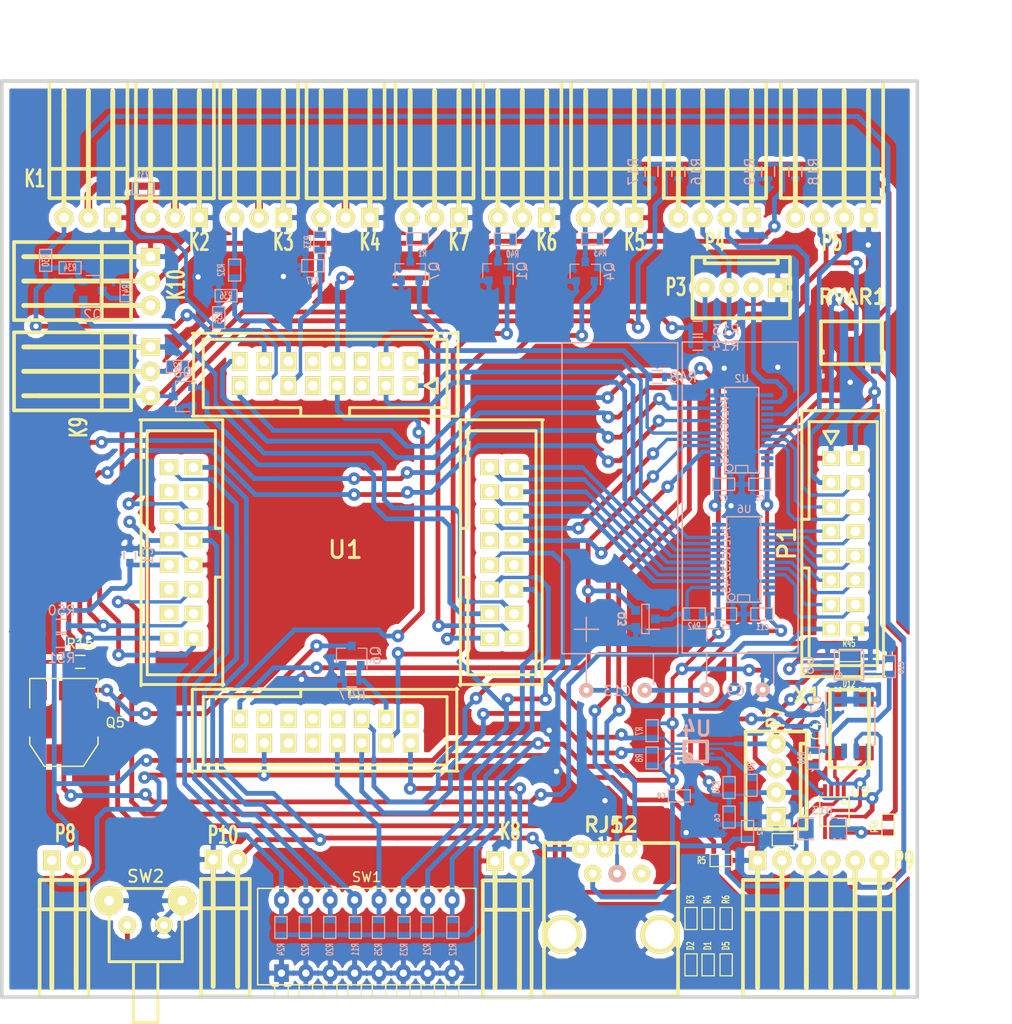
<source format=kicad_pcb>
(kicad_pcb (version 4) (host pcbnew 4.0.6)
  (title_block (title ELECTRONICAL_MAIN_BOARD_32) (date 2016-05-13) (rev "V 1-40") (company "CYBERNETIQUE EN NORD") (comment 1 F4DEB))
  (layers (0 Dessus signal) (31 Dessous signal) (34 B.Paste user) (35 F.Paste user) (36 B.SilkS user) (37 F.SilkS user) (38 B.Mask user) (39 F.Mask user) (44 Edge.Cuts user))
  (net 0 "")
  (net 1 +12V)
  (net 2 +5V)
  (net 3 /5vto3v3/D0)
  (net 4 /5vto3v3/D1)
  (net 5 /5vto3v3/D2)
  (net 6 /5vto3v3/D3)
  (net 7 /5vto3v3/D4)
  (net 8 /5vto3v3/D5)
  (net 9 /5vto3v3/D6)
  (net 10 /5vto3v3/D7)
  (net 11 /5vto3v3/E)
  (net 12 /5vto3v3/OC1)
  (net 13 /5vto3v3/OC1-5V)
  (net 14 /5vto3v3/OC2)
  (net 15 /5vto3v3/OC2-5V)
  (net 16 /5vto3v3/OC5)
  (net 17 /5vto3v3/OC5-5V)
  (net 18 /5vto3v3/RS)
  (net 19 /5vto3v3/RW)
  (net 20 /5vto3v3/SCL1)
  (net 21 /5vto3v3/SDA1)
  (net 22 /5vto3v3/U2TX)
  (net 23 /5vto3v3/U2TX-5V)
  (net 24 /5vto3v3/U5TX)
  (net 25 /5vto3v3/U5TX-5V)
  (net 26 /5vto3v3/U6TX)
  (net 27 /5vto3v3/U6TX-5V)
  (net 28 /BD0)
  (net 29 /BD1)
  (net 30 /BD2)
  (net 31 /BD3)
  (net 32 /BD4)
  (net 33 /BD5)
  (net 34 /BD6)
  (net 35 /BD7)
  (net 36 /PIC32/CAN1)
  (net 37 /PIC32/CAN2)
  (net 38 /PIC32/CAN3)
  (net 39 /PIC32/CAN4)
  (net 40 /PIC32/GO)
  (net 41 /PIC32/LED1)
  (net 42 /PIC32/LED2)
  (net 43 /PIC32/PGEC1)
  (net 44 /PIC32/PGED1)
  (net 45 /PIC32/RST)
  (net 46 /PIC32/SW0)
  (net 47 /PIC32/SW1)
  (net 48 /PIC32/SW2)
  (net 49 /PIC32/SW3)
  (net 50 /PIC32/SW4)
  (net 51 /PIC32/SW5)
  (net 52 /PIC32/SW6)
  (net 53 /PIC32/SW7)
  (net 54 GND)
  (net 55 +3V3)
  (net 56 "Net-(C13-Pad2)")
  (net 57 "Net-(C12-Pad1)")
  (net 58 "Net-(C13-Pad1)")
  (net 59 "Net-(D5-Pad2)")
  (net 60 "Net-(D12-Pad2)")
  (net 61 "Net-(D13-Pad2)")
  (net 62 +5VA)
  (net 63 "Net-(Q3-Pad3)")
  (net 64 "Net-(Q6-Pad1)")
  (net 65 "Net-(Q5-Pad1)")
  (net 66 "Net-(R30-Pad2)")
  (net 67 "Net-(R31-Pad2)")
  (net 68 "Net-(R32-Pad2)")
  (net 69 "Net-(R33-Pad2)")
  (net 70 "Net-(R38-Pad2)")
  (net 71 "Net-(R45-Pad2)")
  (net 72 /PIC32/T1CK)
  (net 73 "Net-(U9-Pad1)")
  (net 74 /CONT)
  (net 75 /BRS)
  (net 76 /BRW)
  (net 77 /BE)
  (net 78 /RETRO)
  (net 79 /SCL1-5V)
  (net 80 /SDA1-5V)
  (net 81 /5vto3v3/U2RX-5V)
  (net 82 /5vto3v3/U5RX-5V)
  (net 83 /5vto3v3/U6RX-5V)
  (net 84 /5vto3v3/OC3)
  (net 85 /5vto3v3/OC4)
  (net 86 /5vto3v3/U2RX)
  (net 87 /5vto3v3/U5RX)
  (net 88 /5vto3v3/U6RX)
  (net 89 /5vto3v3/OC3-5V)
  (net 90 /5vto3v3/OC4-5V)
  (net 91 "Net-(R3-Pad1)")
  (net 92 "Net-(R4-Pad1)")
  (net 93 "Net-(J5-Pad6)")
  (net 94 "Net-(P9-Pad6)")
  (net 95 "Net-(U1-Pad9)")
  (net 96 "Net-(U1-Pad10)")
  (net 97 "Net-(U1-Pad5)")
  (net 98 "Net-(U1-Pad6)")
  (net 99 "Net-(U1-Pad34)")
  (net 100 "Net-(U1-Pad35)")
  (net 101 "Net-(U1-Pad38)")
  (net 102 "Net-(U1-Pad37)")
  (net 103 "Net-(U1-Pad40)")
  (net 104 "Net-(U1-Pad39)")
  (net 105 "Net-(U1-Pad41)")
  (net 106 "Net-(U1-Pad47)")
  (net 107 "Net-(U1-Pad30)")
  (net 108 "Net-(U1-Pad28)")
  (net 109 "Net-(U1-Pad19)")
  (net 110 "Net-(U1-Pad20)")
  (net 111 "Net-(U1-Pad57)")
  (net 112 "Net-(U1-Pad56)")
  (net 113 "Net-(U2-Pad7)")
  (net 114 "Net-(U2-Pad9)")
  (net 115 "Net-(U2-Pad15)")
  (net 116 "Net-(U2-Pad17)")
  (net 117 "Net-(U2-Pad23)")
  (net 118 "Net-(U6-Pad23)")
  (net 119 "Net-(U7-Pad7)")
  (net 120 "Net-(U9-Pad3)")
  (net 121 "Net-(U9-Pad7)")
  (module Housings_SOIC:SOIC-8_3.9x4.9mm_Pitch1.27mm (layer Dessous) (at 116.713 118.872 270)
    (fp_text reference U7 (at -2.159 3.556 270) (layer B.SilkS) (effects (justify mirror)))
    (fp_text value 24C512)
    (pad 1 smd rect (at -2.7 1.905 270) (size 1.55 0.6) (layers Dessous B.Paste B.Mask) (net 54 GND))
    (pad 2 smd rect (at -2.7 0.635 270) (size 1.55 0.6) (layers Dessous B.Paste B.Mask) (net 54 GND))
    (pad 3 smd rect (at -2.7 -0.635 270) (size 1.55 0.6) (layers Dessous B.Paste B.Mask) (net 54 GND))
    (pad 4 smd rect (at -2.7 -1.905 270) (size 1.55 0.6) (layers Dessous B.Paste B.Mask) (net 54 GND))
    (pad 5 smd rect (at 2.7 -1.905 270) (size 1.55 0.6) (layers Dessous B.Paste B.Mask) (net 80 /SDA1-5V))
    (pad 6 smd rect (at 2.7 -0.635 270) (size 1.55 0.6) (layers Dessous B.Paste B.Mask) (net 79 /SCL1-5V))
    (pad 7 smd rect (at 2.7 0.635 270) (size 1.55 0.6) (layers Dessous B.Paste B.Mask) (net 119 "Net-(U7-Pad7)"))
    (pad 8 smd rect (at 2.7 1.905 270) (size 1.55 0.6) (layers Dessous B.Paste B.Mask) (net 2 +5V))
  )
  (module KK-4 (layer Dessus) (at 108.99648 120.80748 270)
    (fp_text reference P7 (at -2.69748 0.03048 270) (layer F.SilkS) (effects (font (size 1.73482 1.08712) (thickness 0.27178))))
    (fp_text value CONN_4 hide)
    (pad 1 thru_hole rect (at 7.62 0 270) (size 1.99898 1.99898) (drill 1.00076) (layers *.Cu *.Mask F.SilkS) (net 54 GND))
    (pad 2 thru_hole circle (at 5.08 0 270) (size 1.99898 1.99898) (drill 1.00076) (layers *.Cu *.Mask F.SilkS) (net 2 +5V))
    (pad 3 thru_hole circle (at 2.54 0 270) (size 1.99898 1.99898) (drill 1.00076) (layers *.Cu *.Mask F.SilkS) (net 79 /SCL1-5V))
    (pad 4 thru_hole circle (at 0 0 270) (size 1.99898 1.99898) (drill 1.00076) (layers *.Cu *.Mask F.SilkS) (net 80 /SDA1-5V))
  )
  (module SSOP8 (layer Dessous) (at 116.586 112.649 90)
    (fp_text reference U8 (at 0 -4.191 90) (layer B.SilkS) (effects (font (size 1.016 1.016) (thickness 0.1524)) (justify mirror)))
    (fp_text value LM75A hide)
    (pad 1 smd rect (at -0.9779 -2.2225 90) (size 0.4064 1.27) (layers Dessous B.Paste B.Mask) (net 80 /SDA1-5V))
    (pad 2 smd rect (at -0.3302 -2.2225 90) (size 0.4064 1.27) (layers Dessous B.Paste B.Mask) (net 79 /SCL1-5V))
    (pad 3 smd rect (at 0.3302 -2.2225 90) (size 0.4064 1.27) (layers Dessous B.Paste B.Mask) (net 71 "Net-(R45-Pad2)"))
    (pad 4 smd rect (at 0.9779 -2.2225 90) (size 0.4064 1.27) (layers Dessous B.Paste B.Mask) (net 54 GND))
    (pad 5 smd rect (at 0.9779 2.2225 90) (size 0.4064 1.27) (layers Dessous B.Paste B.Mask) (net 54 GND))
    (pad 6 smd rect (at 0.3302 2.2225 90) (size 0.4064 1.27) (layers Dessous B.Paste B.Mask) (net 54 GND))
    (pad 7 smd rect (at -0.3302 2.2225 90) (size 0.4064 1.27) (layers Dessous B.Paste B.Mask) (net 54 GND))
    (pad 8 smd rect (at -0.9779 2.2225 90) (size 0.4064 1.27) (layers Dessous B.Paste B.Mask) (net 2 +5V))
  )
  (module f4deb-mod-library:KK-6-H (layer Dessus) (at 124.841 132.969 180)
    (fp_text reference P9 (at 2.54 0 180) (layer F.SilkS) (effects (font (size 1.73482 1.08712) (thickness 0.27178))))
    (fp_text value CONN_6 hide)
    (pad 4 thru_hole circle (at 10.16 0 180) (size 1.99898 1.99898) (drill 1.00076) (layers *.Cu *.Mask F.SilkS) (net 62 +5VA))
    (pad 3 thru_hole circle (at 12.7 0 180) (size 1.99898 1.99898) (drill 1.00076) (layers *.Cu *.Mask F.SilkS) (net 2 +5V))
    (pad 2 thru_hole circle (at 15.24 0 180) (size 1.99898 1.99898) (drill 1.00076) (layers *.Cu *.Mask F.SilkS) (net 55 +3V3))
    (pad 1 thru_hole rect (at 17.78 0 180) (size 1.80086 1.99898) (drill 1.00076) (layers *.Cu *.Mask F.SilkS) (net 54 GND))
    (pad 5 thru_hole circle (at 7.62 0 180) (size 1.99898 1.99898) (drill 1.00076) (layers *.Cu *.Mask F.SilkS) (net 1 +12V))
    (pad 6 thru_hole circle (at 5.08 0 180) (size 1.99898 1.99898) (drill 1.00076) (layers *.Cu *.Mask F.SilkS) (net 94 "Net-(P9-Pad6)"))
  )
  (module Capacitors_SMD:C_0603 (layer Dessus) (at 113.157 122.047 270)
    (fp_text reference C4 (at -2.54 0 270) (layer F.SilkS))
    (fp_text value 100n)
    (pad 1 smd rect (at -0.75 0 270) (size 0.8 0.75) (layers Dessus F.Paste F.Mask) (net 2 +5V))
    (pad 2 smd rect (at 0.75 0 270) (size 0.8 0.75) (layers Dessus F.Paste F.Mask) (net 54 GND))
  )
  (module Buttons_Switches_ThroughHole:SW_DIP_x8_Piano (layer Dessus) (at 57.4548 144.7038)
    (fp_text reference SW1 (at 8.87 -10) (layer F.SilkS))
    (fp_text value SW_DIP_x08)
    (pad 1 thru_hole rect (at 0 0) (size 1.524 1.824) (drill 0.762) (layers *.Cu *.Mask) (net 54 GND))
    (pad 16 thru_hole oval (at 0 -7.62) (size 1.524 1.824) (drill 0.762) (layers *.Cu *.Mask) (net 53 /PIC32/SW7))
    (pad 2 thru_hole oval (at 2.54 0) (size 1.524 1.824) (drill 0.762) (layers *.Cu *.Mask) (net 54 GND))
    (pad 15 thru_hole oval (at 2.54 -7.62) (size 1.524 1.824) (drill 0.762) (layers *.Cu *.Mask) (net 52 /PIC32/SW6))
    (pad 3 thru_hole oval (at 5.08 0) (size 1.524 1.824) (drill 0.762) (layers *.Cu *.Mask) (net 54 GND))
    (pad 14 thru_hole oval (at 5.08 -7.62) (size 1.524 1.824) (drill 0.762) (layers *.Cu *.Mask) (net 51 /PIC32/SW5))
    (pad 4 thru_hole oval (at 7.62 0) (size 1.524 1.824) (drill 0.762) (layers *.Cu *.Mask) (net 54 GND))
    (pad 13 thru_hole oval (at 7.62 -7.62) (size 1.524 1.824) (drill 0.762) (layers *.Cu *.Mask) (net 50 /PIC32/SW4))
    (pad 5 thru_hole oval (at 10.16 0) (size 1.524 1.824) (drill 0.762) (layers *.Cu *.Mask) (net 54 GND))
    (pad 12 thru_hole oval (at 10.16 -7.62) (size 1.524 1.824) (drill 0.762) (layers *.Cu *.Mask) (net 49 /PIC32/SW3))
    (pad 6 thru_hole oval (at 12.7 0) (size 1.524 1.824) (drill 0.762) (layers *.Cu *.Mask) (net 54 GND))
    (pad 11 thru_hole oval (at 12.7 -7.62) (size 1.524 1.824) (drill 0.762) (layers *.Cu *.Mask) (net 48 /PIC32/SW2))
    (pad 7 thru_hole oval (at 15.24 0) (size 1.524 1.824) (drill 0.762) (layers *.Cu *.Mask) (net 54 GND))
    (pad 10 thru_hole oval (at 15.24 -7.62) (size 1.524 1.824) (drill 0.762) (layers *.Cu *.Mask) (net 47 /PIC32/SW1))
    (pad 8 thru_hole oval (at 17.78 0) (size 1.524 1.824) (drill 0.762) (layers *.Cu *.Mask) (net 54 GND))
    (pad 9 thru_hole oval (at 17.78 -7.62) (size 1.524 1.824) (drill 0.762) (layers *.Cu *.Mask) (net 46 /PIC32/SW0))
  )
  (module f4deb-mod-library:KK-3-H (layer Dessus) (at 43.815 77.724 90)
    (fp_text reference K10 (at 4.699 2.667 90) (layer F.SilkS) (effects (font (size 1.73482 1.08712) (thickness 0.27178))))
    (fp_text value CONN_3 hide)
    (pad 1 thru_hole rect (at 7.62 0 90) (size 1.80086 1.99898) (drill 1.00076) (layers *.Cu *.Mask F.SilkS) (net 54 GND))
    (pad 2 thru_hole circle (at 5.08 0 90) (size 1.99898 1.99898) (drill 1.00076) (layers *.Cu *.Mask F.SilkS) (net 62 +5VA))
    (pad 3 thru_hole circle (at 2.54 0 90) (size 1.99898 1.99898) (drill 1.00076) (layers *.Cu *.Mask F.SilkS) (net 17 /5vto3v3/OC5-5V))
  )
  (module Resistors_SMD:R_0603 (layer Dessous) (at 64.77 114.2238 180)
    (fp_text reference R47 (at -0.0508 -1.524 180) (layer B.SilkS) (effects (justify mirror)))
    (fp_text value 100k)
    (pad 1 smd rect (at -0.75 0 180) (size 0.5 0.9) (layers Dessous B.Paste B.Mask) (net 64 "Net-(Q6-Pad1)"))
    (pad 2 smd rect (at 0.75 0 180) (size 0.5 0.9) (layers Dessous B.Paste B.Mask) (net 54 GND))
  )
  (module PIC32½64 (layer Dessus) (at 70.89648 80.99298 180)
    (fp_text reference U1 (at 6.7945 -19.6215 180) (layer F.SilkS) (effects (font (size 1.778 1.778) (thickness 0.3048))))
    (fp_text value PIC32MX795F512H hide)
    (pad 15 thru_hole rect (at 17.78 -2.54254 90) (size 1.9 1.6) (drill 1) (layers *.Cu *.Mask F.SilkS) (net 43 /PIC32/PGEC1))
    (pad 16 thru_hole rect (at 17.78 -0.00254 90) (size 1.9 1.6) (drill 1) (layers *.Cu *.Mask F.SilkS) (net 44 /PIC32/PGED1))
    (pad 13 thru_hole rect (at 15.24 -2.54254 90) (size 1.9 1.6) (drill 1) (layers *.Cu *.Mask F.SilkS) (net 67 "Net-(R31-Pad2)"))
    (pad 14 thru_hole rect (at 15.24 -0.00254 90) (size 1.9 1.6) (drill 1) (layers *.Cu *.Mask F.SilkS) (net 66 "Net-(R30-Pad2)"))
    (pad 11 thru_hole rect (at 12.7 -2.54254 90) (size 1.9 1.6) (drill 1) (layers *.Cu *.Mask F.SilkS) (net 69 "Net-(R33-Pad2)"))
    (pad 12 thru_hole rect (at 12.7 -0.00254 90) (size 1.9 1.6) (drill 1) (layers *.Cu *.Mask F.SilkS) (net 68 "Net-(R32-Pad2)"))
    (pad 9 thru_hole rect (at 10.16 -2.54254 90) (size 1.9 1.6) (drill 1) (layers *.Cu *.Mask F.SilkS) (net 95 "Net-(U1-Pad9)"))
    (pad 10 thru_hole rect (at 10.16 -0.00254 90) (size 1.9 1.6) (drill 1) (layers *.Cu *.Mask F.SilkS) (net 96 "Net-(U1-Pad10)"))
    (pad 7 thru_hole rect (at 7.62 -2.54254 90) (size 1.9 1.6) (drill 1) (layers *.Cu *.Mask F.SilkS) (net 45 /PIC32/RST))
    (pad 8 thru_hole rect (at 7.62 -0.00254 90) (size 1.9 1.6) (drill 1) (layers *.Cu *.Mask F.SilkS) (net 88 /5vto3v3/U6RX))
    (pad 5 thru_hole rect (at 5.08 -2.54254 90) (size 1.9 1.6) (drill 1) (layers *.Cu *.Mask F.SilkS) (net 97 "Net-(U1-Pad5)"))
    (pad 6 thru_hole rect (at 5.08 -0.00254 90) (size 1.9 1.6) (drill 1) (layers *.Cu *.Mask F.SilkS) (net 98 "Net-(U1-Pad6)"))
    (pad 3 thru_hole rect (at 2.54 -2.54254 90) (size 1.9 1.6) (drill 1) (layers *.Cu *.Mask F.SilkS) (net 5 /5vto3v3/D2))
    (pad 4 thru_hole rect (at 2.54 -0.00254 90) (size 1.9 1.6) (drill 1) (layers *.Cu *.Mask F.SilkS) (net 26 /5vto3v3/U6TX))
    (pad 1 thru_hole rect (at 0 -2.54254 90) (size 1.9 1.6) (drill 1) (layers *.Cu *.Mask F.SilkS) (net 4 /5vto3v3/D1))
    (pad 2 thru_hole rect (at 0 -0.00254 90) (size 1.9 1.6) (drill 1) (layers *.Cu *.Mask F.SilkS) (net 3 /5vto3v3/D0))
    (pad 34 thru_hole rect (at 17.78 -39.751 90) (size 1.9 1.6002) (drill 1) (layers *.Cu *.Mask F.SilkS) (net 99 "Net-(U1-Pad34)"))
    (pad 33 thru_hole rect (at 17.78 -37.211 90) (size 1.9 1.6002) (drill 1) (layers *.Cu *.Mask F.SilkS) (net 19 /5vto3v3/RW))
    (pad 36 thru_hole rect (at 15.24 -39.751 90) (size 1.9 1.6002) (drill 1) (layers *.Cu *.Mask F.SilkS) (net 40 /PIC32/GO))
    (pad 35 thru_hole rect (at 15.24 -37.211 90) (size 1.9 1.6002) (drill 1) (layers *.Cu *.Mask F.SilkS) (net 100 "Net-(U1-Pad35)"))
    (pad 38 thru_hole rect (at 12.7 -39.751 90) (size 1.9 1.6002) (drill 1) (layers *.Cu *.Mask F.SilkS) (net 101 "Net-(U1-Pad38)"))
    (pad 37 thru_hole rect (at 12.7 -37.211 90) (size 1.9 1.6002) (drill 1) (layers *.Cu *.Mask F.SilkS) (net 102 "Net-(U1-Pad37)"))
    (pad 40 thru_hole rect (at 10.16 -39.751 90) (size 1.9 1.6002) (drill 1) (layers *.Cu *.Mask F.SilkS) (net 103 "Net-(U1-Pad40)"))
    (pad 39 thru_hole rect (at 10.16 -37.211 90) (size 1.9 1.6002) (drill 1) (layers *.Cu *.Mask F.SilkS) (net 104 "Net-(U1-Pad39)"))
    (pad 42 thru_hole rect (at 7.62 -39.751 90) (size 1.9 1.6002) (drill 1) (layers *.Cu *.Mask F.SilkS) (net 49 /PIC32/SW3))
    (pad 41 thru_hole rect (at 7.62 -37.211 90) (size 1.9 1.6002) (drill 1) (layers *.Cu *.Mask F.SilkS) (net 105 "Net-(U1-Pad41)"))
    (pad 44 thru_hole rect (at 5.08 -39.751 90) (size 1.9 1.6002) (drill 1) (layers *.Cu *.Mask F.SilkS) (net 20 /5vto3v3/SCL1))
    (pad 43 thru_hole rect (at 5.08 -37.211 90) (size 1.9 1.6002) (drill 1) (layers *.Cu *.Mask F.SilkS) (net 21 /5vto3v3/SDA1))
    (pad 46 thru_hole rect (at 2.54 -39.751 90) (size 1.9 1.6002) (drill 1) (layers *.Cu *.Mask F.SilkS) (net 12 /5vto3v3/OC1))
    (pad 45 thru_hole rect (at 2.54 -37.211 90) (size 1.9 1.6002) (drill 1) (layers *.Cu *.Mask F.SilkS) (net 64 "Net-(Q6-Pad1)"))
    (pad 48 thru_hole rect (at 0 -39.751 90) (size 1.9 1.6002) (drill 1) (layers *.Cu *.Mask F.SilkS) (net 72 /PIC32/T1CK))
    (pad 47 thru_hole rect (at 0 -37.211 90) (size 1.9 1.6002) (drill 1) (layers *.Cu *.Mask F.SilkS) (net 106 "Net-(U1-Pad47)"))
    (pad 31 thru_hole rect (at 22.606 -28.829 90) (size 1.6002 1.89992) (drill 1) (layers *.Cu *.Mask F.SilkS) (net 86 /5vto3v3/U2RX))
    (pad 32 thru_hole rect (at 25.146 -28.829 90) (size 1.6002 1.89992) (drill 1) (layers *.Cu *.Mask F.SilkS) (net 22 /5vto3v3/U2TX))
    (pad 29 thru_hole rect (at 22.606 -26.289 90) (size 1.6002 1.89992) (drill 1) (layers *.Cu *.Mask F.SilkS) (net 24 /5vto3v3/U5TX))
    (pad 30 thru_hole rect (at 25.146 -26.289 90) (size 1.6002 1.89992) (drill 1) (layers *.Cu *.Mask F.SilkS) (net 107 "Net-(U1-Pad30)"))
    (pad 27 thru_hole rect (at 22.606 -23.749 90) (size 1.6002 1.89992) (drill 1) (layers *.Cu *.Mask F.SilkS) (net 91 "Net-(R3-Pad1)"))
    (pad 28 thru_hole rect (at 25.146 -23.749 90) (size 1.6002 1.89992) (drill 1) (layers *.Cu *.Mask F.SilkS) (net 108 "Net-(U1-Pad28)"))
    (pad 25 thru_hole rect (at 22.606 -21.209 90) (size 1.6002 1.89992) (drill 1) (layers *.Cu *.Mask F.SilkS) (net 54 GND))
    (pad 26 thru_hole rect (at 25.146 -21.209 90) (size 1.6002 1.89992) (drill 1) (layers *.Cu *.Mask F.SilkS) (net 55 +3V3))
    (pad 23 thru_hole rect (at 22.606 -18.669 90) (size 1.6002 1.89992) (drill 1) (layers *.Cu *.Mask F.SilkS) (net 53 /PIC32/SW7))
    (pad 24 thru_hole rect (at 25.146 -18.669 90) (size 1.6002 1.89992) (drill 1) (layers *.Cu *.Mask F.SilkS) (net 92 "Net-(R4-Pad1)"))
    (pad 21 thru_hole rect (at 22.606 -16.129 90) (size 1.6002 1.89992) (drill 1) (layers *.Cu *.Mask F.SilkS) (net 87 /5vto3v3/U5RX))
    (pad 22 thru_hole rect (at 25.146 -16.129 90) (size 1.6002 1.89992) (drill 1) (layers *.Cu *.Mask F.SilkS) (net 52 /PIC32/SW6))
    (pad 19 thru_hole rect (at 22.606 -13.589 90) (size 1.6002 1.89992) (drill 1) (layers *.Cu *.Mask F.SilkS) (net 109 "Net-(U1-Pad19)"))
    (pad 20 thru_hole rect (at 25.146 -13.589 90) (size 1.6002 1.89992) (drill 1) (layers *.Cu *.Mask F.SilkS) (net 110 "Net-(U1-Pad20)"))
    (pad 17 thru_hole rect (at 22.606 -11.049 90) (size 1.6002 1.89992) (drill 1) (layers *.Cu *.Mask F.SilkS) (net 50 /PIC32/SW4))
    (pad 18 thru_hole rect (at 25.146 -11.049 90) (size 1.6002 1.89992) (drill 1) (layers *.Cu *.Mask F.SilkS) (net 51 /PIC32/SW5))
    (pad 64 thru_hole rect (at -10.795 -11.049 90) (size 1.6002 1.89992) (drill 1) (layers *.Cu *.Mask F.SilkS) (net 6 /5vto3v3/D3))
    (pad 63 thru_hole rect (at -8.255 -11.049 90) (size 1.6002 1.89992) (drill 1) (layers *.Cu *.Mask F.SilkS) (net 7 /5vto3v3/D4))
    (pad 62 thru_hole rect (at -10.795 -13.589 90) (size 1.6002 1.89992) (drill 1) (layers *.Cu *.Mask F.SilkS) (net 8 /5vto3v3/D5))
    (pad 61 thru_hole rect (at -8.255 -13.589 90) (size 1.6002 1.89992) (drill 1) (layers *.Cu *.Mask F.SilkS) (net 9 /5vto3v3/D6))
    (pad 60 thru_hole rect (at -10.795 -16.129 90) (size 1.6002 1.89992) (drill 1) (layers *.Cu *.Mask F.SilkS) (net 10 /5vto3v3/D7))
    (pad 59 thru_hole rect (at -8.255 -16.129 90) (size 1.6002 1.89992) (drill 1) (layers *.Cu *.Mask F.SilkS) (net 18 /5vto3v3/RS))
    (pad 58 thru_hole rect (at -10.795 -18.669 90) (size 1.6002 1.89992) (drill 1) (layers *.Cu *.Mask F.SilkS) (net 11 /5vto3v3/E))
    (pad 57 thru_hole rect (at -8.255 -18.669 90) (size 1.6002 1.89992) (drill 1) (layers *.Cu *.Mask F.SilkS) (net 111 "Net-(U1-Pad57)"))
    (pad 56 thru_hole rect (at -10.795 -21.209 90) (size 1.6002 1.89992) (drill 1) (layers *.Cu *.Mask F.SilkS) (net 112 "Net-(U1-Pad56)"))
    (pad 55 thru_hole rect (at -8.255 -21.209 90) (size 1.6002 1.89992) (drill 1) (layers *.Cu *.Mask F.SilkS) (net 48 /PIC32/SW2))
    (pad 54 thru_hole rect (at -10.795 -23.749 90) (size 1.6002 1.89992) (drill 1) (layers *.Cu *.Mask F.SilkS) (net 47 /PIC32/SW1))
    (pad 53 thru_hole rect (at -8.255 -23.749 90) (size 1.6002 1.89992) (drill 1) (layers *.Cu *.Mask F.SilkS) (net 46 /PIC32/SW0))
    (pad 52 thru_hole rect (at -10.795 -26.289 90) (size 1.6002 1.89992) (drill 1) (layers *.Cu *.Mask F.SilkS) (net 16 /5vto3v3/OC5))
    (pad 51 thru_hole rect (at -8.255 -26.289 90) (size 1.6002 1.89992) (drill 1) (layers *.Cu *.Mask F.SilkS) (net 85 /5vto3v3/OC4))
    (pad 50 thru_hole rect (at -10.795 -28.829 90) (size 1.6002 1.89992) (drill 1) (layers *.Cu *.Mask F.SilkS) (net 84 /5vto3v3/OC3))
    (pad 49 thru_hole rect (at -8.255 -28.829 90) (size 1.6002 1.89992) (drill 1) (layers *.Cu *.Mask F.SilkS) (net 14 /5vto3v3/OC2))
  )
  (module LFXTAL003000 (layer Dessus) (at 118.1608 121.793 180)
    (fp_text reference X1 (at 5.8928 5.969 180) (layer F.SilkS) (effects (font (thickness 0.3048))))
    (fp_text value CRYSTAL1 hide)
    (pad 1 smd rect (at 0 0 180) (size 2 1.5) (layers Dessus F.Paste F.Mask) (net 73 "Net-(U9-Pad1)"))
    (pad 2 smd rect (at 3.048 0 180) (size 2 1.5) (layers Dessus F.Paste F.Mask) (net 57 "Net-(C12-Pad1)"))
    (pad 3 smd rect (at 0 5.588 180) (size 2 1.524) (layers Dessus F.Paste F.Mask))
    (pad 4 smd rect (at 3.048 5.588 180) (size 2 1.524) (layers Dessus F.Paste F.Mask))
  )
  (module f4deb-mod-library:KK-4-H (layer Dessus) (at 110.998 66.04)
    (fp_text reference P5 (at 3.81 2.54) (layer F.SilkS) (effects (font (size 1.73482 1.08712) (thickness 0.27178))))
    (fp_text value CONN_4 hide)
    (pad 1 thru_hole rect (at 7.62 0) (size 1.80086 1.99898) (drill 1.00076) (layers *.Cu *.Mask F.SilkS) (net 54 GND))
    (pad 2 thru_hole circle (at 5.08 0) (size 1.99898 1.99898) (drill 1.00076) (layers *.Cu *.Mask F.SilkS) (net 27 /5vto3v3/U6TX-5V))
    (pad 3 thru_hole circle (at 2.54 0) (size 1.99898 1.99898) (drill 1.00076) (layers *.Cu *.Mask F.SilkS) (net 2 +5V))
    (pad 4 thru_hole circle (at 0 0) (size 1.99898 1.99898) (drill 1.00076) (layers *.Cu *.Mask F.SilkS) (net 83 /5vto3v3/U6RX-5V))
  )
  (module f4deb-mod-library:KK-3-H (layer Dessus) (at 86.614 66.04)
    (fp_text reference K5 (at 7.62 2.54) (layer F.SilkS) (effects (font (size 1.73482 1.08712) (thickness 0.27178))))
    (fp_text value CONN_3 hide)
    (pad 1 thru_hole rect (at 7.62 0) (size 1.80086 1.99898) (drill 1.00076) (layers *.Cu *.Mask F.SilkS) (net 54 GND))
    (pad 2 thru_hole circle (at 5.08 0) (size 1.99898 1.99898) (drill 1.00076) (layers *.Cu *.Mask F.SilkS) (net 62 +5VA))
    (pad 3 thru_hole circle (at 2.54 0) (size 1.99898 1.99898) (drill 1.00076) (layers *.Cu *.Mask F.SilkS) (net 13 /5vto3v3/OC1-5V))
  )
  (module KK-4 (layer Dessus) (at 101.5492 73.3298)
    (fp_text reference P3 (at -2.9972 -0.0508) (layer F.SilkS) (effects (font (size 1.73482 1.08712) (thickness 0.27178))))
    (fp_text value CONN_4 hide)
    (pad 1 thru_hole rect (at 7.62 0) (size 1.99898 1.99898) (drill 1.00076) (layers *.Cu *.Mask F.SilkS) (net 54 GND))
    (pad 2 thru_hole circle (at 5.08 0) (size 1.99898 1.99898) (drill 1.00076) (layers *.Cu *.Mask F.SilkS) (net 23 /5vto3v3/U2TX-5V))
    (pad 3 thru_hole circle (at 2.54 0) (size 1.99898 1.99898) (drill 1.00076) (layers *.Cu *.Mask F.SilkS) (net 2 +5V))
    (pad 4 thru_hole circle (at 0 0) (size 1.99898 1.99898) (drill 1.00076) (layers *.Cu *.Mask F.SilkS) (net 81 /5vto3v3/U2RX-5V))
  )
  (module f4deb-mod-library:KK-3-H (layer Dessus) (at 59.055 66.04)
    (fp_text reference K4 (at 7.62 2.54) (layer F.SilkS) (effects (font (size 1.73482 1.08712) (thickness 0.27178))))
    (fp_text value CONN_3 hide)
    (pad 1 thru_hole rect (at 7.62 0) (size 1.80086 1.99898) (drill 1.00076) (layers *.Cu *.Mask F.SilkS) (net 54 GND))
    (pad 2 thru_hole circle (at 5.08 0) (size 1.99898 1.99898) (drill 1.00076) (layers *.Cu *.Mask F.SilkS) (net 1 +12V))
    (pad 3 thru_hole circle (at 2.54 0) (size 1.99898 1.99898) (drill 1.00076) (layers *.Cu *.Mask F.SilkS) (net 39 /PIC32/CAN4))
  )
  (module f4deb-mod-library:KK-3-H (layer Dessus) (at 50.038 66.04)
    (fp_text reference K3 (at 7.62 2.54) (layer F.SilkS) (effects (font (size 1.73482 1.08712) (thickness 0.27178))))
    (fp_text value CONN_3 hide)
    (pad 1 thru_hole rect (at 7.62 0) (size 1.80086 1.99898) (drill 1.00076) (layers *.Cu *.Mask F.SilkS) (net 54 GND))
    (pad 2 thru_hole circle (at 5.08 0) (size 1.99898 1.99898) (drill 1.00076) (layers *.Cu *.Mask F.SilkS) (net 1 +12V))
    (pad 3 thru_hole circle (at 2.54 0) (size 1.99898 1.99898) (drill 1.00076) (layers *.Cu *.Mask F.SilkS) (net 38 /PIC32/CAN3))
  )
  (module f4deb-mod-library:KK-3-H (layer Dessus) (at 41.275 66.04)
    (fp_text reference K2 (at 7.62 2.54) (layer F.SilkS) (effects (font (size 1.73482 1.08712) (thickness 0.27178))))
    (fp_text value CONN_3 hide)
    (pad 1 thru_hole rect (at 7.62 0) (size 1.80086 1.99898) (drill 1.00076) (layers *.Cu *.Mask F.SilkS) (net 54 GND))
    (pad 2 thru_hole circle (at 5.08 0) (size 1.99898 1.99898) (drill 1.00076) (layers *.Cu *.Mask F.SilkS) (net 1 +12V))
    (pad 3 thru_hole circle (at 2.54 0) (size 1.99898 1.99898) (drill 1.00076) (layers *.Cu *.Mask F.SilkS) (net 37 /PIC32/CAN2))
  )
  (module f4deb-mod-library:KK-3-H (layer Dessus) (at 32.258 66.04)
    (fp_text reference K1 (at -0.508 -4.064) (layer F.SilkS) (effects (font (size 1.73482 1.08712) (thickness 0.27178))))
    (fp_text value CONN_3 hide)
    (pad 1 thru_hole rect (at 7.62 0) (size 1.80086 1.99898) (drill 1.00076) (layers *.Cu *.Mask F.SilkS) (net 54 GND))
    (pad 2 thru_hole circle (at 5.08 0) (size 1.99898 1.99898) (drill 1.00076) (layers *.Cu *.Mask F.SilkS) (net 1 +12V))
    (pad 3 thru_hole circle (at 2.54 0) (size 1.99898 1.99898) (drill 1.00076) (layers *.Cu *.Mask F.SilkS) (net 36 /PIC32/CAN1))
  )
  (module TO_SOT_Packages_SMD:SOT-223 (layer Dessus) (at 34.7853 118.5926 180)
    (fp_text reference Q5 (at -5.3467 -0.0254 180) (layer F.SilkS))
    (fp_text value IRFL9014TRPBF)
    (pad 4 smd rect (at 0 -3.302 180) (size 3.6576 2.032) (layers Dessus F.Paste F.Mask) (net 78 /RETRO))
    (pad 2 smd rect (at 0 3.302 180) (size 1.016 2.032) (layers Dessus F.Paste F.Mask) (net 78 /RETRO))
    (pad 3 smd rect (at 2.286 3.302 180) (size 1.016 2.032) (layers Dessus F.Paste F.Mask) (net 62 +5VA))
    (pad 1 smd rect (at -2.286 3.302 180) (size 1.016 2.032) (layers Dessus F.Paste F.Mask) (net 65 "Net-(Q5-Pad1)"))
  )
  (module Resistors_SMD:R_0603 (layer Dessous) (at 34.4932 110.109)
    (fp_text reference R51 (at 0.0508 1.778) (layer B.SilkS) (effects (justify mirror)))
    (fp_text value 10k)
    (pad 1 smd rect (at -0.75 0) (size 0.5 0.9) (layers Dessous B.Paste B.Mask) (net 55 +3V3))
    (pad 2 smd rect (at 0.75 0) (size 0.5 0.9) (layers Dessous B.Paste B.Mask) (net 22 /5vto3v3/U2TX))
  )
  (module Resistors_SMD:R_0603 (layer Dessous) (at 34.4932 108.5342)
    (fp_text reference R50 (at 0.0508 -1.6002) (layer B.SilkS) (effects (justify mirror)))
    (fp_text value 10k)
    (pad 1 smd rect (at -0.75 0) (size 0.5 0.9) (layers Dessous B.Paste B.Mask) (net 55 +3V3))
    (pad 2 smd rect (at 0.75 0) (size 0.5 0.9) (layers Dessous B.Paste B.Mask) (net 24 /5vto3v3/U5TX))
  )
  (module Resistors_SMD:R_0603 (layer Dessous) (at 96.6089 82.6262 180)
    (fp_text reference R48 (at -2.7051 -0.0508 180) (layer B.SilkS) (effects (justify mirror)))
    (fp_text value 10k)
    (pad 1 smd rect (at -0.75 0 180) (size 0.5 0.9) (layers Dessous B.Paste B.Mask) (net 55 +3V3))
    (pad 2 smd rect (at 0.75 0 180) (size 0.5 0.9) (layers Dessous B.Paste B.Mask) (net 26 /5vto3v3/U6TX))
  )
  (module Resistors_SMD:R_0603 (layer Dessus) (at 36.4871 112.2934)
    (fp_text reference R15 (at 0 -1.9) (layer F.SilkS))
    (fp_text value 10k)
    (pad 1 smd rect (at -0.75 0) (size 0.5 0.9) (layers Dessus F.Paste F.Mask) (net 62 +5VA))
    (pad 2 smd rect (at 0.75 0) (size 0.5 0.9) (layers Dessus F.Paste F.Mask) (net 65 "Net-(Q5-Pad1)"))
  )
  (module VSSOP-8 (layer Dessous) (at 100.6348 121.5898)
    (fp_text reference U4 (at 0.0762 -2.3368) (layer B.SilkS) (effects (font (thickness 0.3048)) (justify mirror)))
    (fp_text value PCA9306 hide)
    (pad 4 smd rect (at -1.4732 -0.762 270) (size 0.24892 1.00076) (layers Dessous B.Paste B.Mask) (net 21 /5vto3v3/SDA1))
    (pad 3 smd rect (at -1.4732 -0.254 270) (size 0.24892 1.00076) (layers Dessous B.Paste B.Mask) (net 20 /5vto3v3/SCL1))
    (pad 2 smd rect (at -1.4732 0.254 270) (size 0.24892 1.00076) (layers Dessous B.Paste B.Mask) (net 55 +3V3))
    (pad 1 smd rect (at -1.4732 0.762 270) (size 0.24892 1.00076) (layers Dessous B.Paste B.Mask) (net 54 GND))
    (pad 5 smd rect (at 1.4224 -0.762 270) (size 0.24892 1.00076) (layers Dessous B.Paste B.Mask) (net 80 /SDA1-5V))
    (pad 6 smd rect (at 1.4224 -0.254 270) (size 0.24892 1.00076) (layers Dessous B.Paste B.Mask) (net 79 /SCL1-5V))
    (pad 7 smd rect (at 1.4224 0.254 270) (size 0.24892 1.00076) (layers Dessous B.Paste B.Mask) (net 70 "Net-(R38-Pad2)"))
    (pad 8 smd rect (at 1.4224 0.762 270) (size 0.24892 1.00076) (layers Dessous B.Paste B.Mask) (net 70 "Net-(R38-Pad2)"))
  )
  (module RJ12_E (layer Dessus) (at 91.78798 131.79298)
    (fp_text reference J5 (at 0.03302 -2.50698) (layer F.SilkS) (effects (font (thickness 0.3048))))
    (fp_text value RJ12 (at 0 -2.54) (layer F.SilkS) (effects (font (thickness 0.3048))))
    (pad 4 thru_hole circle (at 0.635 2.54) (size 1.80086 1.80086) (drill 0.8128) (layers *.Cu *.Mask B.SilkS) (net 44 /PIC32/PGED1))
    (pad 2 thru_hole circle (at -1.905 2.54) (size 1.80086 1.80086) (drill 0.8128) (layers *.Cu *.Mask F.SilkS) (net 55 +3V3))
    (pad 6 thru_hole circle (at 3.175 2.54) (size 1.80086 1.80086) (drill 0.8128) (layers *.Cu *.Mask F.SilkS) (net 93 "Net-(J5-Pad6)"))
    (pad 1 thru_hole circle (at -3.175 0) (size 1.80086 1.80086) (drill 0.8128) (layers *.Cu *.Mask F.SilkS) (net 45 /PIC32/RST))
    (pad 3 thru_hole circle (at -0.635 0) (size 1.7 1.7) (drill 0.8128) (layers *.Cu *.Mask F.SilkS) (net 54 GND))
    (pad 5 thru_hole circle (at 1.905 0) (size 1.7 1.7) (drill 0.8128) (layers *.Cu *.Mask F.SilkS) (net 43 /PIC32/PGEC1))
    (pad 8 thru_hole circle (at 5.08 8.89) (size 4 4) (drill 3) (layers *.Cu *.Mask F.SilkS) (net 54 GND))
    (pad 7 thru_hole circle (at -5.08 8.89) (size 4 4) (drill 3) (layers *.Cu *.Mask F.SilkS) (net 54 GND))
  )
  (module he10-16d (layer Dessus) (at 115.98148 99.97948 270)
    (fp_text reference P1 (at -0.03048 5.87248 270) (layer F.SilkS) (effects (font (size 1.778 1.778) (thickness 0.3048))))
    (fp_text value HE10-16 hide)
    (pad 1 thru_hole rect (at -8.89 1.27 270) (size 1.524 1.80086) (drill 1) (layers *.Cu *.Mask F.SilkS) (net 54 GND))
    (pad 2 thru_hole rect (at -8.89 -1.27 270) (size 1.524 1.80086) (drill 1) (layers *.Cu *.Mask F.SilkS) (net 2 +5V))
    (pad 3 thru_hole rect (at -6.35 1.27 270) (size 1.524 1.80086) (drill 1) (layers *.Cu *.Mask F.SilkS) (net 74 /CONT))
    (pad 4 thru_hole rect (at -6.35 -1.27 270) (size 1.524 1.80086) (drill 1) (layers *.Cu *.Mask F.SilkS) (net 75 /BRS))
    (pad 5 thru_hole rect (at -3.81 1.27 270) (size 1.524 1.80086) (drill 1) (layers *.Cu *.Mask F.SilkS) (net 76 /BRW))
    (pad 6 thru_hole rect (at -3.81 -1.27 270) (size 1.524 1.80086) (drill 1) (layers *.Cu *.Mask F.SilkS) (net 77 /BE))
    (pad 7 thru_hole rect (at -1.27 1.27 270) (size 1.524 1.80086) (drill 1) (layers *.Cu *.Mask F.SilkS) (net 28 /BD0))
    (pad 8 thru_hole rect (at -1.27 -1.27 270) (size 1.524 1.80086) (drill 1) (layers *.Cu *.Mask F.SilkS) (net 29 /BD1))
    (pad 9 thru_hole rect (at 1.27 1.27 270) (size 1.524 1.80086) (drill 1) (layers *.Cu *.Mask F.SilkS) (net 30 /BD2))
    (pad 10 thru_hole rect (at 1.27 -1.27 270) (size 1.524 1.80086) (drill 1) (layers *.Cu *.Mask F.SilkS) (net 31 /BD3))
    (pad 11 thru_hole rect (at 3.81 1.27 270) (size 1.524 1.80086) (drill 1) (layers *.Cu *.Mask F.SilkS) (net 32 /BD4))
    (pad 12 thru_hole rect (at 3.81 -1.27 270) (size 1.524 1.80086) (drill 1) (layers *.Cu *.Mask F.SilkS) (net 33 /BD5))
    (pad 13 thru_hole rect (at 6.35 1.27 270) (size 1.524 1.80086) (drill 1) (layers *.Cu *.Mask F.SilkS) (net 34 /BD6))
    (pad 14 thru_hole rect (at 6.35 -1.27 270) (size 1.524 1.80086) (drill 1) (layers *.Cu *.Mask F.SilkS) (net 35 /BD7))
    (pad 15 thru_hole rect (at 8.89 1.27 270) (size 1.524 1.80086) (drill 1) (layers *.Cu *.Mask F.SilkS) (net 78 /RETRO))
    (pad 16 thru_hole rect (at 8.89 -1.27 270) (size 1.524 1.80086) (drill 1) (layers *.Cu *.Mask F.SilkS) (net 54 GND))
  )
  (module SOT23EBC (layer Dessous) (at 95.377 107.823 270)
    (fp_text reference Q3 (at 0 2.413 270) (layer B.SilkS) (effects (font (size 0.762 0.762) (thickness 0.1905)) (justify mirror)))
    (fp_text value BSS123 hide)
    (pad 1 smd rect (at -0.889 1.016 270) (size 0.9144 0.9144) (layers Dessous B.Paste B.Mask) (net 19 /5vto3v3/RW))
    (pad 2 smd rect (at 0.889 1.016 270) (size 0.9144 0.9144) (layers Dessous B.Paste B.Mask) (net 54 GND))
    (pad 3 smd rect (at 0 -1.016 270) (size 0.9144 0.9144) (layers Dessous B.Paste B.Mask) (net 63 "Net-(Q3-Pad3)"))
  )
  (module C-10F (layer Dessous) (at 86.6775 111.4425)
    (fp_text reference C13 (at 5.7785 3.8735) (layer B.SilkS) (effects (justify mirror)))
    (fp_text value CP hide)
    (pad 1 thru_hole circle (at 2.54 3.81) (size 1.5 1.5) (drill 0.6) (layers *.Cu *.Mask B.SilkS) (net 58 "Net-(C13-Pad1)"))
    (pad 2 thru_hole circle (at 8.636 3.81) (size 1.5 1.5) (drill 0.6) (layers *.Cu *.Mask B.SilkS) (net 56 "Net-(C13-Pad2)"))
  )
  (module SM0603 (layer Dessus) (at 116.713 113.411)
    (fp_text reference D12 (at -0.127 1.143) (layer F.SilkS) (effects (font (size 0.7112 0.4572) (thickness 0.127))))
    (fp_text value LED hide)
    (pad 1 smd rect (at -0.762 0) (size 0.635 1.143) (layers Dessus F.Paste F.Mask) (net 55 +3V3))
    (pad 2 smd rect (at 0.762 0) (size 0.635 1.143) (layers Dessus F.Paste F.Mask) (net 60 "Net-(D12-Pad2)"))
  )
  (module SM0603_Capa (layer Dessus) (at 109.728 130.81 180)
    (fp_text reference C12 (at -0.127 -1.143 180) (layer F.SilkS) (effects (font (size 0.508 0.4572) (thickness 0.1143))))
    (fp_text value C hide)
    (pad 1 smd rect (at -0.762 0 180) (size 0.635 1.143) (layers Dessus F.Paste F.Mask) (net 57 "Net-(C12-Pad1)"))
    (pad 2 smd rect (at 0.762 0 180) (size 0.635 1.143) (layers Dessus F.Paste F.Mask) (net 54 GND))
  )
  (module SM0603_Resistor (layer Dessus) (at 120.65 129.286 270)
    (fp_text reference R46 (at 0.127 1.397 270) (layer F.SilkS) (effects (font (size 0.7112 0.4572) (thickness 0.1143))))
    (fp_text value R hide)
    (pad 1 smd rect (at -0.762 0 270) (size 0.635 1.143) (layers Dessus F.Paste F.Mask) (net 58 "Net-(C13-Pad1)"))
    (pad 2 smd rect (at 0.762 0 270) (size 0.635 1.143) (layers Dessus F.Paste F.Mask) (net 61 "Net-(D13-Pad2)"))
  )
  (module SM0603_Resistor (layer Dessus) (at 116.713 111.633 180)
    (fp_text reference R45 (at 0.127 1.27 180) (layer F.SilkS) (effects (font (size 0.7112 0.4572) (thickness 0.1143))))
    (fp_text value R hide)
    (pad 1 smd rect (at -0.762 0 180) (size 0.635 1.143) (layers Dessus F.Paste F.Mask) (net 60 "Net-(D12-Pad2)"))
    (pad 2 smd rect (at 0.762 0 180) (size 0.635 1.143) (layers Dessus F.Paste F.Mask) (net 71 "Net-(R45-Pad2)"))
  )
  (module SM1206 (layer Dessous) (at 113.792 129.667)
    (fp_text reference D13 (at 0 -1.905) (layer B.SilkS) (effects (font (size 0.762 0.762) (thickness 0.127)) (justify mirror)))
    (fp_text value DIODESCH hide)
    (pad 1 smd rect (at -1.651 0) (size 1.524 2.032) (layers Dessous B.Paste B.Mask) (net 2 +5V))
    (pad 2 smd rect (at 1.651 0) (size 1.524 2.032) (layers Dessous B.Paste B.Mask) (net 61 "Net-(D13-Pad2)"))
  )
  (module SSOP8 (layer Dessus) (at 115.062 127.889 180)
    (fp_text reference U9 (at -2.667 2.032 180) (layer F.SilkS) (effects (font (size 1.016 1.016) (thickness 0.1524))))
    (fp_text value PCF8563 hide)
    (pad 1 smd rect (at -0.9779 2.2225 180) (size 0.4064 1.27) (layers Dessus F.Paste F.Mask) (net 73 "Net-(U9-Pad1)"))
    (pad 2 smd rect (at -0.3302 2.2225 180) (size 0.4064 1.27) (layers Dessus F.Paste F.Mask) (net 57 "Net-(C12-Pad1)"))
    (pad 3 smd rect (at 0.3302 2.2225 180) (size 0.4064 1.27) (layers Dessus F.Paste F.Mask) (net 120 "Net-(U9-Pad3)"))
    (pad 4 smd rect (at 0.9779 2.2225 180) (size 0.4064 1.27) (layers Dessus F.Paste F.Mask) (net 54 GND))
    (pad 5 smd rect (at 0.9779 -2.2225 180) (size 0.4064 1.27) (layers Dessus F.Paste F.Mask) (net 80 /SDA1-5V))
    (pad 6 smd rect (at 0.3302 -2.2225 180) (size 0.4064 1.27) (layers Dessus F.Paste F.Mask) (net 79 /SCL1-5V))
    (pad 7 smd rect (at -0.3302 -2.2225 180) (size 0.4064 1.27) (layers Dessus F.Paste F.Mask) (net 121 "Net-(U9-Pad7)"))
    (pad 8 smd rect (at -0.9779 -2.2225 180) (size 0.4064 1.27) (layers Dessus F.Paste F.Mask) (net 61 "Net-(D13-Pad2)"))
  )
  (module SM0603_Resistor (layer Dessous) (at 89.8652 68.2498 180)
    (fp_text reference R43 (at -0.8128 -1.4732 180) (layer B.SilkS) (effects (font (size 0.7112 0.4572) (thickness 0.1143)) (justify mirror)))
    (fp_text value 4.7k hide)
    (pad 1 smd rect (at -0.762 0 180) (size 0.635 1.143) (layers Dessous B.Paste B.Mask) (net 62 +5VA))
    (pad 2 smd rect (at 0.762 0 180) (size 0.635 1.143) (layers Dessous B.Paste B.Mask) (net 13 /5vto3v3/OC1-5V))
  )
  (module SM0603 (layer Dessous) (at 104.0892 125.3744 90)
    (fp_text reference R38 (at 0.0254 -1.3462 90) (layer B.SilkS) (effects (font (size 0.7112 0.4572) (thickness 0.1143)) (justify mirror)))
    (fp_text value 220k hide)
    (pad 1 smd rect (at -0.762 0 90) (size 0.635 1.143) (layers Dessous B.Paste B.Mask) (net 2 +5V))
    (pad 2 smd rect (at 0.762 0 90) (size 0.635 1.143) (layers Dessous B.Paste B.Mask) (net 70 "Net-(R38-Pad2)"))
  )
  (module SM0603_Resistor (layer Dessous) (at 100.4824 107.315 180)
    (fp_text reference R42 (at 0.0254 -1.27 180) (layer B.SilkS) (effects (font (size 0.7112 0.4572) (thickness 0.1143)) (justify mirror)))
    (fp_text value 4.7k hide)
    (pad 1 smd rect (at -0.762 0 180) (size 0.635 1.143) (layers Dessous B.Paste B.Mask) (net 55 +3V3))
    (pad 2 smd rect (at 0.762 0 180) (size 0.635 1.143) (layers Dessous B.Paste B.Mask) (net 63 "Net-(Q3-Pad3)"))
  )
  (module SM0603_Resistor (layer Dessous) (at 41.275 73.66 270)
    (fp_text reference R41 (at 0 0 270) (layer B.SilkS) (effects (font (size 0.7112 0.4572) (thickness 0.1143)) (justify mirror)))
    (fp_text value 4.7k hide)
    (pad 1 smd rect (at -0.762 0 270) (size 0.635 1.143) (layers Dessous B.Paste B.Mask) (net 62 +5VA))
    (pad 2 smd rect (at 0.762 0 270) (size 0.635 1.143) (layers Dessous B.Paste B.Mask) (net 17 /5vto3v3/OC5-5V))
  )
  (module SM0603_Resistor (layer Dessous) (at 80.772 68.3006 180)
    (fp_text reference R40 (at -0.762 -1.5494 180) (layer B.SilkS) (effects (font (size 0.7112 0.4572) (thickness 0.1143)) (justify mirror)))
    (fp_text value 4.7k hide)
    (pad 1 smd rect (at -0.762 0 180) (size 0.635 1.143) (layers Dessous B.Paste B.Mask) (net 62 +5VA))
    (pad 2 smd rect (at 0.762 0 180) (size 0.635 1.143) (layers Dessous B.Paste B.Mask) (net 15 /5vto3v3/OC2-5V))
  )
  (module SM0603_Resistor (layer Dessous) (at 60.706 71.0438 180)
    (fp_text reference R37 (at 0 -1.6002 180) (layer B.SilkS) (effects (font (size 0.7112 0.4572) (thickness 0.1143)) (justify mirror)))
    (fp_text value 1.5k hide)
    (pad 1 smd rect (at -0.762 0 180) (size 0.635 1.143) (layers Dessous B.Paste B.Mask) (net 69 "Net-(R33-Pad2)"))
    (pad 2 smd rect (at 0.762 0 180) (size 0.635 1.143) (layers Dessous B.Paste B.Mask) (net 54 GND))
  )
  (module SM0603_Resistor (layer Dessous) (at 51.689 74.168 180)
    (fp_text reference R36 (at 0 0 180) (layer B.SilkS) (effects (font (size 0.7112 0.4572) (thickness 0.1143)) (justify mirror)))
    (fp_text value 1.5k hide)
    (pad 1 smd rect (at -0.762 0 180) (size 0.635 1.143) (layers Dessous B.Paste B.Mask) (net 68 "Net-(R32-Pad2)"))
    (pad 2 smd rect (at 0.762 0 180) (size 0.635 1.143) (layers Dessous B.Paste B.Mask) (net 54 GND))
  )
  (module SM0603_Resistor (layer Dessous) (at 50.927 76.454 90)
    (fp_text reference R35 (at 0 0 90) (layer B.SilkS) (effects (font (size 0.7112 0.4572) (thickness 0.1143)) (justify mirror)))
    (fp_text value 1.5k hide)
    (pad 1 smd rect (at -0.762 0 90) (size 0.635 1.143) (layers Dessous B.Paste B.Mask) (net 67 "Net-(R31-Pad2)"))
    (pad 2 smd rect (at 0.762 0 90) (size 0.635 1.143) (layers Dessous B.Paste B.Mask) (net 54 GND))
  )
  (module SM0603_Resistor (layer Dessous) (at 35.433 71.247)
    (fp_text reference R34 (at 0 0) (layer B.SilkS) (effects (font (size 0.7112 0.4572) (thickness 0.1143)) (justify mirror)))
    (fp_text value 1.5k hide)
    (pad 1 smd rect (at -0.762 0) (size 0.635 1.143) (layers Dessous B.Paste B.Mask) (net 66 "Net-(R30-Pad2)"))
    (pad 2 smd rect (at 0.762 0) (size 0.635 1.143) (layers Dessous B.Paste B.Mask) (net 54 GND))
  )
  (module SM0603_Resistor (layer Dessous) (at 61.468 68.6054 270)
    (fp_text reference R33 (at -0.0254 1.27 270) (layer B.SilkS) (effects (font (size 0.7112 0.4572) (thickness 0.1143)) (justify mirror)))
    (fp_text value 3.2k hide)
    (pad 1 smd rect (at -0.762 0 270) (size 0.635 1.143) (layers Dessous B.Paste B.Mask) (net 39 /PIC32/CAN4))
    (pad 2 smd rect (at 0.762 0 270) (size 0.635 1.143) (layers Dessous B.Paste B.Mask) (net 69 "Net-(R33-Pad2)"))
  )
  (module SM0603_Resistor (layer Dessous) (at 52.578 71.501 270)
    (fp_text reference R32 (at 0 1.397 270) (layer B.SilkS) (effects (font (size 0.7112 0.4572) (thickness 0.1143)) (justify mirror)))
    (fp_text value 3.2k hide)
    (pad 1 smd rect (at -0.762 0 270) (size 0.635 1.143) (layers Dessous B.Paste B.Mask) (net 38 /PIC32/CAN3))
    (pad 2 smd rect (at 0.762 0 270) (size 0.635 1.143) (layers Dessous B.Paste B.Mask) (net 68 "Net-(R32-Pad2)"))
  )
  (module SM0603_Resistor (layer Dessous) (at 43.053 62.992 180)
    (fp_text reference R31 (at 0 1.397 180) (layer B.SilkS) (effects (font (size 0.7112 0.4572) (thickness 0.1143)) (justify mirror)))
    (fp_text value 3.2k hide)
    (pad 1 smd rect (at -0.762 0 180) (size 0.635 1.143) (layers Dessous B.Paste B.Mask) (net 37 /PIC32/CAN2))
    (pad 2 smd rect (at 0.762 0 180) (size 0.635 1.143) (layers Dessous B.Paste B.Mask) (net 67 "Net-(R31-Pad2)"))
  )
  (module SM0603_Resistor (layer Dessous) (at 32.893 70.485 270)
    (fp_text reference R30 (at 0 0 270) (layer B.SilkS) (effects (font (size 0.7112 0.4572) (thickness 0.1143)) (justify mirror)))
    (fp_text value 3.2k hide)
    (pad 1 smd rect (at -0.762 0 270) (size 0.635 1.143) (layers Dessous B.Paste B.Mask) (net 36 /PIC32/CAN1))
    (pad 2 smd rect (at 0.762 0 270) (size 0.635 1.143) (layers Dessous B.Paste B.Mask) (net 66 "Net-(R30-Pad2)"))
  )
  (module SW (layer Dessus) (at 47.117 139.7 180)
    (fp_text reference SW2 (at 3.81 5.08 180) (layer F.SilkS) (effects (font (size 1.27 1.27) (thickness 0.2032))))
    (fp_text value SW_PUSH_SMALL hide)
    (pad 1 thru_hole circle (at 1.905 0 180) (size 1.80086 1.80086) (drill 0.8001) (layers *.Cu *.Mask F.SilkS) (net 54 GND))
    (pad 2 thru_hole circle (at 5.715 0 180) (size 1.80086 1.80086) (drill 0.8001) (layers *.Cu *.Mask F.SilkS) (net 45 /PIC32/RST))
    (pad 3 thru_hole circle (at 0 2.54 180) (size 2.99974 2.99974) (drill 1.00076) (layers *.Cu *.Mask F.SilkS))
    (pad 4 thru_hole oval (at 7.62 2.54 180) (size 2.99974 2.99974) (drill 1.00076) (layers *.Cu *.Mask F.SilkS))
  )
  (module SSOP24 (layer Dessous) (at 105.41 88.1634 90)
    (fp_text reference U2 (at 5.3594 0 180) (layer B.SilkS) (effects (font (size 0.762 0.762) (thickness 0.127)) (justify mirror)))
    (fp_text value 74LVCC3245 (at 0 -1.778 90) (layer B.SilkS) (effects (font (size 0.762 0.762) (thickness 0.127)) (justify mirror)))
    (pad 1 smd rect (at -3.556 -2.667 90) (size 0.4064 1.27) (layers Dessous B.Paste B.Mask) (net 55 +3V3))
    (pad 2 smd rect (at -2.921 -2.667 90) (size 0.4064 1.27) (layers Dessous B.Paste B.Mask) (net 55 +3V3))
    (pad 3 smd rect (at -2.2606 -2.667 90) (size 0.4064 1.27) (layers Dessous B.Paste B.Mask) (net 11 /5vto3v3/E))
    (pad 4 smd rect (at -1.6002 -2.667 90) (size 0.4064 1.27) (layers Dessous B.Paste B.Mask) (net 19 /5vto3v3/RW))
    (pad 5 smd rect (at -0.9652 -2.667 90) (size 0.4064 1.27) (layers Dessous B.Paste B.Mask) (net 18 /5vto3v3/RS))
    (pad 6 smd rect (at -0.3048 -2.667 90) (size 0.4064 1.27) (layers Dessous B.Paste B.Mask) (net 26 /5vto3v3/U6TX))
    (pad 7 smd rect (at 0.3556 -2.667 90) (size 0.4064 1.27) (layers Dessous B.Paste B.Mask) (net 113 "Net-(U2-Pad7)"))
    (pad 8 smd rect (at 0.9906 -2.667 90) (size 0.4064 1.27) (layers Dessous B.Paste B.Mask) (net 24 /5vto3v3/U5TX))
    (pad 9 smd rect (at 1.651 -2.667 90) (size 0.4064 1.27) (layers Dessous B.Paste B.Mask) (net 114 "Net-(U2-Pad9)"))
    (pad 10 smd rect (at 2.286 -2.667 90) (size 0.4064 1.27) (layers Dessous B.Paste B.Mask) (net 22 /5vto3v3/U2TX))
    (pad 11 smd rect (at 2.9464 -2.667 90) (size 0.4064 1.27) (layers Dessous B.Paste B.Mask) (net 54 GND))
    (pad 12 smd rect (at 3.6068 -2.667 90) (size 0.4064 1.27) (layers Dessous B.Paste B.Mask) (net 54 GND))
    (pad 13 smd rect (at 3.6322 2.667 90) (size 0.4064 1.27) (layers Dessous B.Paste B.Mask) (net 54 GND))
    (pad 14 smd rect (at 2.9464 2.667 90) (size 0.4064 1.27) (layers Dessous B.Paste B.Mask) (net 23 /5vto3v3/U2TX-5V))
    (pad 15 smd rect (at 2.286 2.667 90) (size 0.4064 1.27) (layers Dessous B.Paste B.Mask) (net 115 "Net-(U2-Pad15)"))
    (pad 16 smd rect (at 1.651 2.667 90) (size 0.4064 1.27) (layers Dessous B.Paste B.Mask) (net 25 /5vto3v3/U5TX-5V))
    (pad 17 smd rect (at 0.9906 2.667 90) (size 0.4064 1.27) (layers Dessous B.Paste B.Mask) (net 116 "Net-(U2-Pad17)"))
    (pad 18 smd rect (at 0.3556 2.667 90) (size 0.4064 1.27) (layers Dessous B.Paste B.Mask) (net 27 /5vto3v3/U6TX-5V))
    (pad 19 smd rect (at -0.3048 2.667 90) (size 0.4064 1.27) (layers Dessous B.Paste B.Mask) (net 75 /BRS))
    (pad 20 smd rect (at -0.9652 2.667 90) (size 0.4064 1.27) (layers Dessous B.Paste B.Mask) (net 76 /BRW))
    (pad 21 smd rect (at -1.6002 2.667 90) (size 0.4064 1.27) (layers Dessous B.Paste B.Mask) (net 77 /BE))
    (pad 22 smd rect (at -2.2606 2.667 90) (size 0.4064 1.27) (layers Dessous B.Paste B.Mask) (net 54 GND))
    (pad 23 smd rect (at -2.921 2.667 90) (size 0.4064 1.27) (layers Dessous B.Paste B.Mask) (net 117 "Net-(U2-Pad23)"))
    (pad 24 smd rect (at -3.556 2.667 90) (size 0.4064 1.27) (layers Dessous B.Paste B.Mask) (net 2 +5V))
  )
  (module SSOP24 (layer Dessous) (at 105.6132 101.6254 90)
    (fp_text reference U6 (at 5.2324 0.0508 180) (layer B.SilkS) (effects (font (size 0.762 0.762) (thickness 0.127)) (justify mirror)))
    (fp_text value 74LVCC3245 (at 0 -1.778 90) (layer B.SilkS) (effects (font (size 0.762 0.762) (thickness 0.127)) (justify mirror)))
    (pad 1 smd rect (at -3.556 -2.667 90) (size 0.4064 1.27) (layers Dessous B.Paste B.Mask) (net 55 +3V3))
    (pad 2 smd rect (at -2.921 -2.667 90) (size 0.4064 1.27) (layers Dessous B.Paste B.Mask) (net 63 "Net-(Q3-Pad3)"))
    (pad 3 smd rect (at -2.2606 -2.667 90) (size 0.4064 1.27) (layers Dessous B.Paste B.Mask) (net 10 /5vto3v3/D7))
    (pad 4 smd rect (at -1.6002 -2.667 90) (size 0.4064 1.27) (layers Dessous B.Paste B.Mask) (net 9 /5vto3v3/D6))
    (pad 5 smd rect (at -0.9652 -2.667 90) (size 0.4064 1.27) (layers Dessous B.Paste B.Mask) (net 8 /5vto3v3/D5))
    (pad 6 smd rect (at -0.3048 -2.667 90) (size 0.4064 1.27) (layers Dessous B.Paste B.Mask) (net 7 /5vto3v3/D4))
    (pad 7 smd rect (at 0.3556 -2.667 90) (size 0.4064 1.27) (layers Dessous B.Paste B.Mask) (net 6 /5vto3v3/D3))
    (pad 8 smd rect (at 0.9906 -2.667 90) (size 0.4064 1.27) (layers Dessous B.Paste B.Mask) (net 5 /5vto3v3/D2))
    (pad 9 smd rect (at 1.651 -2.667 90) (size 0.4064 1.27) (layers Dessous B.Paste B.Mask) (net 4 /5vto3v3/D1))
    (pad 10 smd rect (at 2.286 -2.667 90) (size 0.4064 1.27) (layers Dessous B.Paste B.Mask) (net 3 /5vto3v3/D0))
    (pad 11 smd rect (at 2.9464 -2.667 90) (size 0.4064 1.27) (layers Dessous B.Paste B.Mask) (net 54 GND))
    (pad 12 smd rect (at 3.6068 -2.667 90) (size 0.4064 1.27) (layers Dessous B.Paste B.Mask) (net 54 GND))
    (pad 13 smd rect (at 3.6322 2.667 90) (size 0.4064 1.27) (layers Dessous B.Paste B.Mask) (net 54 GND))
    (pad 14 smd rect (at 2.9464 2.667 90) (size 0.4064 1.27) (layers Dessous B.Paste B.Mask) (net 28 /BD0))
    (pad 15 smd rect (at 2.286 2.667 90) (size 0.4064 1.27) (layers Dessous B.Paste B.Mask) (net 29 /BD1))
    (pad 16 smd rect (at 1.651 2.667 90) (size 0.4064 1.27) (layers Dessous B.Paste B.Mask) (net 30 /BD2))
    (pad 17 smd rect (at 0.9906 2.667 90) (size 0.4064 1.27) (layers Dessous B.Paste B.Mask) (net 31 /BD3))
    (pad 18 smd rect (at 0.3556 2.667 90) (size 0.4064 1.27) (layers Dessous B.Paste B.Mask) (net 32 /BD4))
    (pad 19 smd rect (at -0.3048 2.667 90) (size 0.4064 1.27) (layers Dessous B.Paste B.Mask) (net 33 /BD5))
    (pad 20 smd rect (at -0.9652 2.667 90) (size 0.4064 1.27) (layers Dessous B.Paste B.Mask) (net 34 /BD6))
    (pad 21 smd rect (at -1.6002 2.667 90) (size 0.4064 1.27) (layers Dessous B.Paste B.Mask) (net 35 /BD7))
    (pad 22 smd rect (at -2.2606 2.667 90) (size 0.4064 1.27) (layers Dessous B.Paste B.Mask) (net 54 GND))
    (pad 23 smd rect (at -2.921 2.667 90) (size 0.4064 1.27) (layers Dessous B.Paste B.Mask) (net 118 "Net-(U6-Pad23)"))
    (pad 24 smd rect (at -3.556 2.667 90) (size 0.4064 1.27) (layers Dessous B.Paste B.Mask) (net 2 +5V))
  )
  (module SM0603_Resistor (layer Dessus) (at 101.9048 139.0142 270)
    (fp_text reference R4 (at -1.9812 0.0508 270) (layer F.SilkS) (effects (font (size 0.7112 0.4572) (thickness 0.1143))))
    (fp_text value 330 hide)
    (pad 1 smd rect (at -0.762 0 270) (size 0.635 1.143) (layers Dessus F.Paste F.Mask) (net 92 "Net-(R4-Pad1)"))
    (pad 2 smd rect (at 0.762 0 270) (size 0.635 1.143) (layers Dessus F.Paste F.Mask) (net 42 /PIC32/LED2))
  )
  (module SM0603_Resistor (layer Dessus) (at 103.251 132.969)
    (fp_text reference R5 (at -2.032 0) (layer F.SilkS) (effects (font (size 0.7112 0.4572) (thickness 0.1143))))
    (fp_text value 10K hide)
    (pad 1 smd rect (at -0.762 0) (size 0.635 1.143) (layers Dessus F.Paste F.Mask) (net 40 /PIC32/GO))
    (pad 2 smd rect (at 0.762 0) (size 0.635 1.143) (layers Dessus F.Paste F.Mask) (net 54 GND))
  )
  (module SM0603_Resistor (layer Dessus) (at 100.1268 139.0142 270)
    (fp_text reference R3 (at -1.9812 0.0508 270) (layer F.SilkS) (effects (font (size 0.7112 0.4572) (thickness 0.1143))))
    (fp_text value 330 hide)
    (pad 1 smd rect (at -0.762 0 270) (size 0.635 1.143) (layers Dessus F.Paste F.Mask) (net 91 "Net-(R3-Pad1)"))
    (pad 2 smd rect (at 0.762 0 270) (size 0.635 1.143) (layers Dessus F.Paste F.Mask) (net 41 /PIC32/LED1))
  )
  (module SM0603_Resistor (layer Dessus) (at 103.7844 139.0142 90)
    (fp_text reference R6 (at 1.9812 -0.0254 90) (layer F.SilkS) (effects (font (size 0.7112 0.4572) (thickness 0.1143))))
    (fp_text value 330 hide)
    (pad 1 smd rect (at -0.762 0 90) (size 0.635 1.143) (layers Dessus F.Paste F.Mask) (net 59 "Net-(D5-Pad2)"))
    (pad 2 smd rect (at 0.762 0 90) (size 0.635 1.143) (layers Dessus F.Paste F.Mask) (net 54 GND))
  )
  (module SM0603_Resistor (layer Dessous) (at 112.8522 122.3264 270)
    (fp_text reference R10 (at -0.0254 1.2192 270) (layer B.SilkS) (effects (font (size 0.7112 0.4572) (thickness 0.1143)) (justify mirror)))
    (fp_text value 1k hide)
    (pad 1 smd rect (at -0.762 0 270) (size 0.635 1.143) (layers Dessous B.Paste B.Mask) (net 2 +5V))
    (pad 2 smd rect (at 0.762 0 270) (size 0.635 1.143) (layers Dessous B.Paste B.Mask) (net 80 /SDA1-5V))
  )
  (module SM0603_Resistor (layer Dessous) (at 106.3752 125.1458 90)
    (fp_text reference R9 (at 1.9558 0.0508 90) (layer B.SilkS) (effects (font (size 0.7112 0.4572) (thickness 0.1143)) (justify mirror)))
    (fp_text value 1k hide)
    (pad 1 smd rect (at -0.762 0 90) (size 0.635 1.143) (layers Dessous B.Paste B.Mask) (net 2 +5V))
    (pad 2 smd rect (at 0.762 0 90) (size 0.635 1.143) (layers Dessous B.Paste B.Mask) (net 79 /SCL1-5V))
  )
  (module SM0603_Resistor (layer Dessous) (at 71.628 68.2498 180)
    (fp_text reference R1 (at -0.508 -1.4732 180) (layer B.SilkS) (effects (font (size 0.7112 0.4572) (thickness 0.1143)) (justify mirror)))
    (fp_text value 4.7k hide)
    (pad 1 smd rect (at -0.762 0 180) (size 0.635 1.143) (layers Dessous B.Paste B.Mask) (net 62 +5VA))
    (pad 2 smd rect (at 0.762 0 180) (size 0.635 1.143) (layers Dessous B.Paste B.Mask) (net 89 /5vto3v3/OC3-5V))
  )
  (module SM0603_Resistor (layer Dessous) (at 46.609 81.534)
    (fp_text reference R2 (at 0 0) (layer B.SilkS) (effects (font (size 0.7112 0.4572) (thickness 0.1143)) (justify mirror)))
    (fp_text value 4.7k hide)
    (pad 1 smd rect (at -0.762 0) (size 0.635 1.143) (layers Dessous B.Paste B.Mask) (net 62 +5VA))
    (pad 2 smd rect (at 0.762 0) (size 0.635 1.143) (layers Dessous B.Paste B.Mask) (net 90 /5vto3v3/OC4-5V))
  )
  (module SM0603_Resistor (layer Dessous) (at 96.0628 122.301 90)
    (fp_text reference R8 (at 0 -1.3208 90) (layer B.SilkS) (effects (font (size 0.7112 0.4572) (thickness 0.1143)) (justify mirror)))
    (fp_text value 2.1k hide)
    (pad 1 smd rect (at -0.762 0 90) (size 0.635 1.143) (layers Dessous B.Paste B.Mask) (net 55 +3V3))
    (pad 2 smd rect (at 0.762 0 90) (size 0.635 1.143) (layers Dessous B.Paste B.Mask) (net 20 /5vto3v3/SCL1))
  )
  (module SM0603_Resistor (layer Dessous) (at 96.0628 119.4562 270)
    (fp_text reference R7 (at 0.0508 1.3208 270) (layer B.SilkS) (effects (font (size 0.7112 0.4572) (thickness 0.1143)) (justify mirror)))
    (fp_text value 2.1k hide)
    (pad 1 smd rect (at -0.762 0 270) (size 0.635 1.143) (layers Dessous B.Paste B.Mask) (net 55 +3V3))
    (pad 2 smd rect (at 0.762 0 270) (size 0.635 1.143) (layers Dessous B.Paste B.Mask) (net 21 /5vto3v3/SDA1))
  )
  (module SM0603_Capa (layer Dessous) (at 104.0892 128.4478 270)
    (fp_text reference C6 (at 0.0762 1.2192 270) (layer B.SilkS) (effects (font (size 0.508 0.4572) (thickness 0.1143)) (justify mirror)))
    (fp_text value 100n hide)
    (pad 1 smd rect (at -0.762 0 270) (size 0.635 1.143) (layers Dessous B.Paste B.Mask) (net 2 +5V))
    (pad 2 smd rect (at 0.762 0 270) (size 0.635 1.143) (layers Dessous B.Paste B.Mask) (net 54 GND))
  )
  (module SM0603_Capa (layer Dessous) (at 103.7336 107.315)
    (fp_text reference C3 (at 0.0254 1.397) (layer B.SilkS) (effects (font (size 0.508 0.4572) (thickness 0.1143)) (justify mirror)))
    (fp_text value 100n hide)
    (pad 1 smd rect (at -0.762 0) (size 0.635 1.143) (layers Dessous B.Paste B.Mask) (net 55 +3V3))
    (pad 2 smd rect (at 0.762 0) (size 0.635 1.143) (layers Dessous B.Paste B.Mask) (net 54 GND))
  )
  (module SM0603_Capa (layer Dessous) (at 107.2896 93.8022 180)
    (fp_text reference C5 (at -0.0254 -1.4478 180) (layer B.SilkS) (effects (font (size 0.508 0.4572) (thickness 0.1143)) (justify mirror)))
    (fp_text value 100n hide)
    (pad 1 smd rect (at -0.762 0 180) (size 0.635 1.143) (layers Dessous B.Paste B.Mask) (net 2 +5V))
    (pad 2 smd rect (at 0.762 0 180) (size 0.635 1.143) (layers Dessous B.Paste B.Mask) (net 54 GND))
  )
  (module SM0603_Capa (layer Dessous) (at 106.01198 129.95148 90)
    (fp_text reference C2 (at 0.03048 1.30302 90) (layer B.SilkS) (effects (font (size 0.508 0.4572) (thickness 0.1143)) (justify mirror)))
    (fp_text value 100n hide)
    (pad 1 smd rect (at -0.762 0 90) (size 0.635 1.143) (layers Dessous B.Paste B.Mask) (net 55 +3V3))
    (pad 2 smd rect (at 0.762 0 90) (size 0.635 1.143) (layers Dessous B.Paste B.Mask) (net 54 GND))
  )
  (module SM0603 (layer Dessus) (at 103.7844 143.8402 90)
    (fp_text reference D5 (at 1.9812 -0.0254 90) (layer F.SilkS) (effects (font (size 0.7112 0.4572) (thickness 0.1143))))
    (fp_text value LED hide)
    (pad 1 smd rect (at -0.762 0 90) (size 0.635 1.143) (layers Dessus F.Paste F.Mask) (net 40 /PIC32/GO))
    (pad 2 smd rect (at 0.762 0 90) (size 0.635 1.143) (layers Dessus F.Paste F.Mask) (net 59 "Net-(D5-Pad2)"))
  )
  (module SM0603 (layer Dessus) (at 100.1268 143.8402 270)
    (fp_text reference D2 (at -1.9812 0.0508 270) (layer F.SilkS) (effects (font (size 0.7112 0.4572) (thickness 0.1143))))
    (fp_text value LED hide)
    (pad 1 smd rect (at -0.762 0 270) (size 0.635 1.143) (layers Dessus F.Paste F.Mask) (net 41 /PIC32/LED1))
    (pad 2 smd rect (at 0.762 0 270) (size 0.635 1.143) (layers Dessus F.Paste F.Mask) (net 54 GND))
  )
  (module SM0603 (layer Dessus) (at 101.9048 143.8402 270)
    (fp_text reference D1 (at -1.9812 0.0508 270) (layer F.SilkS) (effects (font (size 0.7112 0.4572) (thickness 0.1143))))
    (fp_text value LED hide)
    (pad 1 smd rect (at -0.762 0 270) (size 0.635 1.143) (layers Dessus F.Paste F.Mask) (net 42 /PIC32/LED2))
    (pad 2 smd rect (at 0.762 0 270) (size 0.635 1.143) (layers Dessus F.Paste F.Mask) (net 54 GND))
  )
  (module SM0603_Capa (layer Dessous) (at 103.5304 93.8022)
    (fp_text reference C7 (at -0.0254 1.4478) (layer B.SilkS) (effects (font (size 0.508 0.4572) (thickness 0.1143)) (justify mirror)))
    (fp_text value 100n hide)
    (pad 1 smd rect (at -0.762 0) (size 0.635 1.143) (layers Dessous B.Paste B.Mask) (net 55 +3V3))
    (pad 2 smd rect (at 0.762 0) (size 0.635 1.143) (layers Dessous B.Paste B.Mask) (net 54 GND))
  )
  (module SM0603_Capa (layer Dessous) (at 98.9076 126.2507)
    (fp_text reference C8 (at -1.8796 -0.0127) (layer B.SilkS) (effects (font (size 0.508 0.4572) (thickness 0.1143)) (justify mirror)))
    (fp_text value 100n hide)
    (pad 1 smd rect (at -0.762 0) (size 0.635 1.143) (layers Dessous B.Paste B.Mask) (net 55 +3V3))
    (pad 2 smd rect (at 0.762 0) (size 0.635 1.143) (layers Dessous B.Paste B.Mask) (net 54 GND))
  )
  (module SM0603_Capa (layer Dessous) (at 120.777 112.776 90)
    (fp_text reference C10 (at -0.127 1.27 90) (layer B.SilkS) (effects (font (size 0.508 0.4572) (thickness 0.1143)) (justify mirror)))
    (fp_text value 100n hide)
    (pad 1 smd rect (at -0.762 0 90) (size 0.635 1.143) (layers Dessous B.Paste B.Mask) (net 2 +5V))
    (pad 2 smd rect (at 0.762 0 90) (size 0.635 1.143) (layers Dessous B.Paste B.Mask) (net 54 GND))
  )
  (module SM0603_Capa (layer Dessous) (at 107.4928 107.315 180)
    (fp_text reference C11 (at -0.0762 -1.397 180) (layer B.SilkS) (effects (font (size 0.508 0.4572) (thickness 0.1143)) (justify mirror)))
    (fp_text value 100n hide)
    (pad 1 smd rect (at -0.762 0 180) (size 0.635 1.143) (layers Dessous B.Paste B.Mask) (net 2 +5V))
    (pad 2 smd rect (at 0.762 0 180) (size 0.635 1.143) (layers Dessous B.Paste B.Mask) (net 54 GND))
  )
  (module C-10F (layer Dessous) (at 99.2124 111.379)
    (fp_text reference C9 (at 5.5626 3.937) (layer B.SilkS) (effects (justify mirror)))
    (fp_text value CP hide)
    (pad 1 thru_hole circle (at 2.54 3.81) (size 1.5 1.5) (drill 0.6) (layers *.Cu *.Mask B.SilkS) (net 56 "Net-(C13-Pad2)"))
    (pad 2 thru_hole circle (at 8.382 3.81) (size 1.5 1.5) (drill 0.6) (layers *.Cu *.Mask B.SilkS) (net 54 GND))
  )
  (module f4deb-mod-library:KK-2-H (layer Dessus) (at 82.2452 133.0198 180)
    (fp_text reference K8 (at 0.9652 3.0988 180) (layer F.SilkS) (effects (font (size 1.73482 1.08712) (thickness 0.27178))))
    (fp_text value CONN_2 hide)
    (pad 1 thru_hole rect (at 2.54 0 180) (size 1.80086 1.99898) (drill 1) (layers *.Cu *.Mask F.SilkS) (net 54 GND))
    (pad 2 thru_hole circle (at 0 0 180) (size 1.99898 1.99898) (drill 1) (layers *.Cu *.Mask F.SilkS) (net 72 /PIC32/T1CK))
  )
  (module f4deb-mod-library:KK-2-H (layer Dessus) (at 52.8828 132.8674 180)
    (fp_text reference P10 (at 1.524 2.54 180) (layer F.SilkS) (effects (font (size 1.73482 1.08712) (thickness 0.27178))))
    (fp_text value CONN_2 hide)
    (pad 1 thru_hole rect (at 2.54 0 180) (size 1.80086 1.99898) (drill 1) (layers *.Cu *.Mask F.SilkS) (net 54 GND))
    (pad 2 thru_hole circle (at 0 0 180) (size 1.99898 1.99898) (drill 1) (layers *.Cu *.Mask F.SilkS) (net 45 /PIC32/RST))
  )
  (module f4deb-mod-library:KK-4-H (layer Dessus) (at 98.806 66.04)
    (fp_text reference P4 (at 3.81 2.54) (layer F.SilkS) (effects (font (size 1.73482 1.08712) (thickness 0.27178))))
    (fp_text value CONN_4 hide)
    (pad 1 thru_hole rect (at 7.62 0) (size 1.80086 1.99898) (drill 1.00076) (layers *.Cu *.Mask F.SilkS) (net 54 GND))
    (pad 2 thru_hole circle (at 5.08 0) (size 1.99898 1.99898) (drill 1.00076) (layers *.Cu *.Mask F.SilkS) (net 25 /5vto3v3/U5TX-5V))
    (pad 3 thru_hole circle (at 2.54 0) (size 1.99898 1.99898) (drill 1.00076) (layers *.Cu *.Mask F.SilkS) (net 2 +5V))
    (pad 4 thru_hole circle (at 0 0) (size 1.99898 1.99898) (drill 1.00076) (layers *.Cu *.Mask F.SilkS) (net 82 /5vto3v3/U5RX-5V))
  )
  (module f4deb-mod-library:KK-3-H (layer Dessus) (at 77.47 66.04)
    (fp_text reference K6 (at 7.62 2.54) (layer F.SilkS) (effects (font (size 1.73482 1.08712) (thickness 0.27178))))
    (fp_text value CONN_3 hide)
    (pad 1 thru_hole rect (at 7.62 0) (size 1.80086 1.99898) (drill 1.00076) (layers *.Cu *.Mask F.SilkS) (net 54 GND))
    (pad 2 thru_hole circle (at 5.08 0) (size 1.99898 1.99898) (drill 1.00076) (layers *.Cu *.Mask F.SilkS) (net 62 +5VA))
    (pad 3 thru_hole circle (at 2.54 0) (size 1.99898 1.99898) (drill 1.00076) (layers *.Cu *.Mask F.SilkS) (net 15 /5vto3v3/OC2-5V))
  )
  (module f4deb-mod-library:KK-3-H (layer Dessus) (at 68.326 66.04)
    (fp_text reference K7 (at 7.62 2.54) (layer F.SilkS) (effects (font (size 1.73482 1.08712) (thickness 0.27178))))
    (fp_text value CONN_3 hide)
    (pad 1 thru_hole rect (at 7.62 0) (size 1.80086 1.99898) (drill 1.00076) (layers *.Cu *.Mask F.SilkS) (net 54 GND))
    (pad 2 thru_hole circle (at 5.08 0) (size 1.99898 1.99898) (drill 1.00076) (layers *.Cu *.Mask F.SilkS) (net 62 +5VA))
    (pad 3 thru_hole circle (at 2.54 0) (size 1.99898 1.99898) (drill 1.00076) (layers *.Cu *.Mask F.SilkS) (net 89 /5vto3v3/OC3-5V))
  )
  (module Capacitors_SMD:C_0603 (layer Dessous) (at 41.656 101.219 90)
    (fp_text reference C1 (at 0 1.9 90) (layer B.SilkS) (effects (justify mirror)))
    (fp_text value 100n)
    (pad 1 smd rect (at -0.75 0 90) (size 0.8 0.75) (layers Dessous B.Paste B.Mask) (net 55 +3V3))
    (pad 2 smd rect (at 0.75 0 90) (size 0.8 0.75) (layers Dessous B.Paste B.Mask) (net 54 GND))
  )
  (module f4deb-mod-library:KK-2-H (layer Dessus) (at 36.068 132.969 180)
    (fp_text reference P8 (at 1.143 2.794 180) (layer F.SilkS) (effects (font (size 1.73482 1.08712) (thickness 0.27178))))
    (fp_text value CONN_2 hide)
    (pad 1 thru_hole rect (at 2.54 0 180) (size 1.80086 1.99898) (drill 1) (layers *.Cu *.Mask F.SilkS) (net 40 /PIC32/GO))
    (pad 2 thru_hole circle (at 0 0 180) (size 1.99898 1.99898) (drill 1) (layers *.Cu *.Mask F.SilkS) (net 55 +3V3))
  )
  (module Resistors_SMD:R_0603 (layer Dessous) (at 100.838 77.4954 180)
    (fp_text reference R13 (at -2.921 -0.2286 180) (layer B.SilkS) (effects (justify mirror)))
    (fp_text value 12k)
    (pad 1 smd rect (at -0.75 0 180) (size 0.5 0.9) (layers Dessous B.Paste B.Mask) (net 81 /5vto3v3/U2RX-5V))
    (pad 2 smd rect (at 0.75 0 180) (size 0.5 0.9) (layers Dessous B.Paste B.Mask) (net 86 /5vto3v3/U2RX))
  )
  (module Resistors_SMD:R_0603 (layer Dessous) (at 100.838 79.1718)
    (fp_text reference R14 (at 2.921 0.2032) (layer B.SilkS) (effects (justify mirror)))
    (fp_text value 22k)
    (pad 1 smd rect (at -0.75 0) (size 0.5 0.9) (layers Dessous B.Paste B.Mask) (net 86 /5vto3v3/U2RX))
    (pad 2 smd rect (at 0.75 0) (size 0.5 0.9) (layers Dessous B.Paste B.Mask) (net 54 GND))
  )
  (module Resistors_SMD:R_0603 (layer Dessous) (at 98.806 61.2394 90)
    (fp_text reference R16 (at 0 1.9 90) (layer B.SilkS) (effects (justify mirror)))
    (fp_text value 12k)
    (pad 1 smd rect (at -0.75 0 90) (size 0.5 0.9) (layers Dessous B.Paste B.Mask) (net 82 /5vto3v3/U5RX-5V))
    (pad 2 smd rect (at 0.75 0 90) (size 0.5 0.9) (layers Dessous B.Paste B.Mask) (net 87 /5vto3v3/U5RX))
  )
  (module Resistors_SMD:R_0603 (layer Dessous) (at 96.012 61.2394 270)
    (fp_text reference R17 (at 0 1.9 270) (layer B.SilkS) (effects (justify mirror)))
    (fp_text value 22k)
    (pad 1 smd rect (at -0.75 0 270) (size 0.5 0.9) (layers Dessous B.Paste B.Mask) (net 87 /5vto3v3/U5RX))
    (pad 2 smd rect (at 0.75 0 270) (size 0.5 0.9) (layers Dessous B.Paste B.Mask) (net 54 GND))
  )
  (module Resistors_SMD:R_0603 (layer Dessous) (at 110.998 61.2394 90)
    (fp_text reference R18 (at 0 1.9 90) (layer B.SilkS) (effects (justify mirror)))
    (fp_text value 12k)
    (pad 1 smd rect (at -0.75 0 90) (size 0.5 0.9) (layers Dessous B.Paste B.Mask) (net 83 /5vto3v3/U6RX-5V))
    (pad 2 smd rect (at 0.75 0 90) (size 0.5 0.9) (layers Dessous B.Paste B.Mask) (net 88 /5vto3v3/U6RX))
  )
  (module Resistors_SMD:R_0603 (layer Dessous) (at 108.1532 61.2394 270)
    (fp_text reference R19 (at 0 1.9 270) (layer B.SilkS) (effects (justify mirror)))
    (fp_text value 22k)
    (pad 1 smd rect (at -0.75 0 270) (size 0.5 0.9) (layers Dessous B.Paste B.Mask) (net 88 /5vto3v3/U6RX))
    (pad 2 smd rect (at 0.75 0 270) (size 0.5 0.9) (layers Dessous B.Paste B.Mask) (net 54 GND))
  )
  (module f4deb-mod-library:KK-3-H (layer Dessus) (at 43.815 87.122 90)
    (fp_text reference K9 (at -0.762 -7.493 90) (layer F.SilkS) (effects (font (size 1.73482 1.08712) (thickness 0.27178))))
    (fp_text value CONN_3 hide)
    (pad 1 thru_hole rect (at 7.62 0 90) (size 1.80086 1.99898) (drill 1.00076) (layers *.Cu *.Mask F.SilkS) (net 54 GND))
    (pad 2 thru_hole circle (at 5.08 0 90) (size 1.99898 1.99898) (drill 1.00076) (layers *.Cu *.Mask F.SilkS) (net 62 +5VA))
    (pad 3 thru_hole circle (at 2.54 0 90) (size 1.99898 1.99898) (drill 1.00076) (layers *.Cu *.Mask F.SilkS) (net 90 /5vto3v3/OC4-5V))
  )
  (module TO_SOT_Packages_SMD:SOT-23 (layer Dessous) (at 37.7952 73.6346)
    (fp_text reference Q2 (at 0 2.5) (layer B.SilkS) (effects (justify mirror)))
    (fp_text value BSS123)
    (pad 1 smd rect (at -1 0.95) (size 0.9 0.8) (layers Dessous B.Paste B.Mask) (net 16 /5vto3v3/OC5))
    (pad 2 smd rect (at -1 -0.95) (size 0.9 0.8) (layers Dessous B.Paste B.Mask) (net 54 GND))
    (pad 3 smd rect (at 1 0) (size 0.9 0.8) (layers Dessous B.Paste B.Mask) (net 17 /5vto3v3/OC5-5V))
  )
  (module TO_SOT_Packages_SMD:SOT-23 (layer Dessous) (at 89.1032 71.6534 90)
    (fp_text reference Q4 (at 0 2.5 90) (layer B.SilkS) (effects (justify mirror)))
    (fp_text value BSS123)
    (pad 1 smd rect (at -1 0.95 90) (size 0.9 0.8) (layers Dessous B.Paste B.Mask) (net 12 /5vto3v3/OC1))
    (pad 2 smd rect (at -1 -0.95 90) (size 0.9 0.8) (layers Dessous B.Paste B.Mask) (net 54 GND))
    (pad 3 smd rect (at 1 0 90) (size 0.9 0.8) (layers Dessous B.Paste B.Mask) (net 13 /5vto3v3/OC1-5V))
  )
  (module TO_SOT_Packages_SMD:SOT-23 (layer Dessous) (at 70.866 71.6026 90)
    (fp_text reference Q7 (at 0 2.5 90) (layer B.SilkS) (effects (justify mirror)))
    (fp_text value BSS123)
    (pad 1 smd rect (at -1 0.95 90) (size 0.9 0.8) (layers Dessous B.Paste B.Mask) (net 84 /5vto3v3/OC3))
    (pad 2 smd rect (at -1 -0.95 90) (size 0.9 0.8) (layers Dessous B.Paste B.Mask) (net 54 GND))
    (pad 3 smd rect (at 1 0 90) (size 0.9 0.8) (layers Dessous B.Paste B.Mask) (net 89 /5vto3v3/OC3-5V))
  )
  (module TO_SOT_Packages_SMD:SOT-23 (layer Dessous) (at 47.1932 84.6582 180)
    (fp_text reference Q8 (at 0 2.5 180) (layer B.SilkS) (effects (justify mirror)))
    (fp_text value BSS123)
    (pad 1 smd rect (at -1 0.95 180) (size 0.9 0.8) (layers Dessous B.Paste B.Mask) (net 85 /5vto3v3/OC4))
    (pad 2 smd rect (at -1 -0.95 180) (size 0.9 0.8) (layers Dessous B.Paste B.Mask) (net 54 GND))
    (pad 3 smd rect (at 1 0 180) (size 0.9 0.8) (layers Dessous B.Paste B.Mask) (net 90 /5vto3v3/OC4-5V))
  )
  (module TO_SOT_Packages_SMD:SOT-23 (layer Dessous) (at 80.01 71.6026 90)
    (fp_text reference Q1 (at 0 2.5 90) (layer B.SilkS) (effects (justify mirror)))
    (fp_text value BSS123)
    (pad 1 smd rect (at -1 0.95 90) (size 0.9 0.8) (layers Dessous B.Paste B.Mask) (net 14 /5vto3v3/OC2))
    (pad 2 smd rect (at -1 -0.95 90) (size 0.9 0.8) (layers Dessous B.Paste B.Mask) (net 54 GND))
    (pad 3 smd rect (at 1 0 90) (size 0.9 0.8) (layers Dessous B.Paste B.Mask) (net 15 /5vto3v3/OC2-5V))
  )
  (module TO_SOT_Packages_SMD:SOT-23 (layer Dessous) (at 64.77 111.633 90)
    (fp_text reference Q6 (at 0 2.5 90) (layer B.SilkS) (effects (justify mirror)))
    (fp_text value 2N7002)
    (pad 1 smd rect (at -1 0.95 90) (size 0.9 0.8) (layers Dessous B.Paste B.Mask) (net 64 "Net-(Q6-Pad1)"))
    (pad 2 smd rect (at -1 -0.95 90) (size 0.9 0.8) (layers Dessous B.Paste B.Mask) (net 54 GND))
    (pad 3 smd rect (at 1 0 90) (size 0.9 0.8) (layers Dessous B.Paste B.Mask) (net 65 "Net-(Q5-Pad1)"))
  )
  (module CEN-PCB:SM0603_Resistor (layer Dessous) (at 65.151 139.954 90)
    (fp_text reference R11 (at -2.286 0 90) (layer B.SilkS) (effects (font (size 0.7112 0.4572) (thickness 0.1143)) (justify mirror)))
    (fp_text value 47k hide)
    (pad 1 smd rect (at -0.762 0 90) (size 0.635 1.143) (layers Dessous B.Paste B.Mask) (net 55 +3V3))
    (pad 2 smd rect (at 0.762 0 90) (size 0.635 1.143) (layers Dessous B.Paste B.Mask) (net 50 /PIC32/SW4))
  )
  (module CEN-PCB:SM0603_Resistor (layer Dessous) (at 75.311 139.954 90)
    (fp_text reference R12 (at -2.286 0 90) (layer B.SilkS) (effects (font (size 0.7112 0.4572) (thickness 0.1143)) (justify mirror)))
    (fp_text value 47k hide)
    (pad 1 smd rect (at -0.762 0 90) (size 0.635 1.143) (layers Dessous B.Paste B.Mask) (net 55 +3V3))
    (pad 2 smd rect (at 0.762 0 90) (size 0.635 1.143) (layers Dessous B.Paste B.Mask) (net 46 /PIC32/SW0))
  )
  (module CEN-PCB:SM0603_Resistor (layer Dessous) (at 62.484 139.954 90)
    (fp_text reference R20 (at -2.286 0 90) (layer B.SilkS) (effects (font (size 0.7112 0.4572) (thickness 0.1143)) (justify mirror)))
    (fp_text value 47k hide)
    (pad 1 smd rect (at -0.762 0 90) (size 0.635 1.143) (layers Dessous B.Paste B.Mask) (net 55 +3V3))
    (pad 2 smd rect (at 0.762 0 90) (size 0.635 1.143) (layers Dessous B.Paste B.Mask) (net 51 /PIC32/SW5))
  )
  (module CEN-PCB:SM0603_Resistor (layer Dessous) (at 72.644 139.954 90)
    (fp_text reference R21 (at -2.286 0 90) (layer B.SilkS) (effects (font (size 0.7112 0.4572) (thickness 0.1143)) (justify mirror)))
    (fp_text value 47k hide)
    (pad 1 smd rect (at -0.762 0 90) (size 0.635 1.143) (layers Dessous B.Paste B.Mask) (net 55 +3V3))
    (pad 2 smd rect (at 0.762 0 90) (size 0.635 1.143) (layers Dessous B.Paste B.Mask) (net 47 /PIC32/SW1))
  )
  (module CEN-PCB:SM0603_Resistor (layer Dessous) (at 59.944 139.954 90)
    (fp_text reference R22 (at -2.286 0 90) (layer B.SilkS) (effects (font (size 0.7112 0.4572) (thickness 0.1143)) (justify mirror)))
    (fp_text value 47k hide)
    (pad 1 smd rect (at -0.762 0 90) (size 0.635 1.143) (layers Dessous B.Paste B.Mask) (net 55 +3V3))
    (pad 2 smd rect (at 0.762 0 90) (size 0.635 1.143) (layers Dessous B.Paste B.Mask) (net 52 /PIC32/SW6))
  )
  (module CEN-PCB:SM0603_Resistor (layer Dessous) (at 70.231 139.954 90)
    (fp_text reference R23 (at -2.286 0 90) (layer B.SilkS) (effects (font (size 0.7112 0.4572) (thickness 0.1143)) (justify mirror)))
    (fp_text value 47k hide)
    (pad 1 smd rect (at -0.762 0 90) (size 0.635 1.143) (layers Dessous B.Paste B.Mask) (net 55 +3V3))
    (pad 2 smd rect (at 0.762 0 90) (size 0.635 1.143) (layers Dessous B.Paste B.Mask) (net 48 /PIC32/SW2))
  )
  (module CEN-PCB:SM0603_Resistor (layer Dessous) (at 57.404 139.954 90)
    (fp_text reference R24 (at -2.286 0 90) (layer B.SilkS) (effects (font (size 0.7112 0.4572) (thickness 0.1143)) (justify mirror)))
    (fp_text value 47k hide)
    (pad 1 smd rect (at -0.762 0 90) (size 0.635 1.143) (layers Dessous B.Paste B.Mask) (net 55 +3V3))
    (pad 2 smd rect (at 0.762 0 90) (size 0.635 1.143) (layers Dessous B.Paste B.Mask) (net 53 /PIC32/SW7))
  )
  (module CEN-PCB:SM0603_Resistor (layer Dessous) (at 67.564 139.954 90)
    (fp_text reference R25 (at -2.286 0 90) (layer B.SilkS) (effects (font (size 0.7112 0.4572) (thickness 0.1143)) (justify mirror)))
    (fp_text value 47k hide)
    (pad 1 smd rect (at -0.762 0 90) (size 0.635 1.143) (layers Dessous B.Paste B.Mask) (net 55 +3V3))
    (pad 2 smd rect (at 0.762 0 90) (size 0.635 1.143) (layers Dessous B.Paste B.Mask) (net 49 /PIC32/SW3))
  )
  (module f4deb-mod-library:R-AJ-CMS (layer Dessus) (at 113.665 76.835)
    (fp_text reference RVAR1 (at 3.302 -2.54) (layer F.SilkS) (effects (font (thickness 0.3048))))
    (fp_text value 4.7K hide)
    (pad 2 smd rect (at 3.175 0) (size 1.00076 1.99898) (layers Dessus F.Paste F.Mask) (net 74 /CONT))
    (pad 1 smd rect (at 0.635 4.445) (size 1.00076 1.99898) (layers Dessus F.Paste F.Mask) (net 54 GND))
    (pad 3 smd rect (at 5.715 4.445) (size 1.00076 1.99898) (layers Dessus F.Paste F.Mask) (net 62 +5VA))
  )
  (gr_text "CPU_DEB V0.10 11/17" (at 30.607 100.33 270) (layer Dessus) (effects (font (size 2.032 1.524) (thickness 0.3048))))
  (gr_line (start 28.321 147.193) (end 123.698 147.193) (angle 90) (layer Edge.Cuts) (width 0.381))
  (gr_line (start 28.321 51.816) (end 28.321 147.193) (angle 90) (layer Edge.Cuts) (width 0.381))
  (gr_line (start 123.698 51.816) (end 28.321 51.816) (angle 90) (layer Edge.Cuts) (width 0.381))
  (gr_line (start 123.698 51.816) (end 123.698 147.193) (angle 90) (layer Edge.Cuts) (width 0.381))
  (segment (start 117.221 132.969) (end 117.221 135.128) (width 0.50038) (layer Dessous) (net 1))
  (segment (start 37.338 57.785) (end 37.338 66.04) (width 0.50038) (layer Dessous) (net 1))
  (segment (start 39.624 55.499) (end 37.338 57.785) (width 0.50038) (layer Dessous) (net 1))
  (segment (start 117.475 55.499) (end 39.624 55.499) (width 0.50038) (layer Dessous) (net 1))
  (segment (start 120.65 58.674) (end 117.475 55.499) (width 0.50038) (layer Dessous) (net 1))
  (segment (start 120.65 108.204) (end 120.65 58.674) (width 0.50038) (layer Dessous) (net 1))
  (segment (start 122.301 109.855) (end 120.65 108.204) (width 0.50038) (layer Dessous) (net 1))
  (segment (start 122.301 134.112) (end 122.301 109.855) (width 0.50038) (layer Dessous) (net 1))
  (segment (start 120.65 135.763) (end 122.301 134.112) (width 0.50038) (layer Dessous) (net 1))
  (segment (start 117.856 135.763) (end 120.65 135.763) (width 0.50038) (layer Dessous) (net 1))
  (segment (start 117.221 135.128) (end 117.856 135.763) (width 0.50038) (layer Dessous) (net 1))
  (segment (start 46.355 66.04) (end 46.355 62.738) (width 0.8001) (layer Dessus) (net 1))
  (segment (start 55.118 66.04) (end 55.118 62.738) (width 0.8001) (layer Dessus) (net 1))
  (segment (start 55.118 62.738) (end 54.991 62.738) (width 0.8001) (layer Dessus) (net 1))
  (segment (start 37.338 66.04) (end 37.338 63.627) (width 0.8001) (layer Dessus) (net 1))
  (segment (start 38.227 62.738) (end 46.355 62.738) (width 0.8001) (layer Dessus) (net 1))
  (segment (start 37.338 63.627) (end 38.227 62.738) (width 0.8001) (layer Dessus) (net 1))
  (segment (start 46.355 62.738) (end 54.991 62.738) (width 0.8001) (layer Dessus) (net 1))
  (segment (start 64.135 64.008) (end 64.135 66.04) (width 0.8001) (layer Dessus) (net 1))
  (segment (start 54.991 62.738) (end 62.865 62.738) (width 0.8001) (layer Dessus) (net 1))
  (segment (start 62.865 62.738) (end 64.135 64.008) (width 0.8001) (layer Dessus) (net 1))
  (segment (start 113.157 121.297) (end 113.157 119.126) (width 0.50038) (layer Dessus) (net 2))
  (segment (start 113.157 119.126) (end 113.03 118.999) (width 0.50038) (layer Dessus) (net 2))
  (segment (start 117.348 70.739) (end 114.3 70.739) (width 0.50038) (layer Dessus) (net 2))
  (segment (start 111.76 74.803) (end 110.49 76.073) (width 0.50038) (layer Dessus) (net 2))
  (segment (start 111.76 73.279) (end 111.76 74.803) (width 0.50038) (layer Dessus) (net 2))
  (segment (start 114.3 70.739) (end 111.76 73.279) (width 0.50038) (layer Dessus) (net 2))
  (segment (start 117.348 70.739) (end 117.348 81.28) (width 0.50038) (layer Dessous) (net 2))
  (segment (start 119.253 83.185) (end 119.253 84.201) (width 0.50038) (layer Dessous) (net 2))
  (segment (start 117.348 81.28) (end 119.253 83.185) (width 0.50038) (layer Dessous) (net 2))
  (segment (start 113.03 118.999) (end 110.109 118.999) (width 0.50038) (layer Dessous) (net 2))
  (segment (start 110.109 118.999) (end 109.347 118.237) (width 0.50038) (layer Dessous) (net 2))
  (segment (start 112.8522 119.1768) (end 112.8522 121.5644) (width 0.50038) (layer Dessous) (net 2))
  (segment (start 113.03 118.999) (end 112.8522 119.1768) (width 0.50038) (layer Dessous) (net 2))
  (via (at 113.03 118.999) (size 1.30048) (drill 0.55118) (layers Dessus Dessous) (net 2))
  (segment (start 108.99648 125.88748) (end 111.28248 125.88748) (width 0.50038) (layer Dessous) (net 2))
  (segment (start 112.141 126.746) (end 112.141 129.667) (width 0.50038) (layer Dessous) (net 2))
  (segment (start 111.28248 125.88748) (end 112.141 126.746) (width 0.50038) (layer Dessous) (net 2))
  (segment (start 114.046 85.09) (end 118.364 85.09) (width 0.50038) (layer Dessus) (net 2))
  (segment (start 108.0516 92.71) (end 108.0516 95.9358) (width 0.50038) (layer Dessus) (net 2))
  (via (at 119.253 84.201) (size 1.30048) (drill 0.55118) (layers Dessus Dessous) (net 2))
  (segment (start 108.0516 90.4494) (end 113.411 85.09) (width 0.50038) (layer Dessus) (net 2))
  (segment (start 113.411 85.09) (end 114.046 85.09) (width 0.50038) (layer Dessus) (net 2))
  (segment (start 108.0516 92.71) (end 108.0516 90.4494) (width 0.50038) (layer Dessus) (net 2))
  (segment (start 118.364 85.09) (end 119.253 84.201) (width 0.50038) (layer Dessus) (net 2))
  (segment (start 117.25148 91.08948) (end 117.25148 87.72652) (width 0.50038) (layer Dessous) (net 2))
  (segment (start 119.253 85.725) (end 119.253 84.201) (width 0.50038) (layer Dessous) (net 2))
  (segment (start 117.25148 87.72652) (end 119.253 85.725) (width 0.50038) (layer Dessous) (net 2))
  (segment (start 117.348 70.739) (end 114.1984 70.739) (width 0.50038) (layer Dessus) (net 2))
  (via (at 117.348 70.739) (size 1.30048) (drill 0.55118) (layers Dessus Dessous) (net 2))
  (segment (start 114.1984 70.739) (end 114.427 70.739) (width 0.50038) (layer Dessus) (net 2))
  (segment (start 114.427 70.739) (end 114.1984 70.739) (width 0.50038) (layer Dessus) (net 2))
  (segment (start 114.1984 68.4276) (end 114.1984 70.739) (width 0.50038) (layer Dessus) (net 2))
  (via (at 104.0892 78.0542) (size 1.30048) (drill 0.55118) (layers Dessus Dessous) (net 2))
  (segment (start 106.0704 76.073) (end 104.0892 78.0542) (width 0.50038) (layer Dessus) (net 2))
  (segment (start 110.49 76.073) (end 106.0704 76.073) (width 0.50038) (layer Dessus) (net 2))
  (segment (start 104.0892 78.0542) (end 104.0892 73.3298) (width 0.50038) (layer Dessous) (net 2))
  (segment (start 120.777 113.538) (end 120.777 117.094) (width 0.50038) (layer Dessous) (net 2))
  (segment (start 114.7826 120.0404) (end 114.7826 121.7168) (width 0.50038) (layer Dessous) (net 2))
  (segment (start 116.459 118.364) (end 114.7826 120.0404) (width 0.50038) (layer Dessous) (net 2))
  (segment (start 112.8522 121.5644) (end 112.6744 121.5644) (width 0.50038) (layer Dessous) (net 2))
  (segment (start 106.426 118.237) (end 100.076 118.237) (width 0.50038) (layer Dessus) (net 2))
  (segment (start 109.347 118.237) (end 106.426 118.237) (width 0.50038) (layer Dessous) (net 2))
  (via (at 106.426 118.237) (size 1.30048) (drill 0.55118) (layers Dessus Dessous) (net 2))
  (segment (start 118.8085 113.6269) (end 120.6881 113.6269) (width 0.35052) (layer Dessous) (net 2))
  (segment (start 120.6881 113.6269) (end 120.777 113.538) (width 0.35052) (layer Dessous) (net 2))
  (segment (start 112.141 132.969) (end 112.141 129.54) (width 0.50038) (layer Dessous) (net 2))
  (segment (start 109.4994 109.0422) (end 105.2068 109.0422) (width 0.50038) (layer Dessus) (net 2))
  (segment (start 105.2068 109.0422) (end 100.076 114.173) (width 0.50038) (layer Dessus) (net 2))
  (segment (start 100.076 114.173) (end 100.076 117.983) (width 0.50038) (layer Dessus) (net 2))
  (segment (start 100.076 122.8471) (end 101.9937 124.7648) (width 0.50038) (layer Dessus) (net 2))
  (segment (start 100.076 117.983) (end 100.076 118.237) (width 0.50038) (layer Dessus) (net 2))
  (segment (start 100.076 118.237) (end 100.076 122.8471) (width 0.50038) (layer Dessus) (net 2))
  (segment (start 104.0892 73.3298) (end 104.0892 70.4342) (width 0.50038) (layer Dessous) (net 2))
  (segment (start 104.0892 70.4342) (end 101.346 67.691) (width 0.50038) (layer Dessous) (net 2))
  (segment (start 101.346 67.691) (end 101.346 66.04) (width 0.50038) (layer Dessous) (net 2))
  (segment (start 104.0892 126.1364) (end 102.5144 126.1364) (width 0.39878) (layer Dessous) (net 2))
  (via (at 101.9937 124.7648) (size 1.30048) (drill 0.55118) (layers Dessus Dessous) (net 2))
  (segment (start 101.9937 125.6157) (end 101.9937 124.7648) (width 0.39878) (layer Dessous) (net 2))
  (segment (start 102.5144 126.1364) (end 101.9937 125.6157) (width 0.39878) (layer Dessous) (net 2))
  (segment (start 113.538 66.04) (end 113.538 67.7672) (width 0.50038) (layer Dessous) (net 2))
  (via (at 114.1984 68.4276) (size 1.30048) (drill 0.55118) (layers Dessus Dessous) (net 2))
  (segment (start 113.538 67.7672) (end 114.1984 68.4276) (width 0.50038) (layer Dessous) (net 2))
  (segment (start 104.0892 70.4342) (end 101.8794 68.2244) (width 0.39878) (layer Dessous) (net 2))
  (segment (start 101.346 67.691) (end 101.346 66.04) (width 0.39878) (layer Dessous) (net 2))
  (segment (start 101.8794 68.2244) (end 101.346 67.691) (width 0.39878) (layer Dessous) (net 2))
  (via (at 109.4994 109.0422) (size 1.30048) (drill 0.55118) (layers Dessus Dessous) (net 2))
  (segment (start 109.4994 109.0422) (end 108.2548 107.7976) (width 0.39878) (layer Dessous) (net 2))
  (segment (start 108.0516 107.5944) (end 109.4994 109.0422) (width 0.39878) (layer Dessus) (net 2))
  (segment (start 108.0516 95.9358) (end 108.0516 107.5944) (width 0.39878) (layer Dessus) (net 2))
  (segment (start 108.2548 107.7976) (end 108.2548 107.315) (width 0.39878) (layer Dessous) (net 2))
  (segment (start 113.0808 121.5898) (end 114.6556 121.5898) (width 0.39878) (layer Dessous) (net 2))
  (segment (start 114.6556 121.5898) (end 114.7826 121.7168) (width 0.39878) (layer Dessous) (net 2))
  (segment (start 104.0892 127.6858) (end 104.0892 126.1364) (width 0.50038) (layer Dessous) (net 2))
  (segment (start 104.0892 126.1364) (end 106.1466 126.1364) (width 0.24892) (layer Dessous) (net 2))
  (segment (start 106.1466 126.1364) (end 106.3752 125.9078) (width 0.24892) (layer Dessous) (net 2))
  (segment (start 106.3752 125.9078) (end 108.97616 125.9078) (width 0.50038) (layer Dessous) (net 2))
  (segment (start 108.97616 125.9078) (end 108.99648 125.88748) (width 0.35052) (layer Dessous) (net 2))
  (segment (start 108.0516 95.9358) (end 108.0516 93.8022) (width 0.50038) (layer Dessous) (net 2))
  (via (at 108.0516 95.9358) (size 1.30048) (drill 0.55118) (layers Dessus Dessous) (net 2))
  (segment (start 108.0516 93.8022) (end 108.0516 91.7448) (width 0.35052) (layer Dessous) (net 2))
  (segment (start 108.0516 91.7448) (end 108.077 91.7194) (width 0.35052) (layer Dessous) (net 2))
  (segment (start 108.2548 107.315) (end 108.2548 105.2068) (width 0.35052) (layer Dessous) (net 2))
  (segment (start 108.2548 105.2068) (end 108.2802 105.1814) (width 0.35052) (layer Dessous) (net 2))
  (segment (start 119.507 118.364) (end 116.459 118.364) (width 0.50038) (layer Dessous) (net 2))
  (segment (start 120.777 117.094) (end 119.507 118.364) (width 0.50038) (layer Dessous) (net 2))
  (segment (start 70.89648 80.99552) (end 92.90812 80.99552) (width 0.50038) (layer Dessous) (net 3))
  (segment (start 94.8944 94.5134) (end 99.7204 99.3394) (width 0.39878) (layer Dessous) (net 3))
  (segment (start 94.8944 82.9818) (end 94.8944 94.5134) (width 0.39878) (layer Dessous) (net 3))
  (segment (start 92.90812 80.99552) (end 94.8944 82.9818) (width 0.39878) (layer Dessous) (net 3))
  (segment (start 102.9462 99.3394) (end 99.7204 99.3394) (width 0.35052) (layer Dessous) (net 3))
  (segment (start 94.0816 85.5218) (end 94.0816 83.5406) (width 0.50038) (layer Dessous) (net 4))
  (segment (start 99.1362 99.9744) (end 102.9462 99.9744) (width 0.35052) (layer Dessous) (net 4))
  (segment (start 94.0816 85.5218) (end 94.0816 94.9198) (width 0.50038) (layer Dessous) (net 4))
  (segment (start 94.0816 94.9198) (end 99.1362 99.9744) (width 0.39878) (layer Dessous) (net 4))
  (segment (start 94.0816 83.5406) (end 92.6592 82.1182) (width 0.50038) (layer Dessous) (net 4))
  (segment (start 92.6592 82.1182) (end 74.7268 82.1182) (width 0.50038) (layer Dessous) (net 4))
  (segment (start 74.7268 82.1182) (end 73.30948 83.53552) (width 0.50038) (layer Dessous) (net 4))
  (segment (start 73.30948 83.53552) (end 70.89648 83.53552) (width 0.50038) (layer Dessous) (net 4))
  (segment (start 68.35648 83.53552) (end 68.35648 85.09508) (width 0.50038) (layer Dessous) (net 5))
  (segment (start 98.5266 100.6348) (end 93.218 95.3262) (width 0.39878) (layer Dessous) (net 5))
  (segment (start 102.9462 100.6348) (end 98.5266 100.6348) (width 0.35052) (layer Dessous) (net 5))
  (segment (start 68.35648 85.09508) (end 68.834 85.5726) (width 0.50038) (layer Dessous) (net 5))
  (segment (start 68.834 85.5726) (end 72.9996 85.5726) (width 0.50038) (layer Dessous) (net 5))
  (segment (start 72.9996 85.5726) (end 75.3872 83.185) (width 0.50038) (layer Dessous) (net 5))
  (segment (start 75.3872 83.185) (end 92.3036 83.185) (width 0.50038) (layer Dessous) (net 5))
  (segment (start 92.3036 83.185) (end 93.218 84.0994) (width 0.50038) (layer Dessous) (net 5))
  (segment (start 93.218 84.0994) (end 93.218 95.3262) (width 0.50038) (layer Dessous) (net 5))
  (segment (start 102.9462 101.2698) (end 98.044 101.2698) (width 0.35052) (layer Dessous) (net 6))
  (segment (start 88.81618 92.04198) (end 81.69148 92.04198) (width 0.50038) (layer Dessous) (net 6))
  (segment (start 98.044 101.2698) (end 88.81618 92.04198) (width 0.39878) (layer Dessous) (net 6))
  (segment (start 83.7692 93.2942) (end 89.0016 93.2942) (width 0.50038) (layer Dessous) (net 7))
  (segment (start 102.9462 101.9302) (end 97.6376 101.9302) (width 0.39878) (layer Dessous) (net 7))
  (segment (start 80.4037 93.2942) (end 79.15148 92.04198) (width 0.50038) (layer Dessous) (net 7))
  (segment (start 83.7692 93.2942) (end 80.4037 93.2942) (width 0.35052) (layer Dessous) (net 7))
  (segment (start 97.6376 101.9302) (end 89.0016 93.2942) (width 0.39878) (layer Dessous) (net 7))
  (segment (start 102.9462 102.5906) (end 97.1804 102.5906) (width 0.35052) (layer Dessous) (net 8))
  (segment (start 89.17178 94.58198) (end 81.69148 94.58198) (width 0.50038) (layer Dessous) (net 8))
  (segment (start 97.1804 102.5906) (end 89.17178 94.58198) (width 0.39878) (layer Dessous) (net 8))
  (segment (start 83.8073 95.8342) (end 89.3064 95.8342) (width 0.50038) (layer Dessous) (net 9))
  (segment (start 102.9462 103.2256) (end 96.6978 103.2256) (width 0.35052) (layer Dessous) (net 9))
  (segment (start 80.4037 95.8342) (end 79.15148 94.58198) (width 0.50038) (layer Dessous) (net 9))
  (segment (start 83.8073 95.8342) (end 80.4037 95.8342) (width 0.35052) (layer Dessous) (net 9))
  (segment (start 96.6978 103.2256) (end 89.3064 95.8342) (width 0.39878) (layer Dessous) (net 9))
  (segment (start 102.9462 103.886) (end 96.2914 103.886) (width 0.39878) (layer Dessous) (net 10))
  (segment (start 89.52738 97.12198) (end 81.69148 97.12198) (width 0.50038) (layer Dessous) (net 10))
  (segment (start 96.2914 103.886) (end 89.52738 97.12198) (width 0.50038) (layer Dessous) (net 10))
  (via (at 90.7796 100.965) (size 1.30048) (drill 0.55118) (layers Dessus Dessous) (net 11))
  (segment (start 81.69148 99.66198) (end 86.2965 99.66198) (width 0.50038) (layer Dessous) (net 11))
  (segment (start 90.7796 100.965) (end 89.47658 99.66198) (width 0.50038) (layer Dessous) (net 11))
  (segment (start 89.47658 99.66198) (end 86.32952 99.66198) (width 0.50038) (layer Dessous) (net 11))
  (segment (start 86.32952 99.66198) (end 86.2965 99.695) (width 0.50038) (layer Dessous) (net 11))
  (segment (start 86.2965 99.695) (end 86.2965 99.66198) (width 0.50038) (layer Dessous) (net 11))
  (segment (start 97.6884 94.0562) (end 90.7796 100.965) (width 0.50038) (layer Dessus) (net 11))
  (segment (start 101.2698 90.4748) (end 97.6884 94.0562) (width 0.50038) (layer Dessous) (net 11))
  (via (at 97.6884 94.0562) (size 1.30048) (drill 0.55118) (layers Dessus Dessous) (net 11))
  (segment (start 101.2698 90.424) (end 101.2698 90.4748) (width 0.39878) (layer Dessous) (net 11))
  (segment (start 102.743 90.424) (end 101.2698 90.424) (width 0.39878) (layer Dessous) (net 11))
  (segment (start 73.152 111.4806) (end 69.6976 111.4806) (width 0.50038) (layer Dessus) (net 12))
  (segment (start 69.596 111.379) (end 69.596 113.665) (width 0.50038) (layer Dessous) (net 12))
  (via (at 69.596 111.379) (size 1.30048) (drill 0.55118) (layers Dessus Dessous) (net 12))
  (segment (start 69.6976 111.4806) (end 69.596 111.379) (width 0.50038) (layer Dessus) (net 12))
  (segment (start 69.596 116.5479) (end 69.596 113.665) (width 0.50038) (layer Dessous) (net 12))
  (segment (start 69.596 119.50446) (end 68.35648 120.74398) (width 0.50038) (layer Dessous) (net 12))
  (segment (start 69.596 116.5479) (end 69.596 119.50446) (width 0.35052) (layer Dessous) (net 12))
  (segment (start 73.152 111.4806) (end 75.7428 111.4806) (width 0.50038) (layer Dessus) (net 12))
  (segment (start 75.7428 111.4806) (end 76.3016 110.9218) (width 0.50038) (layer Dessus) (net 12))
  (segment (start 88.7476 78.3082) (end 83.566 78.3082) (width 0.50038) (layer Dessus) (net 12))
  (segment (start 76.3016 82.169) (end 76.3016 110.9218) (width 0.50038) (layer Dessus) (net 12))
  (segment (start 78.5368 79.9338) (end 76.3016 82.169) (width 0.50038) (layer Dessus) (net 12))
  (segment (start 81.9404 79.9338) (end 78.5368 79.9338) (width 0.50038) (layer Dessus) (net 12))
  (segment (start 83.566 78.3082) (end 81.9404 79.9338) (width 0.50038) (layer Dessus) (net 12))
  (segment (start 90.0532 72.6534) (end 90.0532 73.4466) (width 0.50038) (layer Dessous) (net 12))
  (via (at 88.7476 78.3082) (size 1.30048) (drill 0.55118) (layers Dessus Dessous) (net 12))
  (segment (start 88.7476 74.7522) (end 88.7476 78.3082) (width 0.50038) (layer Dessous) (net 12))
  (segment (start 90.0532 73.4466) (end 88.7476 74.7522) (width 0.50038) (layer Dessous) (net 12))
  (segment (start 68.35648 120.74398) (end 68.35902 120.74398) (width 0.39878) (layer Dessous) (net 12))
  (segment (start 89.1032 68.2498) (end 89.1032 66.0908) (width 0.50038) (layer Dessous) (net 13))
  (segment (start 89.1032 66.0908) (end 89.154 66.04) (width 0.50038) (layer Dessous) (net 13))
  (segment (start 89.1032 70.6534) (end 89.1032 68.2498) (width 0.50038) (layer Dessous) (net 13))
  (segment (start 79.15148 109.82198) (end 74.81062 109.82198) (width 0.50038) (layer Dessous) (net 14))
  (segment (start 80.9244 78.105) (end 80.96 78.0694) (width 0.50038) (layer Dessous) (net 14))
  (segment (start 80.96 78.0694) (end 80.96 72.6026) (width 0.50038) (layer Dessous) (net 14))
  (via (at 80.9244 78.105) (size 1.30048) (drill 0.55118) (layers Dessus Dessous) (net 14))
  (segment (start 74.81062 109.82198) (end 74.7268 109.9058) (width 0.50038) (layer Dessous) (net 14))
  (via (at 74.7268 109.9058) (size 1.30048) (drill 0.55118) (layers Dessus Dessous) (net 14))
  (segment (start 74.7268 109.9058) (end 75.3364 109.2962) (width 0.50038) (layer Dessus) (net 14))
  (segment (start 75.3364 109.2962) (end 75.3364 80.0354) (width 0.50038) (layer Dessus) (net 14))
  (segment (start 75.3364 80.0354) (end 77.2668 78.105) (width 0.50038) (layer Dessus) (net 14))
  (segment (start 77.2668 78.105) (end 80.9244 78.105) (width 0.50038) (layer Dessus) (net 14))
  (segment (start 80.01 68.3006) (end 80.01 66.04) (width 0.50038) (layer Dessous) (net 15))
  (segment (start 80.01 70.6026) (end 80.01 68.3006) (width 0.50038) (layer Dessous) (net 15))
  (segment (start 36.7952 74.5846) (end 36.7952 76.2922) (width 0.50038) (layer Dessous) (net 16))
  (segment (start 50.553618 82.423) (end 50.577748 82.423) (width 0.50038) (layer Dessous) (net 16))
  (segment (start 50.553618 82.303618) (end 50.553618 82.423) (width 0.50038) (layer Dessous) (net 16))
  (segment (start 45.593 77.343) (end 50.553618 82.303618) (width 0.50038) (layer Dessous) (net 16))
  (segment (start 37.846 77.343) (end 45.593 77.343) (width 0.50038) (layer Dessous) (net 16))
  (segment (start 36.7952 76.2922) (end 37.846 77.343) (width 0.50038) (layer Dessous) (net 16))
  (segment (start 77.1271 106.045) (end 76.6445 106.045) (width 0.50038) (layer Dessous) (net 16))
  (segment (start 77.2668 106.045) (end 77.1271 106.045) (width 0.50038) (layer Dessous) (net 16))
  (segment (start 81.65338 107.28198) (end 80.4164 106.045) (width 0.50038) (layer Dessous) (net 16))
  (segment (start 80.4164 106.045) (end 77.2668 106.045) (width 0.35052) (layer Dessous) (net 16))
  (segment (start 68.1736 91.821) (end 68.1736 95.4151) (width 0.50038) (layer Dessous) (net 16))
  (segment (start 66.9163 90.5637) (end 68.1736 91.821) (width 0.50038) (layer Dessous) (net 16))
  (segment (start 55.6387 90.5637) (end 66.9163 90.5637) (width 0.50038) (layer Dessous) (net 16))
  (segment (start 50.6349 85.5599) (end 55.6387 90.5637) (width 0.50038) (layer Dessous) (net 16))
  (segment (start 50.6349 85.5345) (end 50.6349 85.4075) (width 0.50038) (layer Dessous) (net 16))
  (segment (start 50.577748 83.82) (end 50.577748 82.423) (width 0.35052) (layer Dessous) (net 16))
  (segment (start 50.577748 85.350348) (end 50.6349 85.4075) (width 0.35052) (layer Dessous) (net 16))
  (segment (start 50.577748 83.82) (end 50.577748 85.350348) (width 0.35052) (layer Dessous) (net 16))
  (segment (start 50.6349 85.5345) (end 50.6349 85.5599) (width 0.50038) (layer Dessous) (net 16))
  (segment (start 76.6445 106.045) (end 76.073 105.4735) (width 0.50038) (layer Dessous) (net 16))
  (segment (start 76.073 105.4735) (end 76.073 96.901) (width 0.50038) (layer Dessous) (net 16))
  (segment (start 76.073 96.901) (end 75.438 96.266) (width 0.50038) (layer Dessous) (net 16))
  (segment (start 75.438 96.266) (end 69.0245 96.266) (width 0.50038) (layer Dessous) (net 16))
  (segment (start 69.0245 96.266) (end 68.1736 95.4151) (width 0.50038) (layer Dessous) (net 16))
  (segment (start 81.69148 107.28198) (end 81.65338 107.28198) (width 0.35052) (layer Dessous) (net 16))
  (segment (start 36.7952 74.5846) (end 36.8808 74.6702) (width 0.35052) (layer Dessous) (net 16))
  (segment (start 41.275 74.422) (end 39.5826 74.422) (width 0.50038) (layer Dessous) (net 17))
  (segment (start 39.5826 74.422) (end 38.7952 73.6346) (width 0.50038) (layer Dessous) (net 17))
  (segment (start 43.815 75.184) (end 42.037 75.184) (width 0.50038) (layer Dessous) (net 17))
  (segment (start 42.037 75.184) (end 41.275 74.422) (width 0.50038) (layer Dessous) (net 17))
  (segment (start 83.8454 98.3742) (end 88.392 98.3742) (width 0.50038) (layer Dessous) (net 18))
  (segment (start 88.392 98.3742) (end 96.1644 90.6018) (width 0.50038) (layer Dessus) (net 18))
  (via (at 88.392 98.3742) (size 1.30048) (drill 0.55118) (layers Dessus Dessous) (net 18))
  (segment (start 80.4164 98.3742) (end 83.8454 98.3742) (width 0.35052) (layer Dessous) (net 18))
  (segment (start 79.16418 97.12198) (end 80.4164 98.3742) (width 0.50038) (layer Dessous) (net 18))
  (via (at 96.1644 90.6018) (size 1.30048) (drill 0.55118) (layers Dessus Dessous) (net 18))
  (segment (start 97.6376 89.1286) (end 96.1644 90.6018) (width 0.35052) (layer Dessous) (net 18))
  (segment (start 102.743 89.1286) (end 97.6376 89.1286) (width 0.35052) (layer Dessous) (net 18))
  (segment (start 79.15148 97.12198) (end 79.16418 97.12198) (width 0.35052) (layer Dessous) (net 18))
  (segment (start 89.408 104.902) (end 92.329 104.902) (width 0.50038) (layer Dessous) (net 19))
  (segment (start 92.329 104.902) (end 94.361 106.934) (width 0.50038) (layer Dessous) (net 19))
  (segment (start 92.329 104.902) (end 94.361 106.934) (width 0.35052) (layer Dessous) (net 19))
  (segment (start 82.423 112.903) (end 88.646 112.903) (width 0.50038) (layer Dessus) (net 19))
  (segment (start 89.408 112.141) (end 89.408 104.902) (width 0.50038) (layer Dessus) (net 19))
  (segment (start 88.646 112.903) (end 89.408 112.141) (width 0.50038) (layer Dessus) (net 19))
  (segment (start 89.408 100.076) (end 89.408 104.902) (width 0.50038) (layer Dessus) (net 19))
  (via (at 89.408 104.902) (size 1.30048) (drill 0.55118) (layers Dessus Dessous) (net 19))
  (segment (start 89.408 100.076) (end 89.408 99.7966) (width 0.50038) (layer Dessus) (net 19))
  (segment (start 79.0575 112.903) (end 82.423 112.903) (width 0.50038) (layer Dessus) (net 19))
  (segment (start 53.11648 118.20398) (end 53.11648 116.42852) (width 0.50038) (layer Dessous) (net 19))
  (via (at 61.1124 112.903) (size 1.30048) (drill 0.55118) (layers Dessus Dessous) (net 19))
  (segment (start 56.642 112.903) (end 61.1124 112.903) (width 0.50038) (layer Dessous) (net 19))
  (segment (start 53.11648 116.42852) (end 56.642 112.903) (width 0.50038) (layer Dessous) (net 19))
  (segment (start 61.1124 112.903) (end 79.0575 112.903) (width 0.50038) (layer Dessus) (net 19))
  (segment (start 102.743 89.7636) (end 99.3902 89.7636) (width 0.35052) (layer Dessous) (net 19))
  (segment (start 91.186 98.0186) (end 89.408 99.7966) (width 0.50038) (layer Dessus) (net 19))
  (segment (start 96.1644 92.9894) (end 91.186 97.9678) (width 0.50038) (layer Dessus) (net 19))
  (segment (start 91.186 97.9678) (end 91.186 98.0186) (width 0.50038) (layer Dessus) (net 19))
  (via (at 96.1644 92.9894) (size 1.30048) (drill 0.55118) (layers Dessus Dessous) (net 19))
  (segment (start 99.3902 89.7636) (end 96.1644 92.9894) (width 0.35052) (layer Dessous) (net 19))
  (segment (start 78.486 117.729) (end 78.486 119.761) (width 0.50038) (layer Dessous) (net 20))
  (segment (start 78.486 119.761) (end 75.057 123.19) (width 0.50038) (layer Dessous) (net 20))
  (segment (start 65.81648 123.571) (end 65.81648 125.76048) (width 0.50038) (layer Dessous) (net 20))
  (segment (start 75.057 125.73) (end 75.057 125.222) (width 0.50038) (layer Dessous) (net 20))
  (segment (start 72.771 128.016) (end 75.057 125.73) (width 0.50038) (layer Dessous) (net 20))
  (segment (start 68.072 128.016) (end 72.771 128.016) (width 0.50038) (layer Dessous) (net 20))
  (segment (start 65.81648 125.76048) (end 68.072 128.016) (width 0.50038) (layer Dessous) (net 20))
  (segment (start 93.1164 121.539) (end 92.8751 121.7803) (width 0.50038) (layer Dessous) (net 20))
  (via (at 92.8751 121.7803) (size 1.30048) (drill 0.55118) (layers Dessus Dessous) (net 20))
  (segment (start 92.8751 121.7803) (end 91.2876 121.7803) (width 0.50038) (layer Dessus) (net 20))
  (segment (start 89.662 121.7803) (end 91.2876 121.7803) (width 0.50038) (layer Dessus) (net 20))
  (segment (start 96.0628 121.539) (end 93.1164 121.539) (width 0.50038) (layer Dessous) (net 20))
  (via (at 78.486 117.729) (size 1.30048) (drill 0.55118) (layers Dessus Dessous) (net 20))
  (segment (start 78.486 117.729) (end 78.55585 117.65915) (width 0.50038) (layer Dessus) (net 20))
  (segment (start 78.55585 117.65915) (end 85.54085 117.65915) (width 0.50038) (layer Dessus) (net 20))
  (segment (start 85.54085 117.65915) (end 89.662 121.7803) (width 0.50038) (layer Dessus) (net 20))
  (segment (start 75.057 123.19) (end 75.057 125.222) (width 0.50038) (layer Dessous) (net 20))
  (segment (start 65.81648 120.74398) (end 65.81648 123.571) (width 0.50038) (layer Dessous) (net 20))
  (segment (start 99.1616 121.3358) (end 96.266 121.3358) (width 0.24892) (layer Dessous) (net 20))
  (segment (start 96.266 121.3358) (end 96.0628 121.539) (width 0.24892) (layer Dessous) (net 20))
  (segment (start 77.724 116.078) (end 76.581 117.221) (width 0.50038) (layer Dessous) (net 21))
  (segment (start 73.787 122.809) (end 73.787 124.968) (width 0.50038) (layer Dessous) (net 21))
  (segment (start 76.581 120.015) (end 73.787 122.809) (width 0.50038) (layer Dessous) (net 21))
  (segment (start 76.581 117.221) (end 76.581 120.015) (width 0.50038) (layer Dessous) (net 21))
  (segment (start 67.0814 124.079) (end 67.0814 125.2474) (width 0.50038) (layer Dessous) (net 21))
  (segment (start 72.136 126.873) (end 73.787 125.222) (width 0.50038) (layer Dessous) (net 21))
  (segment (start 68.707 126.873) (end 72.136 126.873) (width 0.50038) (layer Dessous) (net 21))
  (segment (start 67.0814 125.2474) (end 68.707 126.873) (width 0.50038) (layer Dessous) (net 21))
  (segment (start 82.423 114.2365) (end 85.4075 114.2365) (width 0.50038) (layer Dessus) (net 21))
  (segment (start 82.423 114.2365) (end 79.5655 114.2365) (width 0.50038) (layer Dessus) (net 21))
  (segment (start 79.5655 114.2365) (end 77.724 116.078) (width 0.50038) (layer Dessus) (net 21))
  (via (at 77.724 116.078) (size 1.30048) (drill 0.55118) (layers Dessus Dessous) (net 21))
  (segment (start 89.8779 120.1293) (end 89.6747 120.1293) (width 0.50038) (layer Dessus) (net 21))
  (segment (start 89.6747 120.1293) (end 88.519 118.9736) (width 0.50038) (layer Dessus) (net 21))
  (segment (start 73.787 124.968) (end 73.787 125.222) (width 0.50038) (layer Dessous) (net 21))
  (segment (start 85.4075 114.2365) (end 88.519 117.348) (width 0.50038) (layer Dessus) (net 21))
  (segment (start 88.519 117.348) (end 88.519 118.9736) (width 0.50038) (layer Dessus) (net 21))
  (segment (start 67.0814 119.4689) (end 67.0814 122.2883) (width 0.35052) (layer Dessous) (net 21))
  (segment (start 67.0814 119.4689) (end 65.81648 118.20398) (width 0.50038) (layer Dessous) (net 21))
  (segment (start 67.0814 122.2883) (end 67.0814 124.079) (width 0.50038) (layer Dessous) (net 21))
  (segment (start 96.0628 120.2182) (end 93.2307 120.2182) (width 0.50038) (layer Dessous) (net 21))
  (segment (start 92.6084 120.1293) (end 89.8779 120.1293) (width 0.50038) (layer Dessus) (net 21))
  (segment (start 89.8779 120.1293) (end 89.7636 120.1293) (width 0.50038) (layer Dessus) (net 21))
  (segment (start 92.8751 119.8626) (end 92.6084 120.1293) (width 0.50038) (layer Dessus) (net 21))
  (via (at 92.8751 119.8626) (size 1.30048) (drill 0.55118) (layers Dessus Dessous) (net 21))
  (segment (start 93.2307 120.2182) (end 92.8751 119.8626) (width 0.50038) (layer Dessous) (net 21))
  (segment (start 99.1616 120.8278) (end 97.9424 120.8278) (width 0.24892) (layer Dessous) (net 21))
  (segment (start 97.3328 120.2182) (end 96.0628 120.2182) (width 0.24892) (layer Dessous) (net 21))
  (segment (start 97.9424 120.8278) (end 97.3328 120.2182) (width 0.24892) (layer Dessous) (net 21))
  (segment (start 65.913324 93.21569) (end 69.90311 93.21569) (width 0.50038) (layer Dessus) (net 22))
  (segment (start 69.90311 93.21569) (end 70.5358 92.583) (width 0.50038) (layer Dessus) (net 22))
  (segment (start 38.7096 89.4334) (end 37.5666 89.4334) (width 0.50038) (layer Dessus) (net 22))
  (segment (start 36.449 108.9152) (end 37.338 109.8042) (width 0.50038) (layer Dessus) (net 22))
  (segment (start 36.449 90.551) (end 36.449 108.9152) (width 0.50038) (layer Dessus) (net 22))
  (segment (start 37.5666 89.4334) (end 36.449 90.551) (width 0.50038) (layer Dessus) (net 22))
  (segment (start 96.8248 84.9122) (end 96.7613 84.9122) (width 0.50038) (layer Dessus) (net 22))
  (segment (start 102.743 85.8774) (end 97.79 85.8774) (width 0.35052) (layer Dessous) (net 22))
  (via (at 96.8248 84.9122) (size 1.30048) (drill 0.55118) (layers Dessus Dessous) (net 22))
  (segment (start 97.79 85.8774) (end 96.8248 84.9122) (width 0.50038) (layer Dessous) (net 22))
  (via (at 70.5358 92.583) (size 1.30048) (drill 0.55118) (layers Dessus Dessous) (net 22))
  (segment (start 73.4314 92.583) (end 70.5358 92.583) (width 0.50038) (layer Dessous) (net 22))
  (segment (start 96.7613 84.9122) (end 92.7735 88.9) (width 0.50038) (layer Dessus) (net 22))
  (segment (start 92.7735 88.9) (end 91.5035 88.9) (width 0.50038) (layer Dessus) (net 22))
  (via (at 91.5035 88.9) (size 1.30048) (drill 0.55118) (layers Dessus Dessous) (net 22))
  (segment (start 91.5035 88.9) (end 90.805 88.2015) (width 0.50038) (layer Dessous) (net 22))
  (segment (start 90.805 88.2015) (end 77.8129 88.2015) (width 0.50038) (layer Dessous) (net 22))
  (segment (start 77.8129 88.2015) (end 73.4314 92.583) (width 0.50038) (layer Dessous) (net 22))
  (segment (start 65.024 93.218) (end 54.61 93.2053) (width 0.50038) (layer Dessous) (net 22))
  (via (at 38.7096 89.4334) (size 1.30048) (drill 0.55118) (layers Dessus Dessous) (net 22))
  (via (at 37.338 109.8042) (size 1.30048) (drill 0.55118) (layers Dessus Dessous) (net 22))
  (segment (start 54.61 93.2053) (end 50.6476 89.2429) (width 0.50038) (layer Dessous) (net 22))
  (segment (start 50.6476 89.2429) (end 38.9001 89.2429) (width 0.50038) (layer Dessous) (net 22))
  (segment (start 38.9001 89.2429) (end 38.7096 89.4334) (width 0.50038) (layer Dessous) (net 22))
  (segment (start 65.913324 93.21569) (end 65.024 93.218) (width 0.50038) (layer Dessus) (net 22))
  (via (at 65.024 93.218) (size 1.30048) (drill 0.55118) (layers Dessus Dessous) (net 22))
  (segment (start 35.2432 110.109) (end 37.0332 110.109) (width 0.50038) (layer Dessous) (net 22))
  (segment (start 37.0332 110.109) (end 37.338 109.8042) (width 0.50038) (layer Dessous) (net 22))
  (segment (start 45.75048 109.82198) (end 37.35578 109.82198) (width 0.50038) (layer Dessous) (net 22))
  (segment (start 37.35578 109.82198) (end 37.338 109.8042) (width 0.50038) (layer Dessous) (net 22))
  (segment (start 37.0332 110.109) (end 37.338 109.8042) (width 0.39878) (layer Dessous) (net 22))
  (segment (start 37.338 109.8042) (end 37.35578 109.82198) (width 0.35052) (layer Dessous) (net 22))
  (segment (start 106.6292 73.3298) (end 106.6292 82.0166) (width 0.50038) (layer Dessous) (net 23))
  (segment (start 109.347 85.217) (end 109.9058 84.6582) (width 0.50038) (layer Dessous) (net 23))
  (segment (start 109.9058 84.6582) (end 109.9058 83.9724) (width 0.50038) (layer Dessous) (net 23))
  (segment (start 108.077 85.217) (end 109.347 85.217) (width 0.39878) (layer Dessous) (net 23))
  (segment (start 106.6292 82.0166) (end 107.696 83.0834) (width 0.50038) (layer Dessous) (net 23))
  (segment (start 107.696 83.0834) (end 109.0168 83.0834) (width 0.50038) (layer Dessous) (net 23))
  (segment (start 109.0168 83.0834) (end 109.9058 83.9724) (width 0.50038) (layer Dessous) (net 23))
  (segment (start 65.024 94.869) (end 54.7243 94.869) (width 0.50038) (layer Dessous) (net 24))
  (via (at 65.024 94.869) (size 1.30048) (drill 0.55118) (layers Dessus Dessous) (net 24))
  (segment (start 91.6051 91.3384) (end 92.7354 91.3384) (width 0.50038) (layer Dessus) (net 24))
  (segment (start 91.5035 91.44) (end 91.6051 91.3384) (width 0.50038) (layer Dessus) (net 24))
  (via (at 91.5035 91.44) (size 1.30048) (drill 0.55118) (layers Dessus Dessous) (net 24))
  (segment (start 89.8525 89.789) (end 91.5035 91.44) (width 0.50038) (layer Dessous) (net 24))
  (segment (start 77.9145 89.789) (end 89.8525 89.789) (width 0.50038) (layer Dessous) (net 24))
  (segment (start 73.0631 94.6404) (end 77.9145 89.789) (width 0.50038) (layer Dessous) (net 24))
  (via (at 70.5739 94.6404) (size 1.30048) (drill 0.55118) (layers Dessus Dessous) (net 24))
  (segment (start 96.7994 87.1728) (end 96.774 87.1982) (width 0.50038) (layer Dessous) (net 24))
  (via (at 96.774 87.1982) (size 1.30048) (drill 0.55118) (layers Dessus Dessous) (net 24))
  (segment (start 102.743 87.1728) (end 96.7994 87.1728) (width 0.35052) (layer Dessous) (net 24))
  (segment (start 92.7354 91.3384) (end 96.774 87.2998) (width 0.50038) (layer Dessus) (net 24))
  (segment (start 96.774 87.2998) (end 96.774 87.1982) (width 0.50038) (layer Dessus) (net 24))
  (segment (start 70.5739 94.6404) (end 73.0631 94.6404) (width 0.50038) (layer Dessous) (net 24))
  (segment (start 38.481 92.583) (end 39.3192 92.583) (width 0.50038) (layer Dessus) (net 24))
  (segment (start 37.465 93.599) (end 38.481 92.583) (width 0.50038) (layer Dessus) (net 24))
  (segment (start 37.465 107.188) (end 37.465 93.599) (width 0.50038) (layer Dessus) (net 24))
  (segment (start 38.8112 108.5342) (end 37.465 107.188) (width 0.50038) (layer Dessus) (net 24))
  (segment (start 42.6847 90.297) (end 41.6052 90.297) (width 0.50038) (layer Dessous) (net 24))
  (segment (start 43.942 90.297) (end 47.5742 90.297) (width 0.50038) (layer Dessous) (net 24))
  (segment (start 43.942 90.297) (end 42.6847 90.297) (width 0.50038) (layer Dessous) (net 24))
  (via (at 39.3192 92.583) (size 1.30048) (drill 0.55118) (layers Dessus Dessous) (net 24))
  (via (at 38.9128 108.5342) (size 1.30048) (drill 0.55118) (layers Dessus Dessous) (net 24))
  (segment (start 47.5742 90.297) (end 50.1523 90.297) (width 0.50038) (layer Dessous) (net 24))
  (segment (start 41.6052 90.297) (end 39.3192 92.583) (width 0.50038) (layer Dessous) (net 24))
  (segment (start 38.9128 108.5342) (end 38.8112 108.5342) (width 0.50038) (layer Dessus) (net 24))
  (segment (start 70.3453 94.869) (end 70.5739 94.6404) (width 0.50038) (layer Dessus) (net 24))
  (segment (start 65.024 94.869) (end 70.3453 94.869) (width 0.50038) (layer Dessus) (net 24))
  (segment (start 54.7243 94.869) (end 50.1523 90.297) (width 0.50038) (layer Dessous) (net 24))
  (segment (start 43.6372 108.5342) (end 38.9128 108.5342) (width 0.50038) (layer Dessous) (net 24))
  (segment (start 38.9128 108.5342) (end 35.2432 108.5342) (width 0.50038) (layer Dessous) (net 24))
  (segment (start 47.0408 108.5342) (end 43.6372 108.5342) (width 0.35052) (layer Dessous) (net 24))
  (segment (start 47.0408 108.5342) (end 48.29048 107.28452) (width 0.35052) (layer Dessous) (net 24))
  (segment (start 48.29048 107.28198) (end 48.29048 107.28452) (width 0.35052) (layer Dessous) (net 24))
  (segment (start 103.886 66.04) (end 103.886 67.945) (width 0.50038) (layer Dessous) (net 25))
  (segment (start 111.125 69.088) (end 112.2172 70.1802) (width 0.50038) (layer Dessous) (net 25))
  (segment (start 105.029 69.088) (end 111.125 69.088) (width 0.50038) (layer Dessous) (net 25))
  (segment (start 103.886 67.945) (end 105.029 69.088) (width 0.50038) (layer Dessous) (net 25))
  (segment (start 108.077 86.5124) (end 109.9058 86.5124) (width 0.35052) (layer Dessous) (net 25))
  (segment (start 112.2172 84.201) (end 112.2172 70.1802) (width 0.50038) (layer Dessous) (net 25))
  (segment (start 109.9058 86.5124) (end 112.2172 84.201) (width 0.50038) (layer Dessous) (net 25))
  (segment (start 68.35648 80.99552) (end 68.35648 79.23022) (width 0.50038) (layer Dessous) (net 26))
  (segment (start 72.0979 78.5749) (end 73.406 79.883) (width 0.50038) (layer Dessous) (net 26))
  (segment (start 69.0118 78.5749) (end 72.0979 78.5749) (width 0.50038) (layer Dessous) (net 26))
  (segment (start 68.35648 79.23022) (end 69.0118 78.5749) (width 0.50038) (layer Dessous) (net 26))
  (segment (start 95.5548 85.2805) (end 95.5548 82.9303) (width 0.39878) (layer Dessous) (net 26))
  (segment (start 95.5548 82.9303) (end 95.8589 82.6262) (width 0.39878) (layer Dessous) (net 26))
  (segment (start 76.6572 79.883) (end 73.406 79.883) (width 0.50038) (layer Dessous) (net 26))
  (segment (start 93.1164 79.883) (end 76.6572 79.883) (width 0.50038) (layer Dessous) (net 26))
  (segment (start 95.5548 82.3214) (end 93.1164 79.883) (width 0.50038) (layer Dessous) (net 26))
  (segment (start 95.5548 85.2805) (end 95.5548 82.3214) (width 0.35052) (layer Dessous) (net 26))
  (segment (start 102.743 88.4682) (end 96.1644 88.4682) (width 0.35052) (layer Dessous) (net 26))
  (segment (start 95.5548 87.8586) (end 95.5548 85.2805) (width 0.35052) (layer Dessous) (net 26))
  (segment (start 96.1644 88.4682) (end 95.5548 87.8586) (width 0.35052) (layer Dessous) (net 26))
  (segment (start 68.35648 80.99552) (end 68.4396 80.9124) (width 0.39878) (layer Dessous) (net 26))
  (segment (start 113.4872 86.1822) (end 113.4872 71.9328) (width 0.50038) (layer Dessous) (net 27))
  (segment (start 113.4872 71.9328) (end 116.078 69.342) (width 0.50038) (layer Dessous) (net 27))
  (segment (start 108.077 87.8078) (end 111.8616 87.8078) (width 0.35052) (layer Dessous) (net 27))
  (segment (start 111.8616 87.8078) (end 113.4872 86.1822) (width 0.50038) (layer Dessous) (net 27))
  (segment (start 116.078 69.342) (end 116.078 66.04) (width 0.50038) (layer Dessous) (net 27))
  (segment (start 108.2802 98.679) (end 114.681 98.679) (width 0.35052) (layer Dessous) (net 28))
  (segment (start 114.681 98.679) (end 114.71148 98.70948) (width 0.35052) (layer Dessous) (net 28))
  (segment (start 108.2802 99.3394) (end 112.268 99.3394) (width 0.35052) (layer Dessous) (net 29))
  (segment (start 115.96116 99.9998) (end 117.25148 98.70948) (width 0.35052) (layer Dessous) (net 29))
  (segment (start 112.9284 99.9998) (end 115.96116 99.9998) (width 0.35052) (layer Dessous) (net 29))
  (segment (start 112.268 99.3394) (end 112.9284 99.9998) (width 0.35052) (layer Dessous) (net 29))
  (segment (start 108.2802 99.9744) (end 111.7346 99.9744) (width 0.35052) (layer Dessous) (net 30))
  (segment (start 113.00968 101.24948) (end 114.71148 101.24948) (width 0.35052) (layer Dessous) (net 30))
  (segment (start 111.7346 99.9744) (end 113.00968 101.24948) (width 0.35052) (layer Dessous) (net 30))
  (segment (start 115.96116 102.5398) (end 117.25148 101.24948) (width 0.35052) (layer Dessous) (net 31))
  (segment (start 113.2332 102.5398) (end 115.96116 102.5398) (width 0.35052) (layer Dessous) (net 31))
  (segment (start 111.3282 100.6348) (end 113.2332 102.5398) (width 0.35052) (layer Dessous) (net 31))
  (segment (start 108.2802 100.6348) (end 111.3282 100.6348) (width 0.35052) (layer Dessous) (net 31))
  (segment (start 108.2802 101.2698) (end 110.9472 101.2698) (width 0.35052) (layer Dessous) (net 32))
  (segment (start 113.46688 103.78948) (end 114.71148 103.78948) (width 0.35052) (layer Dessous) (net 32))
  (segment (start 110.9472 101.2698) (end 113.46688 103.78948) (width 0.35052) (layer Dessous) (net 32))
  (segment (start 112.4204 104.2162) (end 112.4204 104.5718) (width 0.35052) (layer Dessous) (net 33))
  (segment (start 112.4204 104.5718) (end 112.9284 105.0798) (width 0.35052) (layer Dessous) (net 33))
  (segment (start 115.96116 105.0798) (end 117.25148 103.78948) (width 0.35052) (layer Dessous) (net 33))
  (segment (start 112.9284 105.0798) (end 115.96116 105.0798) (width 0.35052) (layer Dessous) (net 33))
  (segment (start 108.2802 101.9302) (end 110.5916 101.9302) (width 0.35052) (layer Dessous) (net 33))
  (segment (start 112.4204 103.759) (end 112.4204 104.2162) (width 0.35052) (layer Dessous) (net 33))
  (segment (start 110.5916 101.9302) (end 112.4204 103.759) (width 0.35052) (layer Dessous) (net 33))
  (segment (start 108.2802 102.5906) (end 110.2868 102.5906) (width 0.35052) (layer Dessous) (net 34))
  (segment (start 112.09528 106.32948) (end 114.71148 106.32948) (width 0.35052) (layer Dessous) (net 34))
  (segment (start 111.7092 105.9434) (end 112.09528 106.32948) (width 0.35052) (layer Dessous) (net 34))
  (segment (start 111.7092 104.013) (end 111.7092 105.9434) (width 0.35052) (layer Dessous) (net 34))
  (segment (start 110.2868 102.5906) (end 111.7092 104.013) (width 0.35052) (layer Dessous) (net 34))
  (segment (start 108.2802 103.2256) (end 109.9058 103.2256) (width 0.35052) (layer Dessous) (net 35))
  (segment (start 115.96116 107.6198) (end 117.25148 106.32948) (width 0.35052) (layer Dessous) (net 35))
  (segment (start 111.506 107.6198) (end 115.96116 107.6198) (width 0.35052) (layer Dessous) (net 35))
  (segment (start 110.998 107.1118) (end 111.506 107.6198) (width 0.35052) (layer Dessous) (net 35))
  (segment (start 110.998 104.3178) (end 110.998 107.1118) (width 0.35052) (layer Dessous) (net 35))
  (segment (start 109.9058 103.2256) (end 110.998 104.3178) (width 0.35052) (layer Dessous) (net 35))
  (segment (start 34.798 66.04) (end 34.798 67.818) (width 0.50038) (layer Dessous) (net 36))
  (segment (start 34.798 67.818) (end 32.893 69.723) (width 0.50038) (layer Dessous) (net 36))
  (segment (start 43.815 66.04) (end 43.815 62.992) (width 0.39878) (layer Dessous) (net 37))
  (segment (start 52.578 70.739) (end 52.578 66.04) (width 0.50038) (layer Dessous) (net 38))
  (segment (start 61.468 67.8434) (end 61.595 66.04) (width 0.50038) (layer Dessous) (net 39))
  (segment (start 55.65648 120.74398) (end 55.65648 124.04852) (width 0.50038) (layer Dessous) (net 40))
  (segment (start 55.65648 124.04852) (end 55.626 124.079) (width 0.50038) (layer Dessous) (net 40))
  (segment (start 44.704 125.984) (end 44.704 127) (width 0.50038) (layer Dessous) (net 40))
  (segment (start 43.434 124.079) (end 55.626 124.079) (width 0.50038) (layer Dessus) (net 40))
  (segment (start 43.18 124.333) (end 43.434 124.079) (width 0.50038) (layer Dessus) (net 40))
  (via (at 43.18 124.333) (size 1.30048) (drill 0.55118) (layers Dessus Dessous) (net 40))
  (segment (start 44.704 125.984) (end 44.704 124.841) (width 0.50038) (layer Dessous) (net 40))
  (segment (start 44.704 124.841) (end 44.196 124.333) (width 0.50038) (layer Dessous) (net 40))
  (segment (start 44.196 124.333) (end 43.18 124.333) (width 0.50038) (layer Dessous) (net 40))
  (segment (start 36.703 135.382) (end 38.227 133.858) (width 0.50038) (layer Dessous) (net 40))
  (segment (start 34.29 135.382) (end 36.703 135.382) (width 0.50038) (layer Dessous) (net 40))
  (segment (start 33.528 134.62) (end 34.29 135.382) (width 0.50038) (layer Dessous) (net 40))
  (segment (start 33.528 132.969) (end 33.528 134.62) (width 0.50038) (layer Dessous) (net 40))
  (segment (start 44.704 127) (end 44.069 127.635) (width 0.50038) (layer Dessous) (net 40))
  (segment (start 44.069 127.635) (end 39.116 127.635) (width 0.50038) (layer Dessous) (net 40))
  (segment (start 39.116 127.635) (end 38.227 128.524) (width 0.50038) (layer Dessous) (net 40))
  (segment (start 38.227 128.524) (end 38.227 133.858) (width 0.50038) (layer Dessous) (net 40))
  (segment (start 94.869 126.6698) (end 94.2848 126.6698) (width 0.50038) (layer Dessus) (net 40))
  (segment (start 98.1583 126.6698) (end 94.869 126.6698) (width 0.50038) (layer Dessus) (net 40))
  (segment (start 102.489 131.0005) (end 98.1583 126.6698) (width 0.50038) (layer Dessus) (net 40))
  (segment (start 102.489 132.969) (end 102.489 131.0005) (width 0.50038) (layer Dessus) (net 40))
  (segment (start 94.2848 126.6698) (end 91.948 124.333) (width 0.50038) (layer Dessus) (net 40))
  (segment (start 91.948 124.333) (end 88.646 124.333) (width 0.50038) (layer Dessus) (net 40))
  (segment (start 88.646 124.333) (end 86.36 122.047) (width 0.50038) (layer Dessus) (net 40))
  (segment (start 86.36 122.047) (end 75.057 122.047) (width 0.50038) (layer Dessus) (net 40))
  (segment (start 75.057 122.047) (end 73.025 124.079) (width 0.50038) (layer Dessus) (net 40))
  (segment (start 73.025 124.079) (end 55.626 124.079) (width 0.50038) (layer Dessus) (net 40))
  (segment (start 102.489 132.969) (end 102.489 134.112) (width 0.50038) (layer Dessus) (net 40))
  (segment (start 105.664 137.287) (end 105.664 144.145) (width 0.50038) (layer Dessus) (net 40))
  (segment (start 102.489 134.112) (end 105.664 137.287) (width 0.50038) (layer Dessus) (net 40))
  (segment (start 105.2068 144.6022) (end 103.7844 144.6022) (width 0.50038) (layer Dessus) (net 40))
  (segment (start 105.664 144.145) (end 105.2068 144.6022) (width 0.50038) (layer Dessus) (net 40))
  (via (at 55.626 124.079) (size 1.30048) (drill 0.55118) (layers Dessus Dessous) (net 40))
  (segment (start 55.372 121.02846) (end 55.65648 120.74398) (width 0.35052) (layer Dessous) (net 40))
  (segment (start 100.1268 143.0782) (end 100.1268 139.7762) (width 0.50038) (layer Dessus) (net 41))
  (segment (start 101.9048 143.0782) (end 101.9048 139.7762) (width 0.50038) (layer Dessus) (net 42))
  (segment (start 97.155 82.4992) (end 98.1202 82.4992) (width 0.50038) (layer Dessus) (net 43))
  (segment (start 99.949 96.4438) (end 92.5957 103.7971) (width 0.50038) (layer Dessus) (net 43))
  (segment (start 99.949 84.328) (end 99.949 96.4438) (width 0.50038) (layer Dessus) (net 43))
  (segment (start 98.1202 82.4992) (end 99.949 84.328) (width 0.50038) (layer Dessus) (net 43))
  (segment (start 71.12 89.8398) (end 72.7837 89.8398) (width 0.50038) (layer Dessous) (net 43))
  (segment (start 72.7837 89.8398) (end 77.851 84.7725) (width 0.50038) (layer Dessous) (net 43))
  (segment (start 77.851 84.7725) (end 91.44 84.7725) (width 0.50038) (layer Dessous) (net 43))
  (segment (start 95.631 82.4992) (end 93.7133 82.4992) (width 0.50038) (layer Dessus) (net 43))
  (via (at 91.44 84.7725) (size 1.30048) (drill 0.55118) (layers Dessus Dessous) (net 43))
  (segment (start 93.7133 82.4992) (end 91.44 84.7725) (width 0.50038) (layer Dessus) (net 43))
  (segment (start 56.6293 88.2015) (end 53.11648 84.68868) (width 0.50038) (layer Dessous) (net 43))
  (segment (start 53.11648 83.53552) (end 53.11648 84.68868) (width 0.50038) (layer Dessous) (net 43))
  (segment (start 71.12 89.8398) (end 70.4977 89.8398) (width 0.50038) (layer Dessous) (net 43))
  (segment (start 70.4977 89.8398) (end 68.8594 88.2015) (width 0.50038) (layer Dessous) (net 43))
  (segment (start 68.8594 88.2015) (end 56.6293 88.2015) (width 0.50038) (layer Dessous) (net 43))
  (segment (start 91.3511 121.3993) (end 91.3511 118.6053) (width 0.50038) (layer Dessous) (net 43))
  (segment (start 94.2594 124.7902) (end 94.2594 131.22656) (width 0.50038) (layer Dessous) (net 43))
  (segment (start 93.5863 124.1171) (end 94.2594 124.7902) (width 0.50038) (layer Dessous) (net 43))
  (segment (start 91.3511 121.3993) (end 91.3511 122.5423) (width 0.50038) (layer Dessous) (net 43))
  (segment (start 91.3511 122.5423) (end 92.9259 124.1171) (width 0.50038) (layer Dessous) (net 43))
  (segment (start 92.9259 124.1171) (end 93.5863 124.1171) (width 0.50038) (layer Dessous) (net 43))
  (segment (start 95.631 82.4992) (end 97.155 82.4992) (width 0.50038) (layer Dessus) (net 43))
  (segment (start 91.3511 118.6053) (end 92.6338 117.3226) (width 0.50038) (layer Dessous) (net 43))
  (via (at 92.6338 117.3226) (size 1.30048) (drill 0.55118) (layers Dessus Dessous) (net 43))
  (segment (start 92.6338 117.3226) (end 92.5957 117.2845) (width 0.50038) (layer Dessus) (net 43))
  (segment (start 92.5957 117.2845) (end 92.5957 103.7971) (width 0.50038) (layer Dessus) (net 43))
  (segment (start 94.2594 131.22656) (end 93.69298 131.79298) (width 0.50038) (layer Dessous) (net 43))
  (segment (start 91.5162 105.537) (end 91.5162 102.9208) (width 0.50038) (layer Dessus) (net 44))
  (segment (start 98.933 84.6201) (end 98.044 83.7311) (width 0.50038) (layer Dessus) (net 44))
  (segment (start 98.933 95.504) (end 98.933 84.6201) (width 0.50038) (layer Dessus) (net 44))
  (segment (start 91.5162 102.9208) (end 98.933 95.504) (width 0.50038) (layer Dessus) (net 44))
  (segment (start 96.901 83.7311) (end 95.6564 83.7311) (width 0.50038) (layer Dessus) (net 44))
  (segment (start 98.044 83.7311) (end 96.901 83.7311) (width 0.50038) (layer Dessus) (net 44))
  (segment (start 69.4309 91.0209) (end 73.3933 91.0209) (width 0.50038) (layer Dessous) (net 44))
  (segment (start 67.7164 89.3064) (end 69.4309 91.0209) (width 0.50038) (layer Dessous) (net 44))
  (segment (start 55.9435 89.3064) (end 67.7164 89.3064) (width 0.50038) (layer Dessous) (net 44))
  (segment (start 51.308 84.6709) (end 55.9435 89.3064) (width 0.50038) (layer Dessous) (net 44))
  (segment (start 53.11648 80.99552) (end 52.17668 80.99552) (width 0.50038) (layer Dessous) (net 44))
  (segment (start 52.17668 80.99552) (end 51.308 81.8642) (width 0.50038) (layer Dessous) (net 44))
  (segment (start 51.308 81.8642) (end 51.308 84.6709) (width 0.50038) (layer Dessous) (net 44))
  (segment (start 95.6564 83.7311) (end 92.583 86.8045) (width 0.50038) (layer Dessus) (net 44))
  (segment (start 92.583 86.8045) (end 91.5035 86.8045) (width 0.50038) (layer Dessus) (net 44))
  (via (at 91.5035 86.8045) (size 1.30048) (drill 0.55118) (layers Dessus Dessous) (net 44))
  (segment (start 91.5035 86.8045) (end 91.059 86.36) (width 0.50038) (layer Dessous) (net 44))
  (segment (start 91.059 86.36) (end 78.0542 86.36) (width 0.50038) (layer Dessous) (net 44))
  (segment (start 78.0542 86.36) (end 73.3933 91.0209) (width 0.50038) (layer Dessous) (net 44))
  (segment (start 93.218 125.9459) (end 93.1672 125.9459) (width 0.50038) (layer Dessous) (net 44))
  (segment (start 91.5162 115.9637) (end 91.5162 105.537) (width 0.50038) (layer Dessus) (net 44))
  (segment (start 90.1065 117.3734) (end 91.5162 115.9637) (width 0.50038) (layer Dessus) (net 44))
  (via (at 90.1065 117.3734) (size 1.30048) (drill 0.55118) (layers Dessus Dessous) (net 44))
  (segment (start 90.1065 122.8852) (end 90.1065 117.3734) (width 0.50038) (layer Dessous) (net 44))
  (segment (start 93.1672 125.9459) (end 90.1065 122.8852) (width 0.50038) (layer Dessous) (net 44))
  (segment (start 93.218 129.0574) (end 93.218 125.9459) (width 0.50038) (layer Dessous) (net 44))
  (segment (start 92.42298 134.33298) (end 92.42298 132.39242) (width 0.39878) (layer Dessous) (net 44))
  (segment (start 92.42298 132.39242) (end 92.42298 131.25958) (width 0.29972) (layer Dessous) (net 44))
  (segment (start 92.4052 129.8702) (end 92.4052 131.2418) (width 0.50038) (layer Dessous) (net 44))
  (segment (start 92.42298 131.25958) (end 92.4052 131.2418) (width 0.29972) (layer Dessous) (net 44))
  (segment (start 92.4052 129.8702) (end 93.218 129.0574) (width 0.50038) (layer Dessous) (net 44))
  (segment (start 60.579 108.966) (end 58.801 108.966) (width 0.50038) (layer Dessous) (net 45))
  (segment (start 58.801 108.966) (end 51.181 116.586) (width 0.50038) (layer Dessous) (net 45))
  (segment (start 51.181 123.317) (end 53.848 125.984) (width 0.50038) (layer Dessous) (net 45))
  (segment (start 51.181 116.586) (end 51.181 123.317) (width 0.50038) (layer Dessous) (net 45))
  (segment (start 61.468 130.81) (end 54.9402 130.81) (width 0.50038) (layer Dessus) (net 45))
  (segment (start 54.9402 130.81) (end 52.8828 132.8674) (width 0.50038) (layer Dessus) (net 45))
  (segment (start 69.5198 130.6322) (end 61.6458 130.6322) (width 0.50038) (layer Dessus) (net 45))
  (segment (start 61.6458 130.6322) (end 61.468 130.81) (width 0.50038) (layer Dessus) (net 45))
  (segment (start 53.848 125.984) (end 56.642 125.984) (width 0.50038) (layer Dessous) (net 45))
  (segment (start 68.199 109.601) (end 67.564 108.966) (width 0.50038) (layer Dessous) (net 45))
  (segment (start 67.564 108.966) (end 60.579 108.966) (width 0.50038) (layer Dessous) (net 45))
  (segment (start 69.596 109.601) (end 68.199 109.601) (width 0.50038) (layer Dessous) (net 45))
  (segment (start 56.642 125.984) (end 61.468 130.81) (width 0.50038) (layer Dessous) (net 45))
  (via (at 61.468 130.81) (size 1.30048) (drill 0.55118) (layers Dessus Dessous) (net 45))
  (segment (start 72.136 105.791) (end 72.136 107.061) (width 0.50038) (layer Dessus) (net 45))
  (via (at 69.596 109.601) (size 1.30048) (drill 0.55118) (layers Dessus Dessous) (net 45))
  (segment (start 72.136 107.061) (end 69.596 109.601) (width 0.50038) (layer Dessus) (net 45))
  (segment (start 83.6168 130.6322) (end 69.5198 130.6322) (width 0.50038) (layer Dessus) (net 45))
  (via (at 83.6168 130.6322) (size 1.30048) (drill 0.55118) (layers Dessus Dessous) (net 45))
  (segment (start 63.27648 86.12378) (end 64.0969 86.9442) (width 0.50038) (layer Dessous) (net 45))
  (segment (start 64.0969 86.9442) (end 71.3359 86.9442) (width 0.50038) (layer Dessous) (net 45))
  (segment (start 71.3359 86.9442) (end 71.755 87.3633) (width 0.50038) (layer Dessous) (net 45))
  (segment (start 71.755 87.3633) (end 71.755 88.392) (width 0.50038) (layer Dessous) (net 45))
  (via (at 71.755 88.392) (size 1.30048) (drill 0.55118) (layers Dessus Dessous) (net 45))
  (segment (start 71.755 88.392) (end 72.136 88.773) (width 0.50038) (layer Dessus) (net 45))
  (segment (start 72.136 88.773) (end 72.136 105.791) (width 0.50038) (layer Dessus) (net 45))
  (segment (start 63.27648 83.53552) (end 63.27648 86.12378) (width 0.50038) (layer Dessous) (net 45))
  (segment (start 88.61298 131.79298) (end 84.77758 131.79298) (width 0.50038) (layer Dessous) (net 45))
  (segment (start 84.77758 131.79298) (end 83.6168 130.6322) (width 0.50038) (layer Dessous) (net 45))
  (segment (start 52.9082 132.8928) (end 52.8828 132.8674) (width 0.50038) (layer Dessus) (net 45))
  (segment (start 52.8828 132.8674) (end 52.8828 138.6332) (width 0.50038) (layer Dessus) (net 45))
  (segment (start 52.8828 138.6332) (end 49.53 141.986) (width 0.50038) (layer Dessus) (net 45))
  (segment (start 49.53 141.986) (end 42.164 141.986) (width 0.50038) (layer Dessus) (net 45))
  (segment (start 42.164 141.986) (end 41.402 141.224) (width 0.50038) (layer Dessus) (net 45))
  (segment (start 41.402 141.224) (end 41.402 139.7) (width 0.50038) (layer Dessus) (net 45))
  (segment (start 83.6168 130.6322) (end 84.77758 131.79298) (width 0.35052) (layer Dessous) (net 45))
  (segment (start 53.4924 132.8674) (end 52.8828 132.8674) (width 0.35052) (layer Dessous) (net 45))
  (segment (start 88.61298 131.79298) (end 88.61298 132.34162) (width 0.39878) (layer Dessous) (net 45))
  (segment (start 85.2678 111.125) (end 85.2678 111.7092) (width 0.50038) (layer Dessous) (net 46))
  (segment (start 83.566 113.411) (end 83.566 119.38) (width 0.50038) (layer Dessous) (net 46))
  (segment (start 85.2678 111.7092) (end 83.566 113.411) (width 0.50038) (layer Dessous) (net 46))
  (segment (start 78.7273 126.746) (end 78.7273 124.2187) (width 0.50038) (layer Dessous) (net 46))
  (segment (start 75.2348 132.7912) (end 75.2348 137.0838) (width 0.50038) (layer Dessous) (net 46))
  (segment (start 78.7273 126.746) (end 78.7273 129.2987) (width 0.50038) (layer Dessous) (net 46))
  (segment (start 78.7273 129.2987) (end 75.2348 132.7912) (width 0.50038) (layer Dessous) (net 46))
  (segment (start 78.7273 124.2187) (end 83.566 119.38) (width 0.50038) (layer Dessous) (net 46))
  (segment (start 75.2348 137.0838) (end 75.2348 139.1158) (width 0.50038) (layer Dessous) (net 46))
  (segment (start 75.2348 139.1158) (end 75.311 139.192) (width 0.50038) (layer Dessous) (net 46))
  (segment (start 79.17942 104.74198) (end 80.4164 103.505) (width 0.50038) (layer Dessous) (net 46))
  (segment (start 80.4164 103.505) (end 83.6676 103.505) (width 0.35052) (layer Dessous) (net 46))
  (segment (start 84.201 103.505) (end 85.2678 104.5718) (width 0.50038) (layer Dessous) (net 46))
  (segment (start 85.2678 104.5718) (end 85.2678 111.125) (width 0.50038) (layer Dessous) (net 46))
  (segment (start 83.6676 103.505) (end 84.201 103.505) (width 0.50038) (layer Dessous) (net 46))
  (segment (start 79.15148 104.74198) (end 79.17942 104.74198) (width 0.35052) (layer Dessous) (net 46))
  (segment (start 77.5462 128.397) (end 77.5462 124.0028) (width 0.50038) (layer Dessous) (net 47))
  (segment (start 82.55 118.999) (end 82.55 114.046) (width 0.50038) (layer Dessous) (net 47))
  (segment (start 77.5462 124.0028) (end 82.55 118.999) (width 0.50038) (layer Dessous) (net 47))
  (segment (start 72.6948 137.0838) (end 72.6948 139.1412) (width 0.50038) (layer Dessous) (net 47))
  (segment (start 72.6948 139.1412) (end 72.644 139.192) (width 0.50038) (layer Dessous) (net 47))
  (segment (start 82.55 112.7125) (end 84.3661 110.8964) (width 0.50038) (layer Dessous) (net 47))
  (segment (start 82.55 114.046) (end 82.55 112.7125) (width 0.50038) (layer Dessous) (net 47))
  (segment (start 72.6948 137.0838) (end 72.6948 134.0485) (width 0.50038) (layer Dessous) (net 47))
  (segment (start 72.6948 134.0485) (end 77.5462 129.1971) (width 0.50038) (layer Dessous) (net 47))
  (segment (start 77.5462 129.1971) (end 77.5462 128.397) (width 0.50038) (layer Dessous) (net 47))
  (segment (start 81.69148 104.74198) (end 83.64728 104.74198) (width 0.50038) (layer Dessous) (net 47))
  (segment (start 83.64728 104.74198) (end 84.3661 105.4608) (width 0.50038) (layer Dessous) (net 47))
  (segment (start 84.3661 105.4608) (end 84.3661 110.8964) (width 0.50038) (layer Dessous) (net 47))
  (segment (start 72.6948 137.0838) (end 72.6948 134.0485) (width 0.35052) (layer Dessous) (net 47))
  (segment (start 81.69148 104.74198) (end 81.65338 104.74198) (width 0.35052) (layer Dessous) (net 47))
  (segment (start 83.439 100.965) (end 80.38846 100.965) (width 0.35052) (layer Dessous) (net 48))
  (segment (start 84.912229 116.154229) (end 84.963 116.205) (width 0.50038) (layer Dessus) (net 48))
  (via (at 84.963 116.205) (size 1.30048) (drill 0.55118) (layers Dessus Dessous) (net 48))
  (segment (start 84.963 116.205) (end 84.963 114.3) (width 0.50038) (layer Dessous) (net 48))
  (segment (start 84.963 114.3) (end 86.741 112.522) (width 0.50038) (layer Dessous) (net 48))
  (segment (start 86.741 112.522) (end 86.741 101.981) (width 0.50038) (layer Dessous) (net 48))
  (segment (start 86.741 101.981) (end 85.725 100.965) (width 0.50038) (layer Dessous) (net 48))
  (segment (start 85.725 100.965) (end 83.439 100.965) (width 0.50038) (layer Dessous) (net 48))
  (segment (start 80.899 117.729) (end 80.899 116.332) (width 0.50038) (layer Dessous) (net 48))
  (segment (start 81.076771 116.154229) (end 84.632771 116.154229) (width 0.50038) (layer Dessus) (net 48))
  (segment (start 81.026 116.205) (end 81.076771 116.154229) (width 0.50038) (layer Dessus) (net 48))
  (via (at 81.026 116.205) (size 1.30048) (drill 0.55118) (layers Dessus Dessous) (net 48))
  (segment (start 80.899 116.332) (end 81.026 116.205) (width 0.50038) (layer Dessous) (net 48))
  (segment (start 84.632771 116.154229) (end 84.912229 116.154229) (width 0.50038) (layer Dessus) (net 48))
  (segment (start 80.38846 100.965) (end 79.15148 102.20198) (width 0.35052) (layer Dessous) (net 48))
  (segment (start 70.1548 137.0838) (end 70.1548 134.9502) (width 0.50038) (layer Dessous) (net 48))
  (segment (start 80.899 117.221) (end 75.946 112.268) (width 0.50038) (layer Dessous) (net 48))
  (segment (start 80.899 119.126) (end 80.899 117.729) (width 0.50038) (layer Dessous) (net 48))
  (segment (start 80.899 117.729) (end 80.899 117.221) (width 0.50038) (layer Dessous) (net 48))
  (segment (start 76.2 123.825) (end 80.899 119.126) (width 0.50038) (layer Dessous) (net 48))
  (segment (start 76.2 128.905) (end 76.2 123.825) (width 0.50038) (layer Dessous) (net 48))
  (segment (start 70.1548 134.9502) (end 76.2 128.905) (width 0.50038) (layer Dessous) (net 48))
  (segment (start 70.1548 137.0838) (end 70.1548 139.1158) (width 0.50038) (layer Dessous) (net 48))
  (segment (start 70.1548 139.1158) (end 70.231 139.192) (width 0.50038) (layer Dessous) (net 48))
  (segment (start 79.15148 102.20198) (end 79.15148 102.17912) (width 0.35052) (layer Dessous) (net 48))
  (segment (start 79.15148 102.20198) (end 79.21498 102.20198) (width 0.35052) (layer Dessous) (net 48))
  (segment (start 63.27648 124.079) (end 63.27648 125.12548) (width 0.50038) (layer Dessous) (net 49))
  (segment (start 67.6148 129.4638) (end 67.6148 137.0838) (width 0.50038) (layer Dessous) (net 49))
  (segment (start 63.27648 125.12548) (end 67.6148 129.4638) (width 0.50038) (layer Dessous) (net 49))
  (segment (start 67.6148 137.0838) (end 67.6148 139.1412) (width 0.50038) (layer Dessous) (net 49))
  (segment (start 67.6148 139.1412) (end 67.564 139.192) (width 0.50038) (layer Dessous) (net 49))
  (segment (start 63.27648 120.74398) (end 63.27648 124.079) (width 0.50038) (layer Dessous) (net 49))
  (segment (start 53.7972 109.855) (end 53.7972 112.4458) (width 0.50038) (layer Dessous) (net 50))
  (segment (start 53.721 127.127) (end 55.499 127.127) (width 0.50038) (layer Dessous) (net 50))
  (segment (start 50.292 123.698) (end 53.721 127.127) (width 0.50038) (layer Dessous) (net 50))
  (segment (start 50.292 115.951) (end 50.292 123.698) (width 0.50038) (layer Dessous) (net 50))
  (segment (start 53.7972 112.4458) (end 50.292 115.951) (width 0.50038) (layer Dessous) (net 50))
  (segment (start 55.499 127.127) (end 65.0748 136.7028) (width 0.50038) (layer Dessous) (net 50))
  (segment (start 65.0748 136.7028) (end 65.0748 137.0838) (width 0.50038) (layer Dessous) (net 50))
  (segment (start 65.0748 137.0838) (end 65.0748 139.1158) (width 0.50038) (layer Dessous) (net 50))
  (segment (start 65.0748 139.1158) (end 65.151 139.192) (width 0.50038) (layer Dessous) (net 50))
  (segment (start 48.29048 92.04198) (end 50.55108 92.04198) (width 0.50038) (layer Dessous) (net 50))
  (segment (start 50.55108 92.04198) (end 53.7972 95.2881) (width 0.50038) (layer Dessous) (net 50))
  (segment (start 53.7972 109.855) (end 53.7972 95.2881) (width 0.50038) (layer Dessous) (net 50))
  (segment (start 52.7812 109.982) (end 52.7812 111.9378) (width 0.50038) (layer Dessous) (net 51))
  (segment (start 53.4289 128.2319) (end 54.8259 128.2319) (width 0.50038) (layer Dessous) (net 51))
  (segment (start 49.403 124.206) (end 53.4289 128.2319) (width 0.50038) (layer Dessous) (net 51))
  (segment (start 49.403 115.316) (end 49.403 124.206) (width 0.50038) (layer Dessous) (net 51))
  (segment (start 52.7812 111.9378) (end 49.403 115.316) (width 0.50038) (layer Dessous) (net 51))
  (segment (start 62.5348 135.9408) (end 62.5348 137.0838) (width 0.50038) (layer Dessous) (net 51))
  (segment (start 54.8259 128.2319) (end 62.5348 135.9408) (width 0.50038) (layer Dessous) (net 51))
  (segment (start 62.5348 137.0838) (end 62.5348 139.1412) (width 0.50038) (layer Dessous) (net 51))
  (segment (start 62.5348 139.1412) (end 62.484 139.192) (width 0.50038) (layer Dessous) (net 51))
  (segment (start 49.8602 93.2942) (end 50.2158 93.2942) (width 0.50038) (layer Dessous) (net 51))
  (segment (start 52.7685 99.3394) (end 52.7812 99.3394) (width 0.50038) (layer Dessous) (net 51))
  (segment (start 52.7685 95.8469) (end 52.7685 99.3394) (width 0.50038) (layer Dessous) (net 51))
  (segment (start 50.2158 93.2942) (end 52.7685 95.8469) (width 0.50038) (layer Dessous) (net 51))
  (segment (start 49.8602 93.2942) (end 47.0027 93.2942) (width 0.35052) (layer Dessous) (net 51))
  (segment (start 47.0027 93.2942) (end 45.75048 92.04198) (width 0.39878) (layer Dessous) (net 51))
  (segment (start 52.7812 99.3394) (end 52.7812 108.9914) (width 0.50038) (layer Dessous) (net 51))
  (segment (start 52.7812 108.9914) (end 52.7812 109.982) (width 0.50038) (layer Dessous) (net 51))
  (segment (start 51.7652 109.347) (end 51.7652 111.3028) (width 0.50038) (layer Dessous) (net 52))
  (segment (start 48.387 124.46) (end 53.1622 129.2352) (width 0.50038) (layer Dessous) (net 52))
  (segment (start 48.387 114.681) (end 48.387 124.46) (width 0.50038) (layer Dessous) (net 52))
  (segment (start 51.7652 111.3028) (end 48.387 114.681) (width 0.50038) (layer Dessous) (net 52))
  (segment (start 53.1622 129.2352) (end 54.1782 129.2352) (width 0.50038) (layer Dessous) (net 52))
  (segment (start 59.9948 135.0518) (end 59.9948 137.0838) (width 0.50038) (layer Dessous) (net 52))
  (segment (start 54.1782 129.2352) (end 59.9948 135.0518) (width 0.50038) (layer Dessous) (net 52))
  (segment (start 59.9948 137.0838) (end 59.9948 139.1412) (width 0.50038) (layer Dessous) (net 52))
  (segment (start 59.9948 139.1412) (end 59.944 139.192) (width 0.50038) (layer Dessous) (net 52))
  (segment (start 49.8856 98.3742) (end 50.8508 98.3742) (width 0.50038) (layer Dessous) (net 52))
  (segment (start 45.75048 97.13468) (end 46.99 98.3742) (width 0.39878) (layer Dessous) (net 52))
  (segment (start 46.99 98.3742) (end 49.8856 98.3742) (width 0.35052) (layer Dessous) (net 52))
  (segment (start 50.8508 98.3742) (end 51.7652 99.2886) (width 0.50038) (layer Dessous) (net 52))
  (segment (start 51.7652 99.2886) (end 51.7652 109.347) (width 0.50038) (layer Dessous) (net 52))
  (segment (start 45.75048 97.12198) (end 45.75048 97.13468) (width 0.35052) (layer Dessous) (net 52))
  (segment (start 50.6984 110.236) (end 50.6984 110.8456) (width 0.50038) (layer Dessous) (net 53))
  (segment (start 47.371 124.968) (end 52.705 130.302) (width 0.50038) (layer Dessous) (net 53))
  (segment (start 47.371 114.173) (end 47.371 124.968) (width 0.50038) (layer Dessous) (net 53))
  (segment (start 50.6984 110.8456) (end 47.371 114.173) (width 0.50038) (layer Dessous) (net 53))
  (segment (start 53.467 130.302) (end 53.721 130.302) (width 0.50038) (layer Dessous) (net 53))
  (segment (start 53.467 130.302) (end 52.705 130.302) (width 0.50038) (layer Dessous) (net 53))
  (segment (start 53.721 130.302) (end 57.4548 134.0358) (width 0.50038) (layer Dessous) (net 53))
  (segment (start 57.4548 134.0358) (end 57.4548 137.0838) (width 0.50038) (layer Dessous) (net 53))
  (segment (start 57.4548 137.0838) (end 57.4548 139.1412) (width 0.50038) (layer Dessous) (net 53))
  (segment (start 57.4548 139.1412) (end 57.404 139.192) (width 0.50038) (layer Dessous) (net 53))
  (segment (start 50.10658 99.66198) (end 48.29048 99.66198) (width 0.50038) (layer Dessous) (net 53))
  (segment (start 50.6984 110.236) (end 50.6984 100.2538) (width 0.50038) (layer Dessous) (net 53))
  (segment (start 50.6984 100.2538) (end 50.10658 99.66198) (width 0.50038) (layer Dessous) (net 53))
  (segment (start 48.29048 99.66198) (end 48.29048 99.62388) (width 0.35052) (layer Dessous) (net 53))
  (segment (start 112.141 125.73) (end 112.141 123.813) (width 0.50038) (layer Dessus) (net 54))
  (segment (start 112.141 123.813) (end 113.157 122.797) (width 0.50038) (layer Dessus) (net 54))
  (segment (start 108.99648 128.42748) (end 110.33252 128.42748) (width 0.50038) (layer Dessus) (net 54))
  (segment (start 112.141 126.619) (end 112.141 125.73) (width 0.50038) (layer Dessus) (net 54))
  (segment (start 110.33252 128.42748) (end 112.141 126.619) (width 0.50038) (layer Dessus) (net 54))
  (segment (start 108.966 130.81) (end 108.966 128.45796) (width 0.50038) (layer Dessus) (net 54))
  (segment (start 108.966 128.45796) (end 108.99648 128.42748) (width 0.50038) (layer Dessus) (net 54))
  (segment (start 118.5926 68.8848) (end 118.5926 71.9074) (width 0.50038) (layer Dessus) (net 54))
  (segment (start 118.5926 71.9074) (end 118.11 72.39) (width 0.50038) (layer Dessus) (net 54))
  (segment (start 109.1692 79.0448) (end 109.1692 81.6102) (width 0.50038) (layer Dessus) (net 54))
  (segment (start 112.903 75.311) (end 109.1692 79.0448) (width 0.50038) (layer Dessus) (net 54))
  (segment (start 112.903 73.66) (end 112.903 75.311) (width 0.50038) (layer Dessus) (net 54))
  (segment (start 114.173 72.39) (end 112.903 73.66) (width 0.50038) (layer Dessus) (net 54))
  (segment (start 118.11 72.39) (end 114.173 72.39) (width 0.50038) (layer Dessus) (net 54))
  (segment (start 114.3 81.28) (end 114.808 81.28) (width 0.50038) (layer Dessus) (net 54))
  (segment (start 114.808 81.28) (end 116.713 83.185) (width 0.50038) (layer Dessus) (net 54))
  (segment (start 109.1692 81.6102) (end 113.9698 81.6102) (width 0.50038) (layer Dessus) (net 54))
  (segment (start 113.9698 81.6102) (end 114.3 81.28) (width 0.50038) (layer Dessus) (net 54))
  (segment (start 86.106 123.698) (end 86.106 120.1928) (width 0.50038) (layer Dessous) (net 54))
  (segment (start 86.106 120.1928) (end 85.344 119.4308) (width 0.50038) (layer Dessous) (net 54))
  (segment (start 86.106 123.698) (end 82.296 123.698) (width 0.50038) (layer Dessous) (net 54))
  (segment (start 82.296 123.698) (end 80.9625 125.0315) (width 0.50038) (layer Dessous) (net 54))
  (segment (start 80.9625 127.762) (end 80.9625 125.0315) (width 0.50038) (layer Dessous) (net 54))
  (segment (start 80.9625 130.5433) (end 80.9625 127.762) (width 0.50038) (layer Dessous) (net 54))
  (segment (start 79.7052 131.8006) (end 80.9625 130.5433) (width 0.50038) (layer Dessous) (net 54))
  (segment (start 79.7052 133.0198) (end 79.7052 131.8006) (width 0.50038) (layer Dessous) (net 54))
  (segment (start 91.1606 126.746) (end 91.1606 125.9586) (width 0.50038) (layer Dessus) (net 54))
  (via (at 86.106 123.698) (size 1.30048) (drill 0.55118) (layers Dessus Dessous) (net 54))
  (segment (start 86.106 123.571) (end 86.106 123.698) (width 0.50038) (layer Dessus) (net 54))
  (segment (start 88.011 125.476) (end 86.106 123.571) (width 0.50038) (layer Dessus) (net 54))
  (segment (start 90.678 125.476) (end 88.011 125.476) (width 0.50038) (layer Dessus) (net 54))
  (segment (start 91.1606 125.9586) (end 90.678 125.476) (width 0.50038) (layer Dessus) (net 54))
  (segment (start 103.7844 138.2522) (end 103.7844 136.9314) (width 0.50038) (layer Dessus) (net 54))
  (segment (start 99.6188 132.7658) (end 99.6188 130.0734) (width 0.50038) (layer Dessus) (net 54))
  (segment (start 103.7844 136.9314) (end 99.6188 132.7658) (width 0.50038) (layer Dessus) (net 54))
  (segment (start 104.013 132.969) (end 107.061 132.969) (width 0.50038) (layer Dessus) (net 54))
  (segment (start 114.0841 125.6665) (end 112.2045 125.6665) (width 0.35052) (layer Dessus) (net 54))
  (segment (start 112.2045 125.6665) (end 112.141 125.73) (width 0.35052) (layer Dessus) (net 54))
  (segment (start 114.71148 91.08948) (end 114.71148 87.85352) (width 0.50038) (layer Dessous) (net 54))
  (via (at 116.713 83.185) (size 1.30048) (drill 0.55118) (layers Dessus Dessous) (net 54))
  (segment (start 114.71148 87.85352) (end 116.713 85.852) (width 0.50038) (layer Dessous) (net 54))
  (segment (start 116.713 85.852) (end 116.713 83.185) (width 0.50038) (layer Dessous) (net 54))
  (via (at 118.5926 68.8848) (size 1.30048) (drill 0.55118) (layers Dessus Dessous) (net 54))
  (segment (start 118.5926 68.8848) (end 118.618 68.8594) (width 0.50038) (layer Dessous) (net 54))
  (segment (start 118.618 68.8594) (end 118.618 66.04) (width 0.50038) (layer Dessous) (net 54))
  (segment (start 114.3635 111.6711) (end 108.2929 111.6711) (width 0.35052) (layer Dessous) (net 54))
  (segment (start 107.5944 112.3696) (end 107.5944 115.189) (width 0.35052) (layer Dessous) (net 54))
  (segment (start 108.2929 111.6711) (end 107.5944 112.3696) (width 0.35052) (layer Dessous) (net 54))
  (segment (start 117.3226 116.3828) (end 118.5926 116.3828) (width 0.50038) (layer Dessous) (net 54))
  (segment (start 116.0526 116.3828) (end 116.9162 116.3828) (width 0.50038) (layer Dessous) (net 54))
  (segment (start 116.9162 116.3828) (end 117.3226 116.3828) (width 0.50038) (layer Dessous) (net 54))
  (segment (start 114.7826 116.3828) (end 116.0526 116.3828) (width 0.50038) (layer Dessous) (net 54))
  (segment (start 111.252 117.7925) (end 113.3729 117.7925) (width 0.50038) (layer Dessous) (net 54))
  (segment (start 113.3729 117.7925) (end 114.7826 116.3828) (width 0.50038) (layer Dessous) (net 54))
  (segment (start 113.3475 117.7925) (end 111.252 117.7925) (width 0.50038) (layer Dessous) (net 54))
  (segment (start 111.252 117.7925) (end 110.1725 117.7925) (width 0.50038) (layer Dessous) (net 54))
  (segment (start 110.1725 117.7925) (end 107.5944 115.2144) (width 0.50038) (layer Dessous) (net 54))
  (segment (start 107.5944 115.2144) (end 107.5944 115.189) (width 0.50038) (layer Dessous) (net 54))
  (segment (start 114.7826 116.3828) (end 114.7572 116.3828) (width 0.50038) (layer Dessous) (net 54))
  (segment (start 114.7572 116.3828) (end 113.3475 117.7925) (width 0.50038) (layer Dessous) (net 54))
  (segment (start 94.361 108.712) (end 91.821 108.712) (width 0.50038) (layer Dessous) (net 54))
  (segment (start 91.821 108.712) (end 86.233 114.3) (width 0.50038) (layer Dessous) (net 54))
  (segment (start 86.233 114.3) (end 86.233 118.5418) (width 0.50038) (layer Dessous) (net 54))
  (segment (start 86.233 118.5418) (end 85.344 119.4308) (width 0.50038) (layer Dessous) (net 54))
  (segment (start 104.4956 107.315) (end 104.4956 109.8804) (width 0.50038) (layer Dessous) (net 54))
  (segment (start 96.139 110.49) (end 94.361 108.712) (width 0.50038) (layer Dessous) (net 54))
  (segment (start 103.886 110.49) (end 96.139 110.49) (width 0.50038) (layer Dessous) (net 54))
  (segment (start 104.4956 109.8804) (end 103.886 110.49) (width 0.50038) (layer Dessous) (net 54))
  (segment (start 39.37 87.8586) (end 35.179 87.8586) (width 0.50038) (layer Dessous) (net 54))
  (segment (start 35.306 87.884) (end 35.179 87.884) (width 0.50038) (layer Dessous) (net 54))
  (segment (start 35.2044 87.884) (end 35.306 87.884) (width 0.50038) (layer Dessous) (net 54))
  (segment (start 35.179 87.8586) (end 35.2044 87.884) (width 0.50038) (layer Dessous) (net 54))
  (segment (start 35.179 83.312) (end 35.179 87.884) (width 0.50038) (layer Dessous) (net 54))
  (segment (start 35.179 87.884) (end 35.179 99.06) (width 0.50038) (layer Dessous) (net 54))
  (segment (start 35.179 99.06) (end 36.588 100.469) (width 0.50038) (layer Dessous) (net 54))
  (segment (start 36.588 100.469) (end 41.656 100.469) (width 0.50038) (layer Dessous) (net 54))
  (segment (start 43.815 79.502) (end 35.179 79.502) (width 0.50038) (layer Dessous) (net 54))
  (segment (start 35.179 79.502) (end 35.306 79.502) (width 0.50038) (layer Dessous) (net 54))
  (segment (start 35.306 79.502) (end 35.179 79.502) (width 0.50038) (layer Dessous) (net 54))
  (segment (start 35.179 74.168) (end 35.179 79.502) (width 0.50038) (layer Dessous) (net 54))
  (segment (start 35.179 79.502) (end 35.179 83.312) (width 0.50038) (layer Dessous) (net 54))
  (segment (start 36.7952 72.6846) (end 35.6464 72.6846) (width 0.50038) (layer Dessous) (net 54))
  (segment (start 35.179 73.152) (end 35.179 74.168) (width 0.50038) (layer Dessous) (net 54))
  (segment (start 35.6464 72.6846) (end 35.179 73.152) (width 0.50038) (layer Dessous) (net 54))
  (segment (start 107.5944 115.189) (end 107.569 115.189) (width 0.35052) (layer Dessous) (net 54))
  (segment (start 120.777 112.014) (end 120.523 112.014) (width 0.39878) (layer Dessous) (net 54))
  (segment (start 120.523 112.014) (end 120.2182 112.3188) (width 0.39878) (layer Dessous) (net 54))
  (segment (start 120.2182 112.3188) (end 118.8085 112.3188) (width 0.39878) (layer Dessous) (net 54))
  (segment (start 108.99648 128.42748) (end 106.77398 128.42748) (width 0.50038) (layer Dessous) (net 54))
  (segment (start 106.77398 128.42748) (end 106.01198 129.18948) (width 0.50038) (layer Dessous) (net 54))
  (via (at 107.061 132.969) (size 1.30048) (drill 0.55118) (layers Dessus Dessous) (net 54))
  (segment (start 107.061 132.969) (end 107.061 132.207) (width 0.50038) (layer Dessous) (net 54))
  (segment (start 107.061 132.207) (end 108.99648 130.27152) (width 0.50038) (layer Dessous) (net 54))
  (segment (start 108.99648 130.27152) (end 108.99648 128.42748) (width 0.50038) (layer Dessous) (net 54))
  (segment (start 109.6264 87.1982) (end 109.6264 85.1154) (width 0.50038) (layer Dessus) (net 54))
  (segment (start 109.1692 84.6582) (end 109.1692 81.6102) (width 0.50038) (layer Dessus) (net 54))
  (segment (start 109.6264 85.1154) (end 109.1692 84.6582) (width 0.50038) (layer Dessus) (net 54))
  (segment (start 44.069 100.965) (end 47.0535 100.965) (width 0.35052) (layer Dessous) (net 54))
  (segment (start 42.557 100.469) (end 43.053 100.965) (width 0.50038) (layer Dessous) (net 54))
  (segment (start 43.053 100.965) (end 44.069 100.965) (width 0.50038) (layer Dessous) (net 54))
  (segment (start 41.656 100.469) (end 42.557 100.469) (width 0.50038) (layer Dessous) (net 54))
  (segment (start 47.0535 100.965) (end 48.29048 102.20198) (width 0.35052) (layer Dessous) (net 54))
  (segment (start 43.815 79.502) (end 46.3042 79.502) (width 0.50038) (layer Dessus) (net 54))
  (segment (start 46.3042 79.502) (end 48.768 77.0382) (width 0.50038) (layer Dessus) (net 54))
  (segment (start 39.878 66.04) (end 39.878 70.104) (width 0.50038) (layer Dessous) (net 54))
  (segment (start 39.878 70.104) (end 39.878 69.977) (width 0.50038) (layer Dessous) (net 54))
  (segment (start 39.878 69.977) (end 39.878 70.104) (width 0.50038) (layer Dessous) (net 54))
  (segment (start 43.815 70.104) (end 39.878 70.104) (width 0.50038) (layer Dessous) (net 54))
  (segment (start 39.878 70.104) (end 37.338 70.104) (width 0.50038) (layer Dessous) (net 54))
  (segment (start 37.338 70.104) (end 36.195 71.247) (width 0.50038) (layer Dessous) (net 54))
  (segment (start 50.927 74.168) (end 50.7238 74.168) (width 0.39878) (layer Dessous) (net 54))
  (segment (start 50.7238 74.168) (end 48.768 72.2122) (width 0.39878) (layer Dessous) (net 54))
  (segment (start 50.927 75.692) (end 50.927 74.168) (width 0.39878) (layer Dessous) (net 54))
  (segment (start 48.895 66.04) (end 48.895 56.9468) (width 0.50038) (layer Dessous) (net 54))
  (segment (start 48.895 56.9468) (end 48.768 56.8198) (width 0.50038) (layer Dessous) (net 54))
  (segment (start 48.768 72.2122) (end 48.768 66.167) (width 0.50038) (layer Dessous) (net 54))
  (segment (start 48.768 66.167) (end 48.895 66.04) (width 0.50038) (layer Dessous) (net 54))
  (segment (start 117.25148 108.86948) (end 117.25148 111.6711) (width 0.35052) (layer Dessous) (net 54))
  (segment (start 117.094 111.633) (end 117.094 111.6711) (width 0.35052) (layer Dessous) (net 54))
  (segment (start 117.21338 111.633) (end 117.094 111.633) (width 0.35052) (layer Dessous) (net 54))
  (segment (start 117.25148 111.6711) (end 117.21338 111.633) (width 0.35052) (layer Dessous) (net 54))
  (segment (start 114.3635 111.6711) (end 117.094 111.6711) (width 0.35052) (layer Dessous) (net 54))
  (segment (start 117.094 111.6711) (end 118.8085 111.6711) (width 0.35052) (layer Dessous) (net 54))
  (segment (start 118.8085 112.3188) (end 118.8085 112.9792) (width 0.35052) (layer Dessous) (net 54))
  (segment (start 118.8085 111.6711) (end 118.8085 112.3188) (width 0.35052) (layer Dessous) (net 54))
  (segment (start 47.117 137.16) (end 39.497 137.16) (width 0.50038) (layer Dessous) (net 54))
  (segment (start 45.212 139.7) (end 45.212 139.065) (width 0.50038) (layer Dessous) (net 54))
  (segment (start 45.212 139.065) (end 47.117 137.16) (width 0.50038) (layer Dessous) (net 54))
  (segment (start 45.212 139.7) (end 45.212 139.827) (width 0.50038) (layer Dessous) (net 54))
  (segment (start 45.212 139.827) (end 50.0888 144.7038) (width 0.50038) (layer Dessous) (net 54))
  (segment (start 50.0888 144.7038) (end 50.0888 144.653) (width 0.50038) (layer Dessous) (net 54))
  (segment (start 48.5648 72.4154) (end 48.768 72.2122) (width 0.50038) (layer Dessous) (net 54))
  (segment (start 48.5648 72.4154) (end 48.768 72.2122) (width 0.39878) (layer Dessous) (net 54))
  (segment (start 76.454 119.1514) (end 71.4248 114.1222) (width 0.50038) (layer Dessus) (net 54))
  (segment (start 71.4248 114.1222) (end 59.5376 114.1222) (width 0.50038) (layer Dessus) (net 54))
  (via (at 59.5376 114.1222) (size 1.30048) (drill 0.55118) (layers Dessus Dessous) (net 54))
  (segment (start 59.5376 114.1222) (end 59.6392 114.2238) (width 0.50038) (layer Dessous) (net 54))
  (segment (start 59.6392 114.2238) (end 64.02 114.2238) (width 0.50038) (layer Dessous) (net 54))
  (via (at 85.344 119.4308) (size 1.30048) (drill 0.55118) (layers Dessus Dessous) (net 54))
  (segment (start 85.344 119.4308) (end 85.0646 119.1514) (width 0.50038) (layer Dessus) (net 54))
  (segment (start 85.0646 119.1514) (end 76.454 119.1514) (width 0.50038) (layer Dessus) (net 54))
  (segment (start 96.012 61.9894) (end 94.246 61.9894) (width 0.50038) (layer Dessous) (net 54))
  (segment (start 94.246 61.9894) (end 94.234 62.0014) (width 0.50038) (layer Dessous) (net 54))
  (segment (start 102.743 84.3026) (end 102.743 82.55) (width 0.50038) (layer Dessous) (net 54))
  (segment (start 102.743 82.55) (end 103.5812 81.7118) (width 0.50038) (layer Dessous) (net 54))
  (segment (start 101.588 79.1718) (end 101.588 79.7186) (width 0.50038) (layer Dessous) (net 54))
  (segment (start 101.588 79.7186) (end 103.5812 81.7118) (width 0.50038) (layer Dessous) (net 54))
  (segment (start 63.82 112.633) (end 63.82 114.0238) (width 0.50038) (layer Dessous) (net 54))
  (segment (start 63.82 114.0238) (end 64.02 114.2238) (width 0.50038) (layer Dessous) (net 54))
  (segment (start 99.6696 126.2507) (end 99.6696 130.0226) (width 0.39878) (layer Dessous) (net 54))
  (segment (start 99.6696 130.0226) (end 99.6188 130.0734) (width 0.39878) (layer Dessous) (net 54))
  (segment (start 99.6188 130.0734) (end 103.2256 130.0734) (width 0.39878) (layer Dessous) (net 54))
  (segment (start 103.2256 130.0734) (end 104.0892 129.2098) (width 0.39878) (layer Dessous) (net 54))
  (segment (start 99.6696 125.095) (end 99.6696 130.0226) (width 0.39878) (layer Dessous) (net 54))
  (segment (start 93.726 127.5842) (end 93.726 127.5588) (width 0.39878) (layer Dessus) (net 54))
  (segment (start 91.9734 127.5588) (end 93.726 127.5588) (width 0.50038) (layer Dessus) (net 54))
  (segment (start 91.1606 126.746) (end 91.9734 127.5588) (width 0.50038) (layer Dessus) (net 54))
  (segment (start 99.6188 130.0734) (end 97.1042 127.5588) (width 0.39878) (layer Dessus) (net 54))
  (segment (start 97.1042 127.5588) (end 93.7514 127.5588) (width 0.50038) (layer Dessus) (net 54))
  (segment (start 93.7514 127.5588) (end 93.726 127.5842) (width 0.39878) (layer Dessus) (net 54))
  (via (at 99.6188 130.0734) (size 1.30048) (drill 0.55118) (layers Dessus Dessous) (net 54))
  (segment (start 99.6696 130.0226) (end 99.6188 130.0734) (width 0.39878) (layer Dessous) (net 54))
  (segment (start 91.15298 131.79298) (end 91.15298 126.75362) (width 0.35052) (layer Dessous) (net 54))
  (segment (start 91.15298 126.75362) (end 91.1606 126.746) (width 0.35052) (layer Dessous) (net 54))
  (segment (start 48.1932 85.6082) (end 47.2592 85.6082) (width 0.50038) (layer Dessous) (net 54))
  (segment (start 45.0088 87.8586) (end 39.37 87.8586) (width 0.50038) (layer Dessous) (net 54))
  (segment (start 47.2592 85.6082) (end 45.0088 87.8586) (width 0.50038) (layer Dessous) (net 54))
  (segment (start 50.3428 132.8674) (end 50.3428 144.399) (width 0.35052) (layer Dessous) (net 54))
  (segment (start 50.3428 144.399) (end 50.0888 144.653) (width 0.35052) (layer Dessous) (net 54))
  (segment (start 50.0888 144.653) (end 50.038 144.7038) (width 0.35052) (layer Dessous) (net 54))
  (segment (start 108.1532 61.9894) (end 106.426 61.9894) (width 0.35052) (layer Dessous) (net 54))
  (segment (start 106.4768 62.0522) (end 106.426 62.0522) (width 0.35052) (layer Dessous) (net 54))
  (segment (start 106.4768 62.0402) (end 106.4768 62.0522) (width 0.35052) (layer Dessous) (net 54))
  (segment (start 106.426 61.9894) (end 106.4768 62.0402) (width 0.35052) (layer Dessous) (net 54))
  (segment (start 109.1692 73.3298) (end 109.1692 81.6102) (width 0.50038) (layer Dessous) (net 54))
  (via (at 109.1692 81.6102) (size 1.30048) (drill 0.55118) (layers Dessus Dessous) (net 54))
  (segment (start 102.743 84.3026) (end 102.743 84.5566) (width 0.35052) (layer Dessous) (net 54))
  (segment (start 103.5812 81.7118) (end 102.743 82.55) (width 0.35052) (layer Dessous) (net 54))
  (via (at 103.5812 81.7118) (size 1.30048) (drill 0.55118) (layers Dessus Dessous) (net 54))
  (segment (start 109.1692 81.6102) (end 109.0676 81.7118) (width 0.50038) (layer Dessus) (net 54))
  (segment (start 109.0676 81.7118) (end 103.5812 81.7118) (width 0.50038) (layer Dessus) (net 54))
  (segment (start 48.29048 102.20198) (end 48.29048 102.25532) (width 0.35052) (layer Dessous) (net 54))
  (segment (start 59.944 71.0438) (end 59.944 71.1454) (width 0.39878) (layer Dessous) (net 54))
  (segment (start 59.944 71.1454) (end 58.928 72.1614) (width 0.50038) (layer Dessous) (net 54))
  (segment (start 58.928 72.1614) (end 57.658 72.1614) (width 0.50038) (layer Dessous) (net 54))
  (segment (start 36.7952 72.6846) (end 36.2204 72.1098) (width 0.50038) (layer Dessous) (net 54))
  (segment (start 36.2204 72.1098) (end 36.195 71.247) (width 0.50038) (layer Dessous) (net 54))
  (segment (start 48.768 77.0382) (end 48.768 72.2122) (width 0.50038) (layer Dessus) (net 54))
  (segment (start 100.1268 144.6022) (end 81.4324 144.6022) (width 0.50038) (layer Dessus) (net 54))
  (segment (start 81.4324 144.6022) (end 79.7052 142.875) (width 0.50038) (layer Dessus) (net 54))
  (segment (start 79.7052 142.875) (end 79.7052 133.0198) (width 0.50038) (layer Dessus) (net 54))
  (segment (start 69.916 72.6026) (end 67.7512 72.6026) (width 0.50038) (layer Dessous) (net 54))
  (segment (start 66.548 71.3994) (end 66.675 66.04) (width 0.50038) (layer Dessous) (net 54))
  (segment (start 67.7512 72.6026) (end 66.548 71.3994) (width 0.50038) (layer Dessous) (net 54))
  (segment (start 79.06 72.6026) (end 77.3524 72.6026) (width 0.50038) (layer Dessous) (net 54))
  (segment (start 75.946 71.1962) (end 75.946 66.04) (width 0.50038) (layer Dessous) (net 54))
  (segment (start 77.3524 72.6026) (end 75.946 71.1962) (width 0.50038) (layer Dessous) (net 54))
  (segment (start 88.1532 72.6534) (end 86.344 72.6534) (width 0.50038) (layer Dessous) (net 54))
  (segment (start 85.09 71.3994) (end 85.09 66.04) (width 0.50038) (layer Dessous) (net 54))
  (segment (start 86.344 72.6534) (end 85.09 71.3994) (width 0.50038) (layer Dessous) (net 54))
  (segment (start 50.038 144.7038) (end 57.4548 144.7038) (width 0.50038) (layer Dessous) (net 54))
  (segment (start 63.82 114.0238) (end 64.02 114.2238) (width 0.35052) (layer Dessous) (net 54))
  (segment (start 75.2348 144.7038) (end 76.6572 144.7038) (width 0.50038) (layer Dessous) (net 54))
  (segment (start 76.6572 144.7038) (end 79.7052 141.6558) (width 0.50038) (layer Dessous) (net 54))
  (segment (start 79.7052 141.6558) (end 79.7052 133.0198) (width 0.39878) (layer Dessous) (net 54))
  (segment (start 72.6948 144.7038) (end 75.2348 144.7038) (width 0.50038) (layer Dessous) (net 54))
  (segment (start 70.1548 144.7038) (end 72.6948 144.7038) (width 0.50038) (layer Dessous) (net 54))
  (segment (start 67.6148 144.7038) (end 70.1548 144.7038) (width 0.50038) (layer Dessous) (net 54))
  (segment (start 65.0748 144.7038) (end 67.6148 144.7038) (width 0.50038) (layer Dessous) (net 54))
  (segment (start 62.5348 144.7038) (end 65.0748 144.7038) (width 0.50038) (layer Dessous) (net 54))
  (segment (start 59.9948 144.7038) (end 62.5348 144.7038) (width 0.50038) (layer Dessous) (net 54))
  (segment (start 57.4548 144.7038) (end 59.9948 144.7038) (width 0.50038) (layer Dessous) (net 54))
  (segment (start 99.1616 122.3518) (end 99.314 122.3518) (width 0.24892) (layer Dessous) (net 54))
  (segment (start 99.314 122.3518) (end 99.4918 122.5296) (width 0.24892) (layer Dessous) (net 54))
  (segment (start 99.6696 122.7074) (end 99.4918 122.5296) (width 0.39878) (layer Dessous) (net 54))
  (segment (start 99.6696 125.095) (end 99.6696 122.7074) (width 0.39878) (layer Dessous) (net 54))
  (segment (start 91.15298 128.61798) (end 91.15298 126.75362) (width 0.39878) (layer Dessous) (net 54))
  (segment (start 91.15298 126.75362) (end 91.1606 126.746) (width 0.39878) (layer Dessous) (net 54))
  (via (at 91.1606 126.746) (size 1.30048) (drill 0.55118) (layers Dessus Dessous) (net 54))
  (segment (start 91.15298 131.79298) (end 91.15298 128.61798) (width 0.39878) (layer Dessous) (net 54))
  (segment (start 91.15298 128.61798) (end 91.1352 128.6002) (width 0.39878) (layer Dessous) (net 54))
  (segment (start 48.768 56.8198) (end 48.768 56.8706) (width 0.50038) (layer Dessous) (net 54))
  (segment (start 48.768 56.8706) (end 48.768 56.8198) (width 0.50038) (layer Dessous) (net 54))
  (segment (start 57.658 66.04) (end 57.658 56.8706) (width 0.50038) (layer Dessous) (net 54))
  (segment (start 57.658 56.8706) (end 57.7088 56.8198) (width 0.50038) (layer Dessous) (net 54))
  (segment (start 66.675 66.04) (end 66.548 56.8198) (width 0.50038) (layer Dessous) (net 54))
  (segment (start 66.4972 56.9722) (end 66.4972 56.8198) (width 0.50038) (layer Dessous) (net 54))
  (segment (start 66.4972 56.8706) (end 66.4972 56.9722) (width 0.50038) (layer Dessous) (net 54))
  (segment (start 66.548 56.8198) (end 66.4972 56.8706) (width 0.50038) (layer Dessous) (net 54))
  (segment (start 75.946 66.04) (end 75.946 56.8198) (width 0.50038) (layer Dessous) (net 54))
  (segment (start 75.946 56.8198) (end 75.946 56.9722) (width 0.50038) (layer Dessous) (net 54))
  (segment (start 75.946 56.9722) (end 75.946 56.8198) (width 0.50038) (layer Dessous) (net 54))
  (segment (start 85.09 66.04) (end 85.09 56.8198) (width 0.50038) (layer Dessous) (net 54))
  (segment (start 85.09 56.8198) (end 85.09 56.8706) (width 0.50038) (layer Dessous) (net 54))
  (segment (start 85.09 56.8706) (end 85.09 56.8198) (width 0.50038) (layer Dessous) (net 54))
  (segment (start 94.234 66.04) (end 94.234 62.0014) (width 0.50038) (layer Dessous) (net 54))
  (segment (start 94.234 62.0014) (end 94.234 56.8198) (width 0.50038) (layer Dessous) (net 54))
  (segment (start 94.1832 56.9722) (end 94.1832 56.8198) (width 0.50038) (layer Dessous) (net 54))
  (segment (start 94.1832 56.8706) (end 94.1832 56.9722) (width 0.50038) (layer Dessous) (net 54))
  (segment (start 94.234 56.8198) (end 94.1832 56.8706) (width 0.50038) (layer Dessous) (net 54))
  (segment (start 106.426 66.04) (end 106.426 62.0522) (width 0.50038) (layer Dessous) (net 54))
  (segment (start 106.426 62.0522) (end 106.426 56.8198) (width 0.50038) (layer Dessous) (net 54))
  (segment (start 39.878 66.04) (end 39.878 58.9026) (width 0.50038) (layer Dessous) (net 54))
  (segment (start 41.9608 56.8198) (end 48.768 56.8198) (width 0.50038) (layer Dessous) (net 54))
  (segment (start 39.878 58.9026) (end 41.9608 56.8198) (width 0.50038) (layer Dessous) (net 54))
  (segment (start 48.768 56.8198) (end 57.7088 56.8198) (width 0.50038) (layer Dessous) (net 54))
  (segment (start 118.618 58.9026) (end 118.618 66.04) (width 0.50038) (layer Dessous) (net 54))
  (segment (start 106.426 56.8198) (end 116.5352 56.8198) (width 0.50038) (layer Dessous) (net 54))
  (segment (start 116.5352 56.8198) (end 118.618 58.9026) (width 0.50038) (layer Dessous) (net 54))
  (segment (start 57.7088 56.8198) (end 66.4972 56.8198) (width 0.50038) (layer Dessous) (net 54))
  (segment (start 66.4972 56.8198) (end 75.946 56.8198) (width 0.50038) (layer Dessous) (net 54))
  (segment (start 75.946 56.8198) (end 85.09 56.8198) (width 0.50038) (layer Dessous) (net 54))
  (segment (start 85.09 56.8198) (end 94.1832 56.8198) (width 0.50038) (layer Dessous) (net 54))
  (segment (start 94.1832 56.8198) (end 106.426 56.8198) (width 0.50038) (layer Dessous) (net 54))
  (segment (start 108.23448 129.18948) (end 108.99648 128.42748) (width 0.24892) (layer Dessous) (net 54))
  (segment (start 106.01198 129.18948) (end 104.10952 129.18948) (width 0.50038) (layer Dessous) (net 54))
  (segment (start 104.10952 129.18948) (end 104.0892 129.2098) (width 0.24892) (layer Dessous) (net 54))
  (segment (start 117.25148 116.31168) (end 117.3226 116.3828) (width 0.35052) (layer Dessous) (net 54))
  (segment (start 112.1791 125.6919) (end 112.141 125.73) (width 0.35052) (layer Dessus) (net 54))
  (segment (start 101.9048 144.6022) (end 100.1268 144.6022) (width 0.39878) (layer Dessus) (net 54))
  (segment (start 108.2802 103.886) (end 106.7308 103.886) (width 0.35052) (layer Dessous) (net 54))
  (segment (start 106.8324 103.9114) (end 106.7308 103.9114) (width 0.35052) (layer Dessous) (net 54))
  (segment (start 106.7562 103.9114) (end 106.8324 103.9114) (width 0.35052) (layer Dessous) (net 54))
  (segment (start 106.7308 103.886) (end 106.7562 103.9114) (width 0.35052) (layer Dessous) (net 54))
  (segment (start 108.077 90.424) (end 106.5276 90.424) (width 0.35052) (layer Dessous) (net 54))
  (segment (start 106.5276 90.424) (end 106.5276 90.4494) (width 0.35052) (layer Dessous) (net 54))
  (segment (start 104.2924 96.0374) (end 104.2924 93.8022) (width 0.50038) (layer Dessous) (net 54))
  (via (at 104.2924 96.0374) (size 1.30048) (drill 0.55118) (layers Dessus Dessous) (net 54))
  (segment (start 104.2924 92.5322) (end 104.2924 96.0374) (width 0.50038) (layer Dessus) (net 54))
  (segment (start 109.6264 87.1982) (end 104.2924 92.5322) (width 0.50038) (layer Dessus) (net 54))
  (segment (start 48.768 72.2122) (end 48.7172 72.1614) (width 0.39878) (layer Dessus) (net 54))
  (via (at 48.768 72.2122) (size 1.30048) (drill 0.55118) (layers Dessus Dessous) (net 54))
  (segment (start 48.7172 72.1614) (end 48.7172 72.3138) (width 0.39878) (layer Dessus) (net 54))
  (segment (start 48.7172 72.3138) (end 48.7172 72.1614) (width 0.39878) (layer Dessus) (net 54))
  (segment (start 57.658 72.1614) (end 57.658 66.04) (width 0.50038) (layer Dessous) (net 54))
  (via (at 57.658 72.1614) (size 1.30048) (drill 0.55118) (layers Dessus Dessous) (net 54))
  (segment (start 48.7172 72.1614) (end 57.658 72.1614) (width 0.50038) (layer Dessus) (net 54))
  (segment (start 102.743 85.217) (end 102.743 84.5566) (width 0.35052) (layer Dessous) (net 54))
  (segment (start 108.077 84.5312) (end 106.5276 84.5312) (width 0.35052) (layer Dessous) (net 54))
  (segment (start 106.5276 84.5312) (end 106.5276 84.5058) (width 0.35052) (layer Dessous) (net 54))
  (segment (start 106.5276 93.8022) (end 106.5276 90.4494) (width 0.35052) (layer Dessous) (net 54))
  (segment (start 106.5276 90.4494) (end 106.5276 84.5058) (width 0.35052) (layer Dessous) (net 54))
  (segment (start 106.4768 84.5566) (end 104.2924 84.5566) (width 0.35052) (layer Dessous) (net 54))
  (segment (start 104.2924 84.5566) (end 102.743 84.5566) (width 0.35052) (layer Dessous) (net 54))
  (segment (start 106.5276 84.5058) (end 106.4768 84.5566) (width 0.35052) (layer Dessous) (net 54))
  (segment (start 106.5276 93.8022) (end 106.5276 95.6818) (width 0.35052) (layer Dessous) (net 54))
  (segment (start 106.7308 95.885) (end 106.7308 98.0186) (width 0.35052) (layer Dessous) (net 54))
  (segment (start 106.5276 95.6818) (end 106.7308 95.885) (width 0.35052) (layer Dessous) (net 54))
  (segment (start 106.5276 93.8022) (end 104.2924 93.8022) (width 0.35052) (layer Dessous) (net 54))
  (segment (start 102.9462 98.679) (end 102.9462 98.0186) (width 0.35052) (layer Dessous) (net 54))
  (segment (start 102.9462 98.0186) (end 106.7308 98.0186) (width 0.35052) (layer Dessous) (net 54))
  (segment (start 106.7308 98.0186) (end 106.7562 97.9932) (width 0.35052) (layer Dessous) (net 54))
  (segment (start 108.2802 97.9932) (end 106.7562 97.9932) (width 0.35052) (layer Dessous) (net 54))
  (segment (start 106.7308 98.0186) (end 106.7308 103.9114) (width 0.35052) (layer Dessous) (net 54))
  (segment (start 106.7308 103.9114) (end 106.7308 107.315) (width 0.35052) (layer Dessous) (net 54))
  (segment (start 106.7562 97.9932) (end 106.7308 98.0186) (width 0.35052) (layer Dessous) (net 54))
  (segment (start 106.7308 107.315) (end 104.4956 107.315) (width 0.50038) (layer Dessous) (net 54))
  (segment (start 43.3832 122.555) (end 42.799 122.555) (width 0.50038) (layer Dessous) (net 55))
  (segment (start 40.386 124.968) (end 33.782 124.968) (width 0.50038) (layer Dessous) (net 55))
  (segment (start 42.799 122.555) (end 40.386 124.968) (width 0.50038) (layer Dessous) (net 55))
  (segment (start 102.9716 97.917) (end 102.9716 96.3676) (width 0.50038) (layer Dessus) (net 55))
  (segment (start 102.9716 96.3676) (end 102.616 96.012) (width 0.50038) (layer Dessus) (net 55))
  (segment (start 102.997 93.853) (end 102.997 95.631) (width 0.50038) (layer Dessus) (net 55))
  (segment (start 102.997 83.439) (end 102.997 93.853) (width 0.50038) (layer Dessus) (net 55))
  (segment (start 101.2698 81.7118) (end 102.997 83.439) (width 0.50038) (layer Dessus) (net 55))
  (via (at 101.1047 81.7118) (size 1.30048) (drill 0.55118) (layers Dessus Dessous) (net 55))
  (segment (start 100.1903 82.6262) (end 101.1047 81.7118) (width 0.39878) (layer Dessous) (net 55))
  (segment (start 97.3589 82.6262) (end 100.1903 82.6262) (width 0.39878) (layer Dessous) (net 55))
  (segment (start 101.1047 81.7118) (end 101.2698 81.7118) (width 0.50038) (layer Dessus) (net 55))
  (segment (start 102.997 95.631) (end 102.616 96.012) (width 0.50038) (layer Dessus) (net 55))
  (segment (start 102.7684 93.8022) (end 102.7684 95.8596) (width 0.50038) (layer Dessous) (net 55))
  (segment (start 102.7684 95.8596) (end 102.616 96.012) (width 0.50038) (layer Dessous) (net 55))
  (segment (start 45.75048 102.20198) (end 41.88898 102.20198) (width 0.50038) (layer Dessous) (net 55))
  (segment (start 41.88898 102.20198) (end 41.656 101.969) (width 0.50038) (layer Dessous) (net 55))
  (segment (start 35.814 106.934) (end 34.29 106.934) (width 0.50038) (layer Dessous) (net 55))
  (segment (start 34.29 106.934) (end 33.7432 107.4808) (width 0.50038) (layer Dessous) (net 55))
  (segment (start 33.7432 107.4808) (end 33.7432 108.5342) (width 0.50038) (layer Dessous) (net 55))
  (segment (start 41.656 101.969) (end 41.656 104.14) (width 0.50038) (layer Dessous) (net 55))
  (segment (start 34.29 106.934) (end 33.782 107.442) (width 0.50038) (layer Dessous) (net 55))
  (segment (start 33.782 107.442) (end 33.782 122.5804) (width 0.50038) (layer Dessous) (net 55))
  (segment (start 37.465 106.934) (end 35.814 106.934) (width 0.50038) (layer Dessous) (net 55))
  (segment (start 39.751 104.648) (end 37.465 106.934) (width 0.50038) (layer Dessous) (net 55))
  (segment (start 41.148 104.648) (end 39.751 104.648) (width 0.50038) (layer Dessous) (net 55))
  (segment (start 41.656 104.14) (end 41.148 104.648) (width 0.50038) (layer Dessous) (net 55))
  (segment (start 79.883 126.873) (end 79.883 124.587) (width 0.50038) (layer Dessous) (net 55))
  (segment (start 83.693 120.777) (end 84.201 120.777) (width 0.50038) (layer Dessous) (net 55))
  (segment (start 79.883 124.587) (end 83.693 120.777) (width 0.50038) (layer Dessous) (net 55))
  (segment (start 84.201 120.777) (end 74.9935 120.777) (width 0.50038) (layer Dessus) (net 55))
  (via (at 43.3832 122.555) (size 1.30048) (drill 0.55118) (layers Dessus Dessous) (net 55))
  (segment (start 56.515 122.555) (end 43.3832 122.555) (width 0.50038) (layer Dessus) (net 55))
  (segment (start 74.9935 120.777) (end 73.2155 122.555) (width 0.50038) (layer Dessus) (net 55))
  (segment (start 73.2155 122.555) (end 56.515 122.555) (width 0.50038) (layer Dessus) (net 55))
  (segment (start 75.311 140.716) (end 76.835 140.716) (width 0.50038) (layer Dessous) (net 55))
  (segment (start 84.074 120.904) (end 84.074 120.9929) (width 0.50038) (layer Dessus) (net 55))
  (segment (start 98.1964 124.6124) (end 94.3229 124.6124) (width 0.50038) (layer Dessus) (net 55))
  (segment (start 94.3229 124.6124) (end 92.8878 123.1773) (width 0.50038) (layer Dessus) (net 55))
  (segment (start 92.8878 123.1773) (end 89.1413 123.1773) (width 0.50038) (layer Dessus) (net 55))
  (segment (start 89.1413 123.1773) (end 86.8299 120.8659) (width 0.50038) (layer Dessus) (net 55))
  (segment (start 86.8299 120.8659) (end 84.201 120.8659) (width 0.50038) (layer Dessus) (net 55))
  (segment (start 84.201 120.8659) (end 84.074 120.9929) (width 0.50038) (layer Dessus) (net 55))
  (segment (start 84.201 120.777) (end 84.074 120.904) (width 0.50038) (layer Dessus) (net 55))
  (via (at 84.201 120.777) (size 1.30048) (drill 0.55118) (layers Dessus Dessous) (net 55))
  (segment (start 79.883 129.667) (end 79.883 126.873) (width 0.50038) (layer Dessous) (net 55))
  (segment (start 77.724 131.826) (end 79.883 129.667) (width 0.50038) (layer Dessous) (net 55))
  (segment (start 77.724 139.827) (end 77.724 131.826) (width 0.50038) (layer Dessous) (net 55))
  (segment (start 76.835 140.716) (end 77.724 139.827) (width 0.50038) (layer Dessous) (net 55))
  (segment (start 72.644 140.716) (end 75.311 140.716) (width 0.50038) (layer Dessous) (net 55))
  (segment (start 70.231 140.716) (end 72.644 140.716) (width 0.50038) (layer Dessous) (net 55))
  (segment (start 67.564 140.716) (end 70.231 140.716) (width 0.50038) (layer Dessous) (net 55))
  (segment (start 65.151 140.716) (end 67.564 140.716) (width 0.50038) (layer Dessous) (net 55))
  (segment (start 62.484 140.716) (end 65.151 140.716) (width 0.50038) (layer Dessous) (net 55))
  (segment (start 59.944 140.716) (end 62.484 140.716) (width 0.50038) (layer Dessous) (net 55))
  (segment (start 57.404 140.716) (end 59.944 140.716) (width 0.50038) (layer Dessous) (net 55))
  (via (at 99.187 113.03) (size 1.30048) (drill 0.55118) (layers Dessus Dessous) (net 55))
  (segment (start 106.045 113.03) (end 99.187 113.03) (width 0.50038) (layer Dessous) (net 55))
  (segment (start 106.172 113.157) (end 106.045 113.03) (width 0.50038) (layer Dessous) (net 55))
  (via (at 106.172 113.157) (size 1.30048) (drill 0.55118) (layers Dessus Dessous) (net 55))
  (segment (start 108.331 113.157) (end 106.172 113.157) (width 0.50038) (layer Dessus) (net 55))
  (segment (start 109.601 114.427) (end 108.331 113.157) (width 0.50038) (layer Dessus) (net 55))
  (segment (start 111.76 114.427) (end 109.601 114.427) (width 0.50038) (layer Dessus) (net 55))
  (segment (start 112.776 113.411) (end 111.76 114.427) (width 0.50038) (layer Dessus) (net 55))
  (segment (start 115.951 113.411) (end 112.776 113.411) (width 0.50038) (layer Dessus) (net 55))
  (segment (start 99.187 113.03) (end 102.9716 109.2454) (width 0.39878) (layer Dessus) (net 55))
  (segment (start 109.601 132.969) (end 109.601 135.128) (width 0.50038) (layer Dessous) (net 55))
  (segment (start 103.886 134.239) (end 103.886 131.445) (width 0.50038) (layer Dessous) (net 55))
  (segment (start 105.283 135.636) (end 103.886 134.239) (width 0.50038) (layer Dessous) (net 55))
  (segment (start 109.093 135.636) (end 105.283 135.636) (width 0.50038) (layer Dessous) (net 55))
  (segment (start 109.601 135.128) (end 109.093 135.636) (width 0.50038) (layer Dessous) (net 55))
  (segment (start 93.853 136.779) (end 96.393 136.779) (width 0.50038) (layer Dessous) (net 55))
  (segment (start 96.393 136.779) (end 98.1964 134.9756) (width 0.50038) (layer Dessous) (net 55))
  (segment (start 106.01198 130.71348) (end 104.61752 130.71348) (width 0.50038) (layer Dessous) (net 55))
  (segment (start 103.886 131.445) (end 98.1964 131.445) (width 0.50038) (layer Dessous) (net 55))
  (segment (start 104.61752 130.71348) (end 103.886 131.445) (width 0.50038) (layer Dessous) (net 55))
  (segment (start 36.068 132.969) (end 36.068 130.048) (width 0.50038) (layer Dessous) (net 55))
  (segment (start 36.068 130.048) (end 33.782 127.762) (width 0.50038) (layer Dessous) (net 55))
  (segment (start 33.782 127.762) (end 33.782 124.968) (width 0.50038) (layer Dessous) (net 55))
  (segment (start 33.782 124.968) (end 33.782 122.5804) (width 0.50038) (layer Dessous) (net 55))
  (segment (start 98.1456 126.2507) (end 98.1456 124.6632) (width 0.39878) (layer Dessous) (net 55))
  (segment (start 98.1456 124.6632) (end 98.1964 124.6124) (width 0.39878) (layer Dessous) (net 55))
  (segment (start 98.1964 124.6124) (end 98.1964 131.445) (width 0.50038) (layer Dessous) (net 55))
  (segment (start 98.1964 131.445) (end 98.1964 134.9756) (width 0.50038) (layer Dessous) (net 55))
  (segment (start 33.7432 110.109) (end 33.7432 108.5342) (width 0.39878) (layer Dessous) (net 55))
  (segment (start 102.2477 95.9993) (end 102.6287 96.0247) (width 0.39878) (layer Dessous) (net 55))
  (segment (start 102.6287 96.0247) (end 102.616 96.012) (width 0.39878) (layer Dessous) (net 55))
  (segment (start 102.9716 97.917) (end 102.9716 109.2454) (width 0.39878) (layer Dessus) (net 55))
  (via (at 102.616 96.012) (size 1.30048) (drill 0.55118) (layers Dessus Dessous) (net 55))
  (segment (start 102.7684 93.8022) (end 102.7684 95.4786) (width 0.39878) (layer Dessous) (net 55))
  (segment (start 102.7684 95.4786) (end 102.2477 95.9993) (width 0.39878) (layer Dessous) (net 55))
  (segment (start 102.2477 95.9993) (end 102.2096 96.0374) (width 0.39878) (layer Dessous) (net 55))
  (via (at 102.9716 109.2454) (size 1.30048) (drill 0.55118) (layers Dessus Dessous) (net 55))
  (segment (start 102.9716 109.2454) (end 102.9716 107.315) (width 0.39878) (layer Dessous) (net 55))
  (segment (start 98.1964 114.0206) (end 99.187 113.03) (width 0.39878) (layer Dessus) (net 55))
  (segment (start 98.1964 118.6942) (end 98.1964 114.0206) (width 0.39878) (layer Dessus) (net 55))
  (segment (start 96.0628 123.063) (end 96.647 123.063) (width 0.39878) (layer Dessous) (net 55))
  (segment (start 98.1964 124.6124) (end 98.1964 118.6942) (width 0.39878) (layer Dessus) (net 55))
  (via (at 98.1964 124.6124) (size 1.30048) (drill 0.55118) (layers Dessus Dessous) (net 55))
  (segment (start 96.647 123.063) (end 98.1964 124.6124) (width 0.39878) (layer Dessous) (net 55))
  (segment (start 89.88298 134.33298) (end 89.88298 135.83158) (width 0.50038) (layer Dessous) (net 55))
  (segment (start 89.88298 135.83158) (end 90.8304 136.779) (width 0.50038) (layer Dessous) (net 55))
  (segment (start 90.8304 136.779) (end 93.853 136.779) (width 0.50038) (layer Dessous) (net 55))
  (segment (start 98.1964 118.6942) (end 96.0628 118.6942) (width 0.39878) (layer Dessous) (net 55))
  (via (at 98.1964 118.6942) (size 1.30048) (drill 0.55118) (layers Dessus Dessous) (net 55))
  (segment (start 99.1616 121.8438) (end 98.0948 121.8438) (width 0.24892) (layer Dessous) (net 55))
  (segment (start 96.8756 123.063) (end 96.0628 123.063) (width 0.24892) (layer Dessous) (net 55))
  (segment (start 98.0948 121.8438) (end 96.8756 123.063) (width 0.24892) (layer Dessous) (net 55))
  (segment (start 101.2444 107.315) (end 102.9716 107.315) (width 0.35052) (layer Dessous) (net 55))
  (segment (start 102.743 91.7194) (end 102.743 91.0844) (width 0.35052) (layer Dessous) (net 55))
  (segment (start 102.7684 93.8022) (end 102.7684 91.7448) (width 0.35052) (layer Dessous) (net 55))
  (segment (start 102.7684 91.7448) (end 102.743 91.7194) (width 0.35052) (layer Dessous) (net 55))
  (segment (start 102.9716 107.315) (end 102.9716 105.2068) (width 0.35052) (layer Dessous) (net 55))
  (segment (start 102.9716 105.2068) (end 102.9462 105.1814) (width 0.35052) (layer Dessous) (net 55))
  (segment (start 101.6889 115.2525) (end 101.7524 115.189) (width 0.35052) (layer Dessous) (net 56))
  (segment (start 95.3135 115.2525) (end 101.6889 115.2525) (width 0.50038) (layer Dessous) (net 56))
  (segment (start 110.49 130.81) (end 110.49 129.921) (width 0.50038) (layer Dessus) (net 57))
  (segment (start 113.284 127.127) (end 113.665 127.127) (width 0.50038) (layer Dessus) (net 57))
  (segment (start 110.49 129.921) (end 113.284 127.127) (width 0.50038) (layer Dessus) (net 57))
  (segment (start 114.935 127.127) (end 113.665 127.127) (width 0.35052) (layer Dessus) (net 57))
  (segment (start 113.665 127.127) (end 113.538 127.254) (width 0.35052) (layer Dessus) (net 57))
  (segment (start 115.3922 125.6665) (end 115.3922 126.6698) (width 0.35052) (layer Dessus) (net 57))
  (segment (start 115.3922 126.6698) (end 114.935 127.127) (width 0.35052) (layer Dessus) (net 57))
  (segment (start 115.1128 121.793) (end 115.1128 124.2568) (width 0.35052) (layer Dessus) (net 57))
  (segment (start 115.3922 124.5362) (end 115.3922 125.6665) (width 0.35052) (layer Dessus) (net 57))
  (segment (start 115.1128 124.2568) (end 115.3922 124.5362) (width 0.35052) (layer Dessus) (net 57))
  (segment (start 113.538 127.254) (end 113.665 127.127) (width 0.50038) (layer Dessus) (net 57))
  (segment (start 121.412 125.349) (end 121.412 127.762) (width 0.50038) (layer Dessus) (net 58))
  (segment (start 121.412 127.762) (end 120.65 128.524) (width 0.50038) (layer Dessus) (net 58))
  (via (at 104.648 115.062) (size 1.30048) (drill 0.55118) (layers Dessus Dessous) (net 58))
  (segment (start 120.904 110.363) (end 115.189 110.363) (width 0.50038) (layer Dessus) (net 58))
  (segment (start 121.412 110.871) (end 120.904 110.363) (width 0.50038) (layer Dessus) (net 58))
  (segment (start 121.412 125.349) (end 121.412 110.871) (width 0.50038) (layer Dessus) (net 58))
  (segment (start 105.664 110.363) (end 104.648 111.379) (width 0.50038) (layer Dessus) (net 58))
  (segment (start 104.648 111.379) (end 104.648 115.062) (width 0.50038) (layer Dessus) (net 58))
  (segment (start 115.189 110.363) (end 105.664 110.363) (width 0.50038) (layer Dessus) (net 58))
  (segment (start 94.234 116.84) (end 92.6465 115.2525) (width 0.50038) (layer Dessous) (net 58))
  (segment (start 102.87 116.84) (end 94.234 116.84) (width 0.50038) (layer Dessous) (net 58))
  (segment (start 104.648 115.062) (end 102.87 116.84) (width 0.50038) (layer Dessous) (net 58))
  (segment (start 89.2175 115.2525) (end 92.6465 115.2525) (width 0.50038) (layer Dessous) (net 58))
  (segment (start 103.7844 139.7762) (end 103.7844 143.0782) (width 0.50038) (layer Dessus) (net 59))
  (segment (start 117.475 111.633) (end 117.475 113.411) (width 0.39878) (layer Dessus) (net 60))
  (segment (start 120.65 130.048) (end 117.856 130.048) (width 0.50038) (layer Dessus) (net 61))
  (segment (start 116.0399 130.1115) (end 117.7925 130.1115) (width 0.35052) (layer Dessus) (net 61))
  (segment (start 117.7925 130.1115) (end 117.856 130.048) (width 0.35052) (layer Dessus) (net 61))
  (segment (start 115.443 129.667) (end 117.475 129.667) (width 0.50038) (layer Dessous) (net 61))
  (segment (start 117.856 130.048) (end 117.7925 130.1115) (width 0.35052) (layer Dessus) (net 61))
  (via (at 117.856 130.048) (size 1.30048) (drill 0.55118) (layers Dessus Dessous) (net 61))
  (segment (start 117.475 129.667) (end 117.856 130.048) (width 0.50038) (layer Dessous) (net 61))
  (segment (start 116.0526 130.0988) (end 116.0399 130.1115) (width 0.35052) (layer Dessus) (net 61))
  (segment (start 119.38 81.28) (end 119.38 76.5556) (width 0.50038) (layer Dessus) (net 62))
  (segment (start 119.38 76.5556) (end 120.7516 75.184) (width 0.50038) (layer Dessus) (net 62))
  (segment (start 119.38 81.28) (end 119.38 81.788) (width 0.50038) (layer Dessus) (net 62))
  (segment (start 119.38 81.788) (end 120.65 83.058) (width 0.50038) (layer Dessus) (net 62))
  (segment (start 120.65 108.585) (end 122.301 110.236) (width 0.50038) (layer Dessus) (net 62))
  (segment (start 114.681 134.747) (end 115.697 135.763) (width 0.50038) (layer Dessus) (net 62))
  (segment (start 115.697 135.763) (end 120.396 135.763) (width 0.50038) (layer Dessus) (net 62))
  (segment (start 120.396 135.763) (end 122.301 133.858) (width 0.50038) (layer Dessus) (net 62))
  (segment (start 122.301 133.858) (end 122.301 110.236) (width 0.50038) (layer Dessus) (net 62))
  (segment (start 114.681 132.969) (end 114.681 134.747) (width 0.50038) (layer Dessus) (net 62))
  (segment (start 120.65 83.058) (end 120.65 108.585) (width 0.50038) (layer Dessus) (net 62))
  (segment (start 43.815 82.042) (end 39.878 82.042) (width 0.50038) (layer Dessus) (net 62))
  (segment (start 35.306 109.347) (end 35.7371 109.7781) (width 0.50038) (layer Dessus) (net 62))
  (segment (start 35.306 86.614) (end 35.306 109.347) (width 0.50038) (layer Dessus) (net 62))
  (segment (start 39.878 82.042) (end 35.306 86.614) (width 0.50038) (layer Dessus) (net 62))
  (segment (start 43.815 82.042) (end 45.593 82.042) (width 0.50038) (layer Dessus) (net 62))
  (segment (start 45.593 82.042) (end 52.9971 74.6379) (width 0.50038) (layer Dessus) (net 62))
  (segment (start 43.815 82.042) (end 45.339 82.042) (width 0.50038) (layer Dessous) (net 62))
  (segment (start 45.339 82.042) (end 45.847 81.534) (width 0.50038) (layer Dessous) (net 62))
  (segment (start 43.815 72.644) (end 41.529 72.644) (width 0.50038) (layer Dessous) (net 62))
  (segment (start 41.529 72.644) (end 41.275 72.898) (width 0.50038) (layer Dessous) (net 62))
  (segment (start 59.6392 74.6379) (end 61.6966 72.5805) (width 0.50038) (layer Dessus) (net 62))
  (segment (start 61.6966 72.5805) (end 61.6966 68.707) (width 0.50038) (layer Dessus) (net 62))
  (segment (start 52.9971 74.6379) (end 59.6392 74.6379) (width 0.50038) (layer Dessus) (net 62))
  (segment (start 44.704 72.4154) (end 48.4124 68.707) (width 0.50038) (layer Dessus) (net 62))
  (segment (start 44.704 72.4154) (end 48.4124 68.707) (width 0.35052) (layer Dessus) (net 62))
  (segment (start 48.4124 68.707) (end 61.6966 68.707) (width 0.50038) (layer Dessus) (net 62))
  (segment (start 73.406 67.2338) (end 73.406 66.04) (width 0.35052) (layer Dessus) (net 62))
  (segment (start 61.6966 68.707) (end 71.9328 68.707) (width 0.50038) (layer Dessus) (net 62))
  (segment (start 71.9328 68.707) (end 73.406 67.2338) (width 0.35052) (layer Dessus) (net 62))
  (segment (start 91.694 66.04) (end 91.694 67.183) (width 0.50038) (layer Dessous) (net 62))
  (segment (start 91.694 67.183) (end 90.6272 68.2498) (width 0.50038) (layer Dessous) (net 62))
  (segment (start 73.406 66.04) (end 73.406 67.2338) (width 0.50038) (layer Dessous) (net 62))
  (segment (start 73.406 67.2338) (end 72.39 68.2498) (width 0.50038) (layer Dessous) (net 62))
  (segment (start 82.55 66.04) (end 82.55 67.2846) (width 0.50038) (layer Dessous) (net 62))
  (segment (start 82.55 67.2846) (end 81.534 68.3006) (width 0.50038) (layer Dessous) (net 62))
  (segment (start 82.55 66.04) (end 82.55 59.3598) (width 0.50038) (layer Dessus) (net 62))
  (segment (start 82.55 59.3598) (end 82.55 59.4106) (width 0.50038) (layer Dessus) (net 62))
  (segment (start 82.55 59.4106) (end 82.55 59.3598) (width 0.50038) (layer Dessus) (net 62))
  (segment (start 84.9376 59.3598) (end 82.55 59.3598) (width 0.50038) (layer Dessus) (net 62))
  (segment (start 82.55 59.3598) (end 74.422 59.3598) (width 0.50038) (layer Dessus) (net 62))
  (segment (start 73.406 60.3758) (end 73.406 66.04) (width 0.50038) (layer Dessus) (net 62))
  (segment (start 74.422 59.3598) (end 73.406 60.3758) (width 0.50038) (layer Dessus) (net 62))
  (segment (start 91.694 66.04) (end 91.694 59.3598) (width 0.50038) (layer Dessus) (net 62))
  (segment (start 93.726 59.3598) (end 91.694 59.3598) (width 0.50038) (layer Dessus) (net 62))
  (segment (start 120.7516 75.184) (end 120.7516 63.4746) (width 0.50038) (layer Dessus) (net 62))
  (segment (start 120.7516 63.4746) (end 116.6368 59.3598) (width 0.50038) (layer Dessus) (net 62))
  (segment (start 116.6368 59.3598) (end 93.726 59.3598) (width 0.50038) (layer Dessus) (net 62))
  (segment (start 91.694 59.3598) (end 84.9376 59.3598) (width 0.50038) (layer Dessus) (net 62))
  (segment (start 35.7371 112.2934) (end 35.7371 109.7781) (width 0.50038) (layer Dessus) (net 62))
  (segment (start 42.9514 82.042) (end 43.815 82.042) (width 0.39878) (layer Dessous) (net 62))
  (segment (start 35.7371 112.2934) (end 32.8168 112.2934) (width 0.39878) (layer Dessus) (net 62))
  (segment (start 32.4993 112.6109) (end 32.4993 115.2906) (width 0.39878) (layer Dessus) (net 62))
  (segment (start 32.8168 112.2934) (end 32.4993 112.6109) (width 0.39878) (layer Dessus) (net 62))
  (segment (start 99.7204 107.315) (end 98.552 107.315) (width 0.50038) (layer Dessous) (net 63))
  (segment (start 98.044 107.823) (end 96.393 107.823) (width 0.50038) (layer Dessous) (net 63))
  (segment (start 98.552 107.315) (end 98.044 107.823) (width 0.50038) (layer Dessous) (net 63))
  (segment (start 102.9462 104.5464) (end 100.203 104.5464) (width 0.35052) (layer Dessous) (net 63))
  (segment (start 99.7204 105.029) (end 99.7204 107.315) (width 0.35052) (layer Dessous) (net 63))
  (segment (start 100.203 104.5464) (end 99.7204 105.029) (width 0.35052) (layer Dessous) (net 63))
  (segment (start 65.52 114.2238) (end 65.52 112.833) (width 0.50038) (layer Dessous) (net 64))
  (segment (start 65.52 112.833) (end 65.72 112.633) (width 0.50038) (layer Dessous) (net 64))
  (segment (start 65.52 114.2238) (end 66.04 114.2238) (width 0.50038) (layer Dessous) (net 64))
  (segment (start 66.04 114.2238) (end 68.35648 116.54028) (width 0.50038) (layer Dessous) (net 64))
  (segment (start 68.35648 116.54028) (end 68.35648 118.20398) (width 0.50038) (layer Dessous) (net 64))
  (segment (start 65.52 112.833) (end 65.72 112.633) (width 0.35052) (layer Dessous) (net 64))
  (segment (start 68.35648 118.20398) (end 68.35648 116.54028) (width 0.35052) (layer Dessous) (net 64))
  (segment (start 68.35648 116.54028) (end 66.04 114.2238) (width 0.35052) (layer Dessous) (net 64))
  (segment (start 43.2816 117.6782) (end 49.5808 117.6782) (width 0.50038) (layer Dessus) (net 65))
  (segment (start 49.5808 117.6782) (end 51.4604 115.7986) (width 0.50038) (layer Dessus) (net 65))
  (segment (start 39.2684 115.2398) (end 37.1221 115.2398) (width 0.50038) (layer Dessus) (net 65))
  (segment (start 37.1221 115.2398) (end 37.0713 115.2906) (width 0.50038) (layer Dessus) (net 65))
  (segment (start 43.2816 117.6782) (end 41.7068 117.6782) (width 0.50038) (layer Dessous) (net 65))
  (segment (start 41.7068 117.6782) (end 39.2684 115.2398) (width 0.50038) (layer Dessous) (net 65))
  (segment (start 61.1124 110.617) (end 55.9308 115.7986) (width 0.50038) (layer Dessus) (net 65))
  (segment (start 55.9308 115.7986) (end 51.4604 115.7986) (width 0.50038) (layer Dessus) (net 65))
  (segment (start 64.77 110.633) (end 61.1284 110.633) (width 0.50038) (layer Dessous) (net 65))
  (segment (start 61.1284 110.633) (end 61.1124 110.617) (width 0.50038) (layer Dessous) (net 65))
  (segment (start 37.0713 115.2906) (end 39.2176 115.2906) (width 0.35052) (layer Dessus) (net 65))
  (segment (start 39.2684 115.2398) (end 41.7068 117.6782) (width 0.35052) (layer Dessous) (net 65))
  (via (at 39.2684 115.2398) (size 1.30048) (drill 0.55118) (layers Dessus Dessous) (net 65))
  (segment (start 39.2176 115.2906) (end 39.2684 115.2398) (width 0.35052) (layer Dessus) (net 65))
  (via (at 43.2816 117.6782) (size 1.30048) (drill 0.55118) (layers Dessus Dessous) (net 65))
  (segment (start 61.1284 110.633) (end 61.1124 110.617) (width 0.35052) (layer Dessous) (net 65))
  (via (at 61.1124 110.617) (size 1.30048) (drill 0.55118) (layers Dessus Dessous) (net 65))
  (segment (start 37.2371 112.2934) (end 37.2371 115.1248) (width 0.39878) (layer Dessus) (net 65))
  (segment (start 37.2371 115.1248) (end 37.0713 115.2906) (width 0.39878) (layer Dessus) (net 65))
  (segment (start 37.973 77.343) (end 46.4439 77.343) (width 0.50038) (layer Dessus) (net 66))
  (segment (start 46.4439 77.343) (end 47.5996 76.1873) (width 0.50038) (layer Dessus) (net 66))
  (segment (start 31.877 77.343) (end 37.973 77.343) (width 0.50038) (layer Dessus) (net 66))
  (segment (start 46.4439 77.343) (end 47.5996 76.1873) (width 0.50038) (layer Dessus) (net 66))
  (segment (start 31.877 77.343) (end 31.877 73.533) (width 0.50038) (layer Dessous) (net 66))
  (segment (start 32.893 72.517) (end 32.893 71.247) (width 0.50038) (layer Dessous) (net 66))
  (segment (start 31.877 73.533) (end 32.893 72.517) (width 0.50038) (layer Dessous) (net 66))
  (segment (start 32.893 71.247) (end 34.671 71.247) (width 0.50038) (layer Dessous) (net 66))
  (via (at 31.877 77.343) (size 1.30048) (drill 0.55118) (layers Dessus Dessous) (net 66))
  (segment (start 55.65648 80.99552) (end 55.65648 79.30388) (width 0.50038) (layer Dessous) (net 66))
  (segment (start 55.65648 79.30388) (end 55.0926 78.74) (width 0.50038) (layer Dessous) (net 66))
  (segment (start 55.0926 78.74) (end 50.7492 78.74) (width 0.50038) (layer Dessous) (net 66))
  (segment (start 50.7492 78.74) (end 48.1965 76.1873) (width 0.50038) (layer Dessous) (net 66))
  (segment (start 48.1965 76.1873) (end 47.5996 76.1873) (width 0.35052) (layer Dessous) (net 66))
  (via (at 47.5996 76.1873) (size 1.30048) (drill 0.55118) (layers Dessus Dessous) (net 66))
  (segment (start 34.7726 71.2978) (end 32.893 71.247) (width 0.50038) (layer Dessous) (net 66))
  (segment (start 50.927 77.216) (end 50.292 77.216) (width 0.39878) (layer Dessous) (net 67))
  (segment (start 41.91 63.373) (end 42.291 62.992) (width 0.39878) (layer Dessous) (net 67))
  (segment (start 41.91 67.31) (end 41.91 63.373) (width 0.39878) (layer Dessous) (net 67))
  (segment (start 42.672 68.072) (end 41.91 67.31) (width 0.39878) (layer Dessous) (net 67))
  (segment (start 45.847 68.072) (end 42.672 68.072) (width 0.39878) (layer Dessous) (net 67))
  (segment (start 47.498 69.723) (end 45.847 68.072) (width 0.39878) (layer Dessous) (net 67))
  (segment (start 47.498 74.422) (end 47.498 69.723) (width 0.39878) (layer Dessous) (net 67))
  (segment (start 50.292 77.216) (end 47.498 74.422) (width 0.39878) (layer Dessous) (net 67))
  (segment (start 54.483 77.724) (end 51.435 77.724) (width 0.39878) (layer Dessous) (net 67))
  (segment (start 51.435 77.724) (end 50.927 77.216) (width 0.39878) (layer Dessous) (net 67))
  (segment (start 56.896 79.629) (end 56.896 82.296) (width 0.35052) (layer Dessous) (net 67))
  (segment (start 56.896 79.375) (end 56.896 79.629) (width 0.39878) (layer Dessous) (net 67))
  (segment (start 55.245 77.724) (end 56.896 79.375) (width 0.39878) (layer Dessous) (net 67))
  (segment (start 54.483 77.724) (end 55.245 77.724) (width 0.39878) (layer Dessous) (net 67))
  (segment (start 56.896 82.296) (end 55.65648 83.53552) (width 0.35052) (layer Dessous) (net 67))
  (segment (start 55.65648 83.53552) (end 55.65648 83.51012) (width 0.35052) (layer Dessous) (net 67))
  (segment (start 58.19648 80.99552) (end 58.19648 79.15148) (width 0.50038) (layer Dessous) (net 68))
  (segment (start 52.578 76.1238) (end 52.578 74.041) (width 0.50038) (layer Dessous) (net 68))
  (segment (start 53.2384 76.7842) (end 52.578 76.1238) (width 0.50038) (layer Dessous) (net 68))
  (segment (start 55.8292 76.7842) (end 53.2384 76.7842) (width 0.50038) (layer Dessous) (net 68))
  (segment (start 58.19648 79.15148) (end 55.8292 76.7842) (width 0.50038) (layer Dessous) (net 68))
  (segment (start 52.578 74.041) (end 52.578 72.644) (width 0.50038) (layer Dessous) (net 68))
  (segment (start 52.578 72.644) (end 52.578 72.263) (width 0.39878) (layer Dessous) (net 68))
  (segment (start 59.436 78.6384) (end 59.436 76.7334) (width 0.50038) (layer Dessous) (net 69))
  (segment (start 59.436 76.7334) (end 59.6011 76.5683) (width 0.50038) (layer Dessous) (net 69))
  (segment (start 59.6011 76.4667) (end 59.7027 76.4667) (width 0.50038) (layer Dessous) (net 69))
  (segment (start 59.6011 76.5683) (end 59.6011 76.4667) (width 0.50038) (layer Dessous) (net 69))
  (segment (start 61.468 71.0438) (end 61.468 69.3674) (width 0.50038) (layer Dessous) (net 69))
  (segment (start 61.468 74.3966) (end 61.468 71.0438) (width 0.50038) (layer Dessous) (net 69))
  (segment (start 58.19648 83.53552) (end 58.22188 83.53552) (width 0.35052) (layer Dessous) (net 69))
  (segment (start 58.22188 83.53552) (end 59.436 82.3214) (width 0.50038) (layer Dessous) (net 69))
  (segment (start 59.436 82.3214) (end 59.436 78.6384) (width 0.35052) (layer Dessous) (net 69))
  (segment (start 59.436 76.7334) (end 59.7027 76.4667) (width 0.50038) (layer Dessous) (net 69))
  (segment (start 59.7027 76.4667) (end 61.468 74.7014) (width 0.50038) (layer Dessous) (net 69))
  (segment (start 61.468 74.7014) (end 61.468 74.3966) (width 0.50038) (layer Dessous) (net 69))
  (segment (start 61.468 74.3966) (end 61.468 73.787) (width 0.35052) (layer Dessous) (net 69))
  (segment (start 61.468 73.787) (end 61.468 72.263) (width 0.39878) (layer Dessous) (net 69))
  (segment (start 104.0892 124.6124) (end 104.0892 123.1392) (width 0.39878) (layer Dessous) (net 70))
  (segment (start 103.3018 122.3518) (end 102.0572 122.3518) (width 0.39878) (layer Dessous) (net 70))
  (segment (start 104.0892 123.1392) (end 103.3018 122.3518) (width 0.39878) (layer Dessous) (net 70))
  (segment (start 102.0572 122.3518) (end 102.0572 121.8438) (width 0.24892) (layer Dessous) (net 70))
  (segment (start 115.951 111.633) (end 111.76 111.633) (width 0.50038) (layer Dessus) (net 71))
  (segment (start 111.0742 112.3188) (end 110.363 113.03) (width 0.35052) (layer Dessous) (net 71))
  (via (at 110.363 113.03) (size 1.30048) (drill 0.55118) (layers Dessus Dessous) (net 71))
  (segment (start 111.0742 112.3188) (end 114.3635 112.3188) (width 0.35052) (layer Dessous) (net 71))
  (segment (start 111.76 111.633) (end 110.363 113.03) (width 0.50038) (layer Dessus) (net 71))
  (segment (start 82.296 125.476) (end 70.866 125.476) (width 0.50038) (layer Dessus) (net 72))
  (segment (start 70.89648 125.44552) (end 70.89648 120.74398) (width 0.50038) (layer Dessous) (net 72))
  (segment (start 70.866 125.476) (end 70.89648 125.44552) (width 0.50038) (layer Dessous) (net 72))
  (via (at 70.866 125.476) (size 1.30048) (drill 0.55118) (layers Dessus Dessous) (net 72))
  (segment (start 82.296 125.476) (end 82.2452 133.0198) (width 0.50038) (layer Dessous) (net 72))
  (via (at 82.296 125.476) (size 1.30048) (drill 0.55118) (layers Dessus Dessous) (net 72))
  (segment (start 116.0399 125.6665) (end 116.0399 124.7521) (width 0.35052) (layer Dessus) (net 73))
  (segment (start 118.1608 122.6312) (end 118.1608 121.793) (width 0.35052) (layer Dessus) (net 73))
  (segment (start 116.0399 124.7521) (end 118.1608 122.6312) (width 0.35052) (layer Dessus) (net 73))
  (segment (start 116.84 76.835) (end 116.84 75.946) (width 0.50038) (layer Dessus) (net 74))
  (segment (start 116.84 75.946) (end 115.443 74.549) (width 0.50038) (layer Dessus) (net 74))
  (segment (start 114.808 80.01) (end 114.7572 80.01) (width 0.50038) (layer Dessous) (net 74))
  (segment (start 114.7572 79.9592) (end 114.808 80.01) (width 0.50038) (layer Dessous) (net 74))
  (segment (start 114.7572 75.2348) (end 114.7572 79.9592) (width 0.50038) (layer Dessous) (net 74))
  (segment (start 115.443 74.549) (end 114.7572 75.2348) (width 0.50038) (layer Dessous) (net 74))
  (via (at 115.443 74.549) (size 1.30048) (drill 0.55118) (layers Dessus Dessous) (net 74))
  (segment (start 114.7572 86.3854) (end 114.7572 80.01) (width 0.50038) (layer Dessous) (net 74))
  (segment (start 112.5728 90.6018) (end 112.5728 88.5698) (width 0.50038) (layer Dessous) (net 74))
  (segment (start 113.51768 93.62948) (end 112.5728 92.6846) (width 0.50038) (layer Dessous) (net 74))
  (segment (start 112.5728 92.6846) (end 112.5728 90.6018) (width 0.50038) (layer Dessous) (net 74))
  (segment (start 114.71148 93.62948) (end 113.51768 93.62948) (width 0.50038) (layer Dessous) (net 74))
  (segment (start 112.5728 88.5698) (end 114.7572 86.3854) (width 0.50038) (layer Dessous) (net 74))
  (segment (start 108.077 88.4682) (end 110.4392 88.4682) (width 0.35052) (layer Dessous) (net 75))
  (segment (start 115.96116 94.9198) (end 117.25148 93.62948) (width 0.35052) (layer Dessous) (net 75))
  (segment (start 112.6236 94.9198) (end 115.96116 94.9198) (width 0.35052) (layer Dessous) (net 75))
  (segment (start 111.76 94.0562) (end 112.6236 94.9198) (width 0.35052) (layer Dessous) (net 75))
  (segment (start 111.76 89.789) (end 111.76 94.0562) (width 0.35052) (layer Dessous) (net 75))
  (segment (start 110.4392 88.4682) (end 111.76 89.789) (width 0.35052) (layer Dessous) (net 75))
  (segment (start 108.077 89.1286) (end 109.982 89.1286) (width 0.35052) (layer Dessous) (net 76))
  (segment (start 111.68888 96.16948) (end 114.71148 96.16948) (width 0.35052) (layer Dessous) (net 76))
  (segment (start 110.998 95.4786) (end 111.68888 96.16948) (width 0.35052) (layer Dessous) (net 76))
  (segment (start 110.998 90.1446) (end 110.998 95.4786) (width 0.35052) (layer Dessous) (net 76))
  (segment (start 109.982 89.1286) (end 110.998 90.1446) (width 0.35052) (layer Dessous) (net 76))
  (segment (start 108.077 89.7636) (end 109.7026 89.7636) (width 0.35052) (layer Dessous) (net 77))
  (segment (start 115.96116 97.4598) (end 117.25148 96.16948) (width 0.35052) (layer Dessous) (net 77))
  (segment (start 110.9472 97.4598) (end 115.96116 97.4598) (width 0.35052) (layer Dessous) (net 77))
  (segment (start 110.236 96.7486) (end 110.9472 97.4598) (width 0.35052) (layer Dessous) (net 77))
  (segment (start 110.236 90.297) (end 110.236 96.7486) (width 0.35052) (layer Dessous) (net 77))
  (segment (start 109.7026 89.7636) (end 110.236 90.297) (width 0.35052) (layer Dessous) (net 77))
  (segment (start 84.4804 126.111) (end 84.201 126.111) (width 0.50038) (layer Dessus) (net 78))
  (segment (start 44.069 126.873) (end 43.2816 126.0856) (width 0.50038) (layer Dessus) (net 78))
  (segment (start 83.439 126.873) (end 44.069 126.873) (width 0.50038) (layer Dessus) (net 78))
  (segment (start 84.201 126.111) (end 83.439 126.873) (width 0.50038) (layer Dessus) (net 78))
  (segment (start 34.7853 121.8946) (end 34.7853 125.4887) (width 0.50038) (layer Dessus) (net 78))
  (segment (start 34.7853 125.4887) (end 35.5092 126.2126) (width 0.50038) (layer Dessus) (net 78))
  (segment (start 34.7853 115.2906) (end 34.7853 121.8946) (width 0.50038) (layer Dessus) (net 78))
  (via (at 84.4804 126.111) (size 1.30048) (drill 0.55118) (layers Dessus Dessous) (net 78))
  (via (at 35.5092 126.2126) (size 1.30048) (drill 0.55118) (layers Dessus Dessous) (net 78))
  (via (at 43.2816 126.0856) (size 1.30048) (drill 0.55118) (layers Dessus Dessous) (net 78))
  (segment (start 43.2816 126.0856) (end 43.1546 126.2126) (width 0.50038) (layer Dessous) (net 78))
  (segment (start 43.1546 126.2126) (end 35.5092 126.2126) (width 0.50038) (layer Dessous) (net 78))
  (segment (start 35.5092 126.2126) (end 34.7853 125.4887) (width 0.50038) (layer Dessus) (net 78))
  (segment (start 87.376 125.2474) (end 86.5124 126.111) (width 0.50038) (layer Dessous) (net 78))
  (segment (start 86.5124 126.111) (end 84.4804 126.111) (width 0.50038) (layer Dessous) (net 78))
  (segment (start 87.376 119.634) (end 87.376 125.2474) (width 0.50038) (layer Dessous) (net 78))
  (segment (start 104.521 111.506) (end 95.758 111.506) (width 0.50038) (layer Dessous) (net 78))
  (segment (start 105.664 110.363) (end 104.521 111.506) (width 0.50038) (layer Dessous) (net 78))
  (segment (start 110.363 110.363) (end 105.664 110.363) (width 0.50038) (layer Dessous) (net 78))
  (segment (start 111.85652 108.86948) (end 110.363 110.363) (width 0.50038) (layer Dessous) (net 78))
  (segment (start 114.71148 108.86948) (end 111.85652 108.86948) (width 0.50038) (layer Dessous) (net 78))
  (segment (start 87.376 114.681) (end 90.551 111.506) (width 0.50038) (layer Dessous) (net 78))
  (segment (start 90.551 111.506) (end 95.758 111.506) (width 0.50038) (layer Dessous) (net 78))
  (segment (start 87.376 119.634) (end 87.376 114.681) (width 0.50038) (layer Dessous) (net 78))
  (segment (start 118.999 127.7112) (end 118.3132 128.397) (width 0.50038) (layer Dessus) (net 79))
  (segment (start 114.7318 130.1115) (end 114.7318 128.9812) (width 0.35052) (layer Dessus) (net 79))
  (segment (start 115.316 128.397) (end 116.713 128.397) (width 0.35052) (layer Dessus) (net 79))
  (segment (start 114.7318 128.9812) (end 115.316 128.397) (width 0.35052) (layer Dessus) (net 79))
  (segment (start 118.999 126.492) (end 114.046 126.492) (width 0.39878) (layer Dessous) (net 79))
  (segment (start 110.90148 123.34748) (end 108.99648 123.34748) (width 0.39878) (layer Dessous) (net 79))
  (segment (start 114.046 126.492) (end 110.90148 123.34748) (width 0.39878) (layer Dessous) (net 79))
  (segment (start 106.807 121.412) (end 106.807 119.888) (width 0.50038) (layer Dessus) (net 79))
  (segment (start 112.8268 112.9792) (end 111.252 114.554) (width 0.35052) (layer Dessous) (net 79))
  (segment (start 114.3635 112.9792) (end 112.8268 112.9792) (width 0.35052) (layer Dessous) (net 79))
  (segment (start 107.85348 123.34748) (end 106.807 122.301) (width 0.50038) (layer Dessus) (net 79))
  (segment (start 106.807 122.301) (end 106.807 121.412) (width 0.50038) (layer Dessus) (net 79))
  (segment (start 111.252 114.681) (end 111.252 114.554) (width 0.50038) (layer Dessous) (net 79))
  (segment (start 108.99648 123.34748) (end 107.85348 123.34748) (width 0.50038) (layer Dessus) (net 79))
  (via (at 110.49 116.205) (size 1.30048) (drill 0.55118) (layers Dessus Dessous) (net 79))
  (segment (start 110.49 116.205) (end 111.252 115.443) (width 0.50038) (layer Dessous) (net 79))
  (segment (start 111.252 115.443) (end 111.252 114.681) (width 0.50038) (layer Dessous) (net 79))
  (segment (start 106.807 119.888) (end 110.49 116.205) (width 0.50038) (layer Dessus) (net 79))
  (segment (start 108.99648 123.34748) (end 109.57052 123.34748) (width 0.50038) (layer Dessus) (net 79))
  (segment (start 116.713 128.397) (end 118.3132 128.397) (width 0.35052) (layer Dessus) (net 79))
  (segment (start 106.3752 124.3838) (end 106.3752 124.2314) (width 0.50038) (layer Dessous) (net 79))
  (segment (start 106.3752 124.2314) (end 104.0638 121.92) (width 0.50038) (layer Dessous) (net 79))
  (segment (start 104.0638 121.92) (end 103.9114 121.92) (width 0.50038) (layer Dessous) (net 79))
  (segment (start 102.0572 121.3358) (end 103.3272 121.3358) (width 0.24892) (layer Dessous) (net 79))
  (segment (start 103.3272 121.3358) (end 103.9114 121.92) (width 0.24892) (layer Dessous) (net 79))
  (segment (start 103.9114 121.92) (end 106.3752 124.3838) (width 0.24892) (layer Dessous) (net 79))
  (segment (start 108.99648 123.34748) (end 107.41152 123.34748) (width 0.50038) (layer Dessous) (net 79))
  (segment (start 107.41152 123.34748) (end 106.3752 124.3838) (width 0.50038) (layer Dessous) (net 79))
  (segment (start 118.999 126.492) (end 118.999 127.7112) (width 0.50038) (layer Dessus) (net 79))
  (via (at 118.999 126.492) (size 1.30048) (drill 0.55118) (layers Dessus Dessous) (net 79))
  (segment (start 119.888 125.603) (end 118.999 126.492) (width 0.39878) (layer Dessous) (net 79))
  (segment (start 117.3226 121.7168) (end 117.3226 120.4214) (width 0.39878) (layer Dessous) (net 79))
  (segment (start 117.983 119.761) (end 119.507 119.761) (width 0.39878) (layer Dessous) (net 79))
  (segment (start 117.3226 120.4214) (end 117.983 119.761) (width 0.39878) (layer Dessous) (net 79))
  (segment (start 119.507 119.761) (end 119.888 120.142) (width 0.39878) (layer Dessous) (net 79))
  (segment (start 119.888 120.142) (end 119.888 125.603) (width 0.39878) (layer Dessous) (net 79))
  (segment (start 114.0841 130.1115) (end 114.0841 128.4859) (width 0.35052) (layer Dessus) (net 80))
  (segment (start 114.808 127.762) (end 115.697 127.762) (width 0.35052) (layer Dessus) (net 80))
  (segment (start 114.0841 128.4859) (end 114.808 127.762) (width 0.35052) (layer Dessus) (net 80))
  (segment (start 117.729 124.968) (end 117.729 127.254) (width 0.39878) (layer Dessus) (net 80))
  (segment (start 117.221 127.762) (end 115.697 127.762) (width 0.35052) (layer Dessus) (net 80))
  (via (at 117.729 124.968) (size 1.30048) (drill 0.55118) (layers Dessus Dessous) (net 80))
  (segment (start 117.729 127.254) (end 117.221 127.762) (width 0.39878) (layer Dessus) (net 80))
  (segment (start 118.5926 121.7168) (end 118.5926 124.1044) (width 0.39878) (layer Dessous) (net 80))
  (segment (start 118.5926 124.1044) (end 117.729 124.968) (width 0.39878) (layer Dessous) (net 80))
  (segment (start 117.729 124.968) (end 114.7318 124.968) (width 0.39878) (layer Dessous) (net 80))
  (segment (start 114.7318 124.968) (end 112.8522 123.0884) (width 0.39878) (layer Dessous) (net 80))
  (segment (start 108.99648 120.80748) (end 108.99648 119.73052) (width 0.50038) (layer Dessus) (net 80))
  (segment (start 113.03 115.697) (end 113.03 114.808) (width 0.50038) (layer Dessous) (net 80))
  (segment (start 112.522 116.205) (end 113.03 115.697) (width 0.50038) (layer Dessous) (net 80))
  (via (at 112.522 116.205) (size 1.30048) (drill 0.55118) (layers Dessus Dessous) (net 80))
  (segment (start 108.99648 119.73052) (end 112.522 116.205) (width 0.50038) (layer Dessus) (net 80))
  (segment (start 108.99648 120.80748) (end 108.99648 119.98452) (width 0.50038) (layer Dessus) (net 80))
  (segment (start 114.3635 113.6269) (end 114.2111 113.6269) (width 0.35052) (layer Dessous) (net 80))
  (segment (start 114.2111 113.6269) (end 113.03 114.808) (width 0.35052) (layer Dessous) (net 80))
  (segment (start 108.99648 120.80748) (end 109.95152 120.80748) (width 0.50038) (layer Dessus) (net 80))
  (segment (start 104.7623 120.8278) (end 108.97616 120.8278) (width 0.50038) (layer Dessous) (net 80))
  (segment (start 108.97616 120.8278) (end 108.99648 120.80748) (width 0.50038) (layer Dessous) (net 80))
  (segment (start 108.99648 120.80748) (end 110.13948 120.80748) (width 0.39878) (layer Dessous) (net 80))
  (segment (start 110.13948 120.80748) (end 112.4204 123.0884) (width 0.39878) (layer Dessous) (net 80))
  (segment (start 112.4204 123.0884) (end 112.8522 123.0884) (width 0.39878) (layer Dessous) (net 80))
  (segment (start 102.0572 120.8278) (end 104.7623 120.8278) (width 0.24892) (layer Dessous) (net 80))
  (segment (start 108.97616 120.8278) (end 108.99648 120.80748) (width 0.24892) (layer Dessous) (net 80))
  (segment (start 101.588 77.4954) (end 101.588 73.3686) (width 0.50038) (layer Dessous) (net 81))
  (segment (start 101.588 73.3686) (end 101.5492 73.3298) (width 0.50038) (layer Dessous) (net 81))
  (segment (start 101.588 73.3686) (end 101.5492 73.3298) (width 0.35052) (layer Dessous) (net 81))
  (segment (start 98.806 61.9894) (end 98.806 66.04) (width 0.50038) (layer Dessous) (net 82))
  (segment (start 110.998 66.04) (end 110.998 61.9894) (width 0.35052) (layer Dessous) (net 83))
  (segment (start 77.2287 108.5342) (end 73.8124 108.5342) (width 0.50038) (layer Dessous) (net 84))
  (segment (start 78.994 108.5342) (end 77.2287 108.5342) (width 0.35052) (layer Dessous) (net 84))
  (segment (start 73.7616 79.0702) (end 74.5236 78.3082) (width 0.50038) (layer Dessus) (net 84))
  (segment (start 73.7616 108.4834) (end 73.7616 79.0702) (width 0.50038) (layer Dessus) (net 84))
  (segment (start 73.8124 108.5342) (end 73.7616 108.4834) (width 0.35052) (layer Dessus) (net 84))
  (via (at 73.8124 108.5342) (size 1.30048) (drill 0.55118) (layers Dessus Dessous) (net 84))
  (segment (start 81.69148 109.80928) (end 80.4164 108.5342) (width 0.50038) (layer Dessous) (net 84))
  (segment (start 80.4164 108.5342) (end 78.994 108.5342) (width 0.35052) (layer Dessous) (net 84))
  (segment (start 71.816 75.6006) (end 71.816 72.6026) (width 0.50038) (layer Dessous) (net 84))
  (segment (start 74.5236 78.3082) (end 71.816 75.6006) (width 0.50038) (layer Dessous) (net 84))
  (via (at 74.5236 78.3082) (size 1.30048) (drill 0.55118) (layers Dessus Dessous) (net 84))
  (segment (start 81.69148 109.82198) (end 81.69148 109.80928) (width 0.35052) (layer Dessous) (net 84))
  (segment (start 79.15148 107.28198) (end 76.16698 107.28198) (width 0.50038) (layer Dessous) (net 85))
  (segment (start 68.3895 97.409) (end 67.0687 96.0882) (width 0.50038) (layer Dessous) (net 85))
  (segment (start 74.2315 97.409) (end 68.3895 97.409) (width 0.50038) (layer Dessous) (net 85))
  (segment (start 74.9935 98.171) (end 74.2315 97.409) (width 0.50038) (layer Dessous) (net 85))
  (segment (start 74.9935 106.1085) (end 74.9935 98.171) (width 0.50038) (layer Dessous) (net 85))
  (segment (start 76.16698 107.28198) (end 74.9935 106.1085) (width 0.50038) (layer Dessous) (net 85))
  (segment (start 49.6951 85.3821) (end 49.6951 86.4489) (width 0.50038) (layer Dessous) (net 85))
  (segment (start 67.0687 92.8497) (end 67.0687 96.0882) (width 0.50038) (layer Dessous) (net 85))
  (segment (start 66.0019 91.7829) (end 67.0687 92.8497) (width 0.50038) (layer Dessous) (net 85))
  (segment (start 55.0291 91.7829) (end 66.0019 91.7829) (width 0.50038) (layer Dessous) (net 85))
  (segment (start 49.6951 86.4489) (end 55.0291 91.7829) (width 0.50038) (layer Dessous) (net 85))
  (segment (start 48.1932 83.7082) (end 49.1007 83.7082) (width 0.50038) (layer Dessous) (net 85))
  (segment (start 49.6951 84.3026) (end 49.6951 85.3821) (width 0.50038) (layer Dessous) (net 85))
  (segment (start 49.1007 83.7082) (end 49.6951 84.3026) (width 0.50038) (layer Dessous) (net 85))
  (segment (start 59.5249 75.8571) (end 96.5073 75.8571) (width 0.50038) (layer Dessus) (net 86))
  (segment (start 96.5073 75.8571) (end 98.1456 77.4954) (width 0.50038) (layer Dessus) (net 86))
  (segment (start 53.4543 75.8571) (end 51.6128 77.6986) (width 0.50038) (layer Dessus) (net 86))
  (segment (start 59.5249 75.8571) (end 53.4543 75.8571) (width 0.50038) (layer Dessus) (net 86))
  (segment (start 40.4876 109.0295) (end 40.4876 111.5568) (width 0.50038) (layer Dessus) (net 86))
  (via (at 40.4876 111.5568) (size 1.30048) (drill 0.55118) (layers Dessus Dessous) (net 86))
  (segment (start 40.4876 111.5568) (end 40.4876 111.5822) (width 0.50038) (layer Dessous) (net 86))
  (segment (start 40.4876 111.5822) (end 40.4876 111.5568) (width 0.50038) (layer Dessous) (net 86))
  (segment (start 40.4876 111.5568) (end 40.4876 111.5822) (width 0.50038) (layer Dessous) (net 86))
  (segment (start 100.088 77.4954) (end 100.088 79.1718) (width 0.50038) (layer Dessous) (net 86))
  (segment (start 98.1456 77.4954) (end 100.088 77.4954) (width 0.50038) (layer Dessous) (net 86))
  (via (at 98.1456 77.4954) (size 1.30048) (drill 0.55118) (layers Dessus Dessous) (net 86))
  (segment (start 40.4876 110.109) (end 40.4876 109.0295) (width 0.50038) (layer Dessus) (net 86))
  (segment (start 40.4876 109.0295) (end 40.4876 108.1278) (width 0.50038) (layer Dessus) (net 86))
  (segment (start 40.4876 108.1278) (end 38.5064 106.1466) (width 0.50038) (layer Dessus) (net 86))
  (segment (start 38.5064 106.1466) (end 38.5064 95.3262) (width 0.50038) (layer Dessus) (net 86))
  (segment (start 38.5064 95.3262) (end 40.8432 92.9894) (width 0.50038) (layer Dessus) (net 86))
  (segment (start 40.8432 88.4682) (end 51.6128 77.6986) (width 0.50038) (layer Dessus) (net 86))
  (segment (start 40.8432 92.9894) (end 40.8432 88.4682) (width 0.50038) (layer Dessus) (net 86))
  (segment (start 40.4876 111.5822) (end 47.4472 111.5822) (width 0.50038) (layer Dessous) (net 86))
  (segment (start 47.4472 111.5822) (end 48.29048 110.73892) (width 0.50038) (layer Dessous) (net 86))
  (segment (start 48.29048 110.73892) (end 48.29048 109.82198) (width 0.50038) (layer Dessous) (net 86))
  (segment (start 38.5064 99.695) (end 38.5064 95.3262) (width 0.35052) (layer Dessus) (net 86))
  (segment (start 40.4876 110.109) (end 40.4876 108.1278) (width 0.35052) (layer Dessus) (net 86))
  (segment (start 40.4876 108.1278) (end 38.5572 106.1974) (width 0.35052) (layer Dessus) (net 86))
  (segment (start 38.5572 106.1974) (end 38.5572 99.7458) (width 0.35052) (layer Dessus) (net 86))
  (segment (start 38.5572 99.7458) (end 38.5064 99.695) (width 0.35052) (layer Dessus) (net 86))
  (segment (start 48.29048 110.73892) (end 47.4472 111.5822) (width 0.35052) (layer Dessous) (net 86))
  (segment (start 48.29048 109.82198) (end 48.29048 110.73892) (width 0.35052) (layer Dessous) (net 86))
  (segment (start 40.7924 88.519) (end 51.6128 77.6986) (width 0.35052) (layer Dessus) (net 86))
  (segment (start 38.5064 95.3262) (end 40.7924 93.0402) (width 0.35052) (layer Dessus) (net 86))
  (segment (start 40.7924 93.0402) (end 40.7924 88.519) (width 0.35052) (layer Dessus) (net 86))
  (segment (start 94.615 77.47) (end 94.615 70.866) (width 0.50038) (layer Dessous) (net 87))
  (segment (start 94.615 70.866) (end 96.3676 69.1134) (width 0.50038) (layer Dessous) (net 87))
  (segment (start 90.678 76.7842) (end 93.9292 76.7842) (width 0.50038) (layer Dessus) (net 87))
  (segment (start 93.9292 76.7842) (end 94.615 77.47) (width 0.50038) (layer Dessus) (net 87))
  (segment (start 87.63 76.7842) (end 90.678 76.7842) (width 0.50038) (layer Dessus) (net 87))
  (segment (start 96.3676 67.9704) (end 96.3676 69.1134) (width 0.50038) (layer Dessous) (net 87))
  (segment (start 96.3676 64.7954) (end 96.3676 67.9704) (width 0.50038) (layer Dessous) (net 87))
  (via (at 94.615 77.47) (size 1.30048) (drill 0.55118) (layers Dessus Dessous) (net 87))
  (segment (start 68.6054 76.7842) (end 54.1528 76.7842) (width 0.50038) (layer Dessus) (net 87))
  (segment (start 43.9166 95.8342) (end 41.5544 95.8342) (width 0.50038) (layer Dessous) (net 87))
  (segment (start 48.27778 97.12198) (end 46.99 95.8342) (width 0.50038) (layer Dessous) (net 87))
  (segment (start 46.99 95.8342) (end 43.9166 95.8342) (width 0.35052) (layer Dessous) (net 87))
  (segment (start 54.1528 76.7842) (end 42.418 88.519) (width 0.50038) (layer Dessus) (net 87))
  (segment (start 68.6054 76.7842) (end 87.63 76.7842) (width 0.50038) (layer Dessus) (net 87))
  (segment (start 42.418 94.9706) (end 42.418 88.519) (width 0.50038) (layer Dessus) (net 87))
  (segment (start 41.5544 95.8342) (end 42.418 94.9706) (width 0.50038) (layer Dessus) (net 87))
  (via (at 41.5544 95.8342) (size 1.30048) (drill 0.55118) (layers Dessus Dessous) (net 87))
  (segment (start 96.012 60.4894) (end 97.4344 60.4894) (width 0.50038) (layer Dessous) (net 87))
  (segment (start 97.4344 60.4894) (end 98.806 60.4894) (width 0.50038) (layer Dessous) (net 87))
  (segment (start 97.4344 60.4894) (end 97.4344 63.7286) (width 0.50038) (layer Dessous) (net 87))
  (segment (start 97.4344 63.7286) (end 96.3676 64.7954) (width 0.50038) (layer Dessous) (net 87))
  (segment (start 48.29048 97.12198) (end 48.27778 97.12198) (width 0.35052) (layer Dessous) (net 87))
  (segment (start 96.3676 64.7954) (end 97.4344 63.7286) (width 0.35052) (layer Dessous) (net 87))
  (segment (start 98.806 60.4894) (end 97.4344 60.4894) (width 0.35052) (layer Dessous) (net 87))
  (via (at 108.8136 66.929) (size 1.30048) (drill 0.55118) (layers Dessus Dessous) (net 88))
  (segment (start 107.2388 68.5038) (end 108.8136 66.929) (width 0.50038) (layer Dessus) (net 88))
  (segment (start 107.2388 68.5038) (end 79.248 68.5038) (width 0.50038) (layer Dessus) (net 88))
  (segment (start 79.248 68.5038) (end 75.438 72.3138) (width 0.50038) (layer Dessus) (net 88))
  (segment (start 75.438 72.3138) (end 63.8048 72.3138) (width 0.50038) (layer Dessus) (net 88))
  (via (at 63.8048 72.3138) (size 1.30048) (drill 0.55118) (layers Dessus Dessous) (net 88))
  (segment (start 63.8048 72.3138) (end 63.27648 72.84212) (width 0.50038) (layer Dessous) (net 88))
  (segment (start 63.27648 80.99552) (end 63.27648 72.84212) (width 0.50038) (layer Dessous) (net 88))
  (segment (start 109.6772 60.4894) (end 109.6772 63.2206) (width 0.50038) (layer Dessous) (net 88))
  (segment (start 109.6772 63.2206) (end 108.8136 64.0842) (width 0.50038) (layer Dessous) (net 88))
  (segment (start 108.8136 64.0842) (end 108.8136 66.929) (width 0.50038) (layer Dessous) (net 88))
  (segment (start 108.8136 66.929) (end 108.8136 66.9798) (width 0.35052) (layer Dessous) (net 88))
  (segment (start 108.1532 60.4894) (end 109.6772 60.4894) (width 0.35052) (layer Dessous) (net 88))
  (segment (start 109.6772 60.4894) (end 110.998 60.4894) (width 0.35052) (layer Dessous) (net 88))
  (segment (start 70.866 68.2498) (end 70.866 66.04) (width 0.50038) (layer Dessous) (net 89))
  (segment (start 70.866 70.6026) (end 70.866 68.2498) (width 0.50038) (layer Dessous) (net 89))
  (segment (start 46.1932 84.6582) (end 43.815 84.582) (width 0.39878) (layer Dessous) (net 90))
  (segment (start 47.371 81.534) (end 47.371 82.296) (width 0.39878) (layer Dessous) (net 90))
  (segment (start 46.1932 83.4738) (end 46.1932 84.6582) (width 0.39878) (layer Dessous) (net 90))
  (segment (start 47.371 82.296) (end 46.1932 83.4738) (width 0.39878) (layer Dessous) (net 90))
  (segment (start 40.386 124.206) (end 40.386 127.381) (width 0.50038) (layer Dessus) (net 91))
  (segment (start 42.3672 129.3622) (end 84.5312 129.3622) (width 0.50038) (layer Dessus) (net 91))
  (segment (start 40.386 127.381) (end 42.3672 129.3622) (width 0.50038) (layer Dessus) (net 91))
  (segment (start 100.1268 138.2522) (end 99.2632 138.2522) (width 0.50038) (layer Dessus) (net 91))
  (segment (start 87.503 137.541) (end 85.979 136.017) (width 0.50038) (layer Dessus) (net 91))
  (segment (start 98.552 137.541) (end 87.503 137.541) (width 0.50038) (layer Dessus) (net 91))
  (segment (start 99.2632 138.2522) (end 98.552 137.541) (width 0.50038) (layer Dessus) (net 91))
  (segment (start 85.979 130.81) (end 85.979 136.017) (width 0.50038) (layer Dessus) (net 91))
  (segment (start 84.5312 129.3622) (end 85.979 130.81) (width 0.50038) (layer Dessus) (net 91))
  (segment (start 40.386 120.269) (end 40.386 116.2812) (width 0.50038) (layer Dessus) (net 91))
  (segment (start 42.418 114.2492) (end 42.418 110.5789) (width 0.50038) (layer Dessus) (net 91))
  (segment (start 40.386 116.2812) (end 42.418 114.2492) (width 0.50038) (layer Dessus) (net 91))
  (segment (start 40.386 123.7361) (end 40.386 124.206) (width 0.50038) (layer Dessus) (net 91))
  (segment (start 41.5544 106.045) (end 40.4368 106.045) (width 0.50038) (layer Dessus) (net 91))
  (segment (start 42.418 106.9086) (end 41.5544 106.045) (width 0.50038) (layer Dessus) (net 91))
  (segment (start 42.418 110.5789) (end 42.418 106.9086) (width 0.50038) (layer Dessus) (net 91))
  (segment (start 48.24222 104.74198) (end 46.9392 106.045) (width 0.35052) (layer Dessous) (net 91))
  (via (at 40.4368 106.045) (size 1.30048) (drill 0.55118) (layers Dessus Dessous) (net 91))
  (segment (start 46.9392 106.045) (end 40.4368 106.045) (width 0.35052) (layer Dessous) (net 91))
  (segment (start 40.386 120.269) (end 40.386 123.7361) (width 0.50038) (layer Dessus) (net 91))
  (segment (start 48.29048 104.74198) (end 48.24222 104.74198) (width 0.35052) (layer Dessous) (net 91))
  (segment (start 86.868 131.318) (end 86.868 129.54) (width 0.50038) (layer Dessus) (net 92))
  (segment (start 43.167358 128.143) (end 41.821129 126.796771) (width 0.50038) (layer Dessus) (net 92))
  (segment (start 85.471 128.143) (end 43.167358 128.143) (width 0.50038) (layer Dessus) (net 92))
  (segment (start 86.868 129.54) (end 85.471 128.143) (width 0.50038) (layer Dessus) (net 92))
  (segment (start 41.821129 126.796771) (end 41.8592 126.796771) (width 0.50038) (layer Dessus) (net 92))
  (segment (start 45.75048 99.66198) (end 43.57878 99.66198) (width 0.50038) (layer Dessous) (net 92))
  (segment (start 43.4848 99.568) (end 43.4848 111.9251) (width 0.50038) (layer Dessus) (net 92))
  (segment (start 41.6306 97.7138) (end 43.4848 99.568) (width 0.50038) (layer Dessus) (net 92))
  (via (at 41.6306 97.7138) (size 1.30048) (drill 0.55118) (layers Dessus Dessous) (net 92))
  (segment (start 43.57878 99.66198) (end 41.6306 97.7138) (width 0.50038) (layer Dessous) (net 92))
  (segment (start 41.8592 124.5108) (end 41.8592 119.6848) (width 0.50038) (layer Dessus) (net 92))
  (segment (start 41.8592 124.5108) (end 41.8592 126.796771) (width 0.50038) (layer Dessus) (net 92))
  (segment (start 43.4848 114.7953) (end 41.8592 116.4209) (width 0.50038) (layer Dessus) (net 92))
  (segment (start 41.8592 116.4209) (end 41.8592 119.6848) (width 0.50038) (layer Dessus) (net 92))
  (segment (start 43.4848 111.9251) (end 43.4848 114.7953) (width 0.50038) (layer Dessus) (net 92))
  (segment (start 101.048818 136.278618) (end 101.9048 137.1346) (width 0.50038) (layer Dessus) (net 92))
  (segment (start 87.891618 136.278618) (end 101.048818 136.278618) (width 0.50038) (layer Dessus) (net 92))
  (segment (start 86.868 135.255) (end 87.891618 136.278618) (width 0.50038) (layer Dessus) (net 92))
  (segment (start 86.868 131.318) (end 86.868 135.255) (width 0.50038) (layer Dessus) (net 92))
  (segment (start 101.9048 137.1346) (end 101.9048 138.2522) (width 0.50038) (layer Dessus) (net 92))
  (segment (start 101.9048 138.2522) (end 101.9048 137.1346) (width 0.50038) (layer Dessus) (net 92))
  (zone (net 54) (net_name GND) (layer Dessus) (connect_pads (clearance 0.6)) (min_thickness 0.254) (fill yes (arc_segments 16) (thermal_gap 0.508) (thermal_bridge_width 0.508))
    (polygon (pts (xy 28.321 51.816) (xy 123.698 51.816) (xy 123.698 147.193) (xy 28.321 147.193)))
  )
  (zone (net 54) (net_name GND) (layer Dessous) (connect_pads (clearance 0.6)) (min_thickness 0.254) (fill yes (arc_segments 16) (thermal_gap 0.508) (thermal_bridge_width 0.508))
    (polygon (pts (xy 28.321 147.193) (xy 28.321 51.816) (xy 123.698 51.816) (xy 123.698 147.193)))
  )
  (zone (net 0) (net_name "") (layer Dessous) (connect_pads (clearance 0.8)) (min_thickness 0.254)
    (keepout (tracks not_allowed) (vias not_allowed) (copperpour not_allowed))
    (fill (arc_segments 16) (thermal_gap 0.508) (thermal_bridge_width 0.508))
    (polygon (pts (xy 100.203 120.396) (xy 100.838 120.396) (xy 100.838 122.682) (xy 100.203 122.682)))
  )
)
</source>
